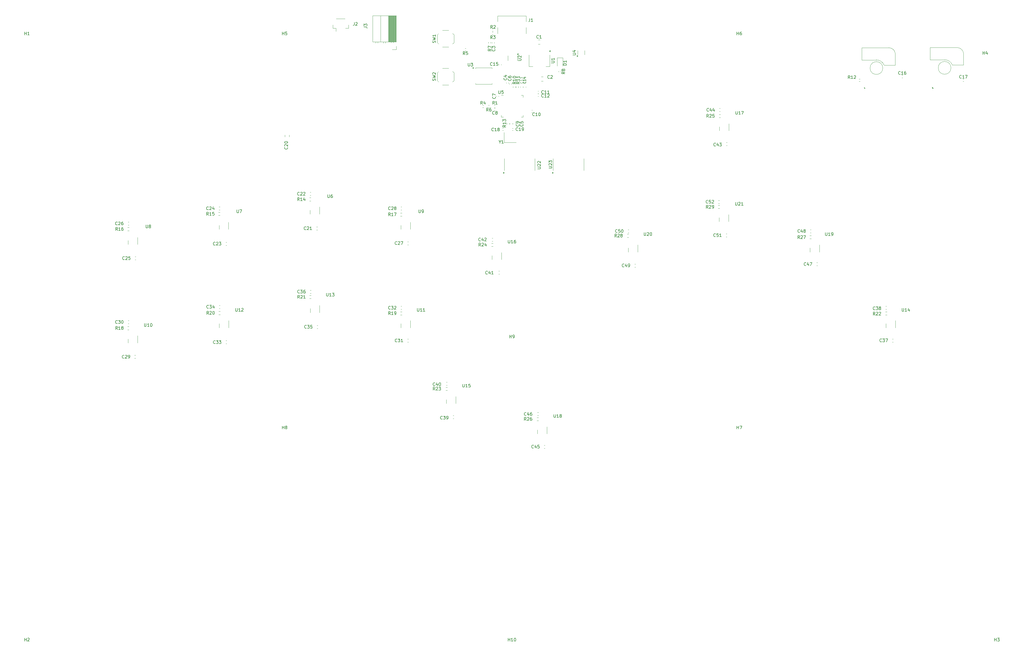
<source format=gbr>
G04 #@! TF.GenerationSoftware,KiCad,Pcbnew,8.0.3*
G04 #@! TF.CreationDate,2024-06-18T05:06:24+09:00*
G04 #@! TF.ProjectId,mainboard,6d61696e-626f-4617-9264-2e6b69636164,rev?*
G04 #@! TF.SameCoordinates,Original*
G04 #@! TF.FileFunction,Legend,Top*
G04 #@! TF.FilePolarity,Positive*
%FSLAX46Y46*%
G04 Gerber Fmt 4.6, Leading zero omitted, Abs format (unit mm)*
G04 Created by KiCad (PCBNEW 8.0.3) date 2024-06-18 05:06:24*
%MOMM*%
%LPD*%
G01*
G04 APERTURE LIST*
%ADD10C,0.150000*%
%ADD11C,0.120000*%
%ADD12C,0.100000*%
G04 APERTURE END LIST*
D10*
X202193333Y-51924819D02*
X201860000Y-51448628D01*
X201621905Y-51924819D02*
X201621905Y-50924819D01*
X201621905Y-50924819D02*
X202002857Y-50924819D01*
X202002857Y-50924819D02*
X202098095Y-50972438D01*
X202098095Y-50972438D02*
X202145714Y-51020057D01*
X202145714Y-51020057D02*
X202193333Y-51115295D01*
X202193333Y-51115295D02*
X202193333Y-51258152D01*
X202193333Y-51258152D02*
X202145714Y-51353390D01*
X202145714Y-51353390D02*
X202098095Y-51401009D01*
X202098095Y-51401009D02*
X202002857Y-51448628D01*
X202002857Y-51448628D02*
X201621905Y-51448628D01*
X203050476Y-50924819D02*
X202860000Y-50924819D01*
X202860000Y-50924819D02*
X202764762Y-50972438D01*
X202764762Y-50972438D02*
X202717143Y-51020057D01*
X202717143Y-51020057D02*
X202621905Y-51162914D01*
X202621905Y-51162914D02*
X202574286Y-51353390D01*
X202574286Y-51353390D02*
X202574286Y-51734342D01*
X202574286Y-51734342D02*
X202621905Y-51829580D01*
X202621905Y-51829580D02*
X202669524Y-51877200D01*
X202669524Y-51877200D02*
X202764762Y-51924819D01*
X202764762Y-51924819D02*
X202955238Y-51924819D01*
X202955238Y-51924819D02*
X203050476Y-51877200D01*
X203050476Y-51877200D02*
X203098095Y-51829580D01*
X203098095Y-51829580D02*
X203145714Y-51734342D01*
X203145714Y-51734342D02*
X203145714Y-51496247D01*
X203145714Y-51496247D02*
X203098095Y-51401009D01*
X203098095Y-51401009D02*
X203050476Y-51353390D01*
X203050476Y-51353390D02*
X202955238Y-51305771D01*
X202955238Y-51305771D02*
X202764762Y-51305771D01*
X202764762Y-51305771D02*
X202669524Y-51353390D01*
X202669524Y-51353390D02*
X202621905Y-51401009D01*
X202621905Y-51401009D02*
X202574286Y-51496247D01*
X244777142Y-91859580D02*
X244729523Y-91907200D01*
X244729523Y-91907200D02*
X244586666Y-91954819D01*
X244586666Y-91954819D02*
X244491428Y-91954819D01*
X244491428Y-91954819D02*
X244348571Y-91907200D01*
X244348571Y-91907200D02*
X244253333Y-91811961D01*
X244253333Y-91811961D02*
X244205714Y-91716723D01*
X244205714Y-91716723D02*
X244158095Y-91526247D01*
X244158095Y-91526247D02*
X244158095Y-91383390D01*
X244158095Y-91383390D02*
X244205714Y-91192914D01*
X244205714Y-91192914D02*
X244253333Y-91097676D01*
X244253333Y-91097676D02*
X244348571Y-91002438D01*
X244348571Y-91002438D02*
X244491428Y-90954819D01*
X244491428Y-90954819D02*
X244586666Y-90954819D01*
X244586666Y-90954819D02*
X244729523Y-91002438D01*
X244729523Y-91002438D02*
X244777142Y-91050057D01*
X245681904Y-90954819D02*
X245205714Y-90954819D01*
X245205714Y-90954819D02*
X245158095Y-91431009D01*
X245158095Y-91431009D02*
X245205714Y-91383390D01*
X245205714Y-91383390D02*
X245300952Y-91335771D01*
X245300952Y-91335771D02*
X245539047Y-91335771D01*
X245539047Y-91335771D02*
X245634285Y-91383390D01*
X245634285Y-91383390D02*
X245681904Y-91431009D01*
X245681904Y-91431009D02*
X245729523Y-91526247D01*
X245729523Y-91526247D02*
X245729523Y-91764342D01*
X245729523Y-91764342D02*
X245681904Y-91859580D01*
X245681904Y-91859580D02*
X245634285Y-91907200D01*
X245634285Y-91907200D02*
X245539047Y-91954819D01*
X245539047Y-91954819D02*
X245300952Y-91954819D01*
X245300952Y-91954819D02*
X245205714Y-91907200D01*
X245205714Y-91907200D02*
X245158095Y-91859580D01*
X246348571Y-90954819D02*
X246443809Y-90954819D01*
X246443809Y-90954819D02*
X246539047Y-91002438D01*
X246539047Y-91002438D02*
X246586666Y-91050057D01*
X246586666Y-91050057D02*
X246634285Y-91145295D01*
X246634285Y-91145295D02*
X246681904Y-91335771D01*
X246681904Y-91335771D02*
X246681904Y-91573866D01*
X246681904Y-91573866D02*
X246634285Y-91764342D01*
X246634285Y-91764342D02*
X246586666Y-91859580D01*
X246586666Y-91859580D02*
X246539047Y-91907200D01*
X246539047Y-91907200D02*
X246443809Y-91954819D01*
X246443809Y-91954819D02*
X246348571Y-91954819D01*
X246348571Y-91954819D02*
X246253333Y-91907200D01*
X246253333Y-91907200D02*
X246205714Y-91859580D01*
X246205714Y-91859580D02*
X246158095Y-91764342D01*
X246158095Y-91764342D02*
X246110476Y-91573866D01*
X246110476Y-91573866D02*
X246110476Y-91335771D01*
X246110476Y-91335771D02*
X246158095Y-91145295D01*
X246158095Y-91145295D02*
X246205714Y-91050057D01*
X246205714Y-91050057D02*
X246253333Y-91002438D01*
X246253333Y-91002438D02*
X246348571Y-90954819D01*
X214687142Y-153954819D02*
X214353809Y-153478628D01*
X214115714Y-153954819D02*
X214115714Y-152954819D01*
X214115714Y-152954819D02*
X214496666Y-152954819D01*
X214496666Y-152954819D02*
X214591904Y-153002438D01*
X214591904Y-153002438D02*
X214639523Y-153050057D01*
X214639523Y-153050057D02*
X214687142Y-153145295D01*
X214687142Y-153145295D02*
X214687142Y-153288152D01*
X214687142Y-153288152D02*
X214639523Y-153383390D01*
X214639523Y-153383390D02*
X214591904Y-153431009D01*
X214591904Y-153431009D02*
X214496666Y-153478628D01*
X214496666Y-153478628D02*
X214115714Y-153478628D01*
X215068095Y-153050057D02*
X215115714Y-153002438D01*
X215115714Y-153002438D02*
X215210952Y-152954819D01*
X215210952Y-152954819D02*
X215449047Y-152954819D01*
X215449047Y-152954819D02*
X215544285Y-153002438D01*
X215544285Y-153002438D02*
X215591904Y-153050057D01*
X215591904Y-153050057D02*
X215639523Y-153145295D01*
X215639523Y-153145295D02*
X215639523Y-153240533D01*
X215639523Y-153240533D02*
X215591904Y-153383390D01*
X215591904Y-153383390D02*
X215020476Y-153954819D01*
X215020476Y-153954819D02*
X215639523Y-153954819D01*
X216496666Y-152954819D02*
X216306190Y-152954819D01*
X216306190Y-152954819D02*
X216210952Y-153002438D01*
X216210952Y-153002438D02*
X216163333Y-153050057D01*
X216163333Y-153050057D02*
X216068095Y-153192914D01*
X216068095Y-153192914D02*
X216020476Y-153383390D01*
X216020476Y-153383390D02*
X216020476Y-153764342D01*
X216020476Y-153764342D02*
X216068095Y-153859580D01*
X216068095Y-153859580D02*
X216115714Y-153907200D01*
X216115714Y-153907200D02*
X216210952Y-153954819D01*
X216210952Y-153954819D02*
X216401428Y-153954819D01*
X216401428Y-153954819D02*
X216496666Y-153907200D01*
X216496666Y-153907200D02*
X216544285Y-153859580D01*
X216544285Y-153859580D02*
X216591904Y-153764342D01*
X216591904Y-153764342D02*
X216591904Y-153526247D01*
X216591904Y-153526247D02*
X216544285Y-153431009D01*
X216544285Y-153431009D02*
X216496666Y-153383390D01*
X216496666Y-153383390D02*
X216401428Y-153335771D01*
X216401428Y-153335771D02*
X216210952Y-153335771D01*
X216210952Y-153335771D02*
X216115714Y-153383390D01*
X216115714Y-153383390D02*
X216068095Y-153431009D01*
X216068095Y-153431009D02*
X216020476Y-153526247D01*
X218456819Y-70952094D02*
X219266342Y-70952094D01*
X219266342Y-70952094D02*
X219361580Y-70904475D01*
X219361580Y-70904475D02*
X219409200Y-70856856D01*
X219409200Y-70856856D02*
X219456819Y-70761618D01*
X219456819Y-70761618D02*
X219456819Y-70571142D01*
X219456819Y-70571142D02*
X219409200Y-70475904D01*
X219409200Y-70475904D02*
X219361580Y-70428285D01*
X219361580Y-70428285D02*
X219266342Y-70380666D01*
X219266342Y-70380666D02*
X218456819Y-70380666D01*
X218552057Y-69952094D02*
X218504438Y-69904475D01*
X218504438Y-69904475D02*
X218456819Y-69809237D01*
X218456819Y-69809237D02*
X218456819Y-69571142D01*
X218456819Y-69571142D02*
X218504438Y-69475904D01*
X218504438Y-69475904D02*
X218552057Y-69428285D01*
X218552057Y-69428285D02*
X218647295Y-69380666D01*
X218647295Y-69380666D02*
X218742533Y-69380666D01*
X218742533Y-69380666D02*
X218885390Y-69428285D01*
X218885390Y-69428285D02*
X219456819Y-69999713D01*
X219456819Y-69999713D02*
X219456819Y-69380666D01*
X218552057Y-68999713D02*
X218504438Y-68952094D01*
X218504438Y-68952094D02*
X218456819Y-68856856D01*
X218456819Y-68856856D02*
X218456819Y-68618761D01*
X218456819Y-68618761D02*
X218504438Y-68523523D01*
X218504438Y-68523523D02*
X218552057Y-68475904D01*
X218552057Y-68475904D02*
X218647295Y-68428285D01*
X218647295Y-68428285D02*
X218742533Y-68428285D01*
X218742533Y-68428285D02*
X218885390Y-68475904D01*
X218885390Y-68475904D02*
X219456819Y-69047332D01*
X219456819Y-69047332D02*
X219456819Y-68428285D01*
X307012142Y-102749580D02*
X306964523Y-102797200D01*
X306964523Y-102797200D02*
X306821666Y-102844819D01*
X306821666Y-102844819D02*
X306726428Y-102844819D01*
X306726428Y-102844819D02*
X306583571Y-102797200D01*
X306583571Y-102797200D02*
X306488333Y-102701961D01*
X306488333Y-102701961D02*
X306440714Y-102606723D01*
X306440714Y-102606723D02*
X306393095Y-102416247D01*
X306393095Y-102416247D02*
X306393095Y-102273390D01*
X306393095Y-102273390D02*
X306440714Y-102082914D01*
X306440714Y-102082914D02*
X306488333Y-101987676D01*
X306488333Y-101987676D02*
X306583571Y-101892438D01*
X306583571Y-101892438D02*
X306726428Y-101844819D01*
X306726428Y-101844819D02*
X306821666Y-101844819D01*
X306821666Y-101844819D02*
X306964523Y-101892438D01*
X306964523Y-101892438D02*
X307012142Y-101940057D01*
X307869285Y-102178152D02*
X307869285Y-102844819D01*
X307631190Y-101797200D02*
X307393095Y-102511485D01*
X307393095Y-102511485D02*
X308012142Y-102511485D01*
X308297857Y-101844819D02*
X308964523Y-101844819D01*
X308964523Y-101844819D02*
X308535952Y-102844819D01*
X321527142Y-41194819D02*
X321193809Y-40718628D01*
X320955714Y-41194819D02*
X320955714Y-40194819D01*
X320955714Y-40194819D02*
X321336666Y-40194819D01*
X321336666Y-40194819D02*
X321431904Y-40242438D01*
X321431904Y-40242438D02*
X321479523Y-40290057D01*
X321479523Y-40290057D02*
X321527142Y-40385295D01*
X321527142Y-40385295D02*
X321527142Y-40528152D01*
X321527142Y-40528152D02*
X321479523Y-40623390D01*
X321479523Y-40623390D02*
X321431904Y-40671009D01*
X321431904Y-40671009D02*
X321336666Y-40718628D01*
X321336666Y-40718628D02*
X320955714Y-40718628D01*
X322479523Y-41194819D02*
X321908095Y-41194819D01*
X322193809Y-41194819D02*
X322193809Y-40194819D01*
X322193809Y-40194819D02*
X322098571Y-40337676D01*
X322098571Y-40337676D02*
X322003333Y-40432914D01*
X322003333Y-40432914D02*
X321908095Y-40480533D01*
X322860476Y-40290057D02*
X322908095Y-40242438D01*
X322908095Y-40242438D02*
X323003333Y-40194819D01*
X323003333Y-40194819D02*
X323241428Y-40194819D01*
X323241428Y-40194819D02*
X323336666Y-40242438D01*
X323336666Y-40242438D02*
X323384285Y-40290057D01*
X323384285Y-40290057D02*
X323431904Y-40385295D01*
X323431904Y-40385295D02*
X323431904Y-40480533D01*
X323431904Y-40480533D02*
X323384285Y-40623390D01*
X323384285Y-40623390D02*
X322812857Y-41194819D01*
X322812857Y-41194819D02*
X323431904Y-41194819D01*
X274697142Y-83954819D02*
X274363809Y-83478628D01*
X274125714Y-83954819D02*
X274125714Y-82954819D01*
X274125714Y-82954819D02*
X274506666Y-82954819D01*
X274506666Y-82954819D02*
X274601904Y-83002438D01*
X274601904Y-83002438D02*
X274649523Y-83050057D01*
X274649523Y-83050057D02*
X274697142Y-83145295D01*
X274697142Y-83145295D02*
X274697142Y-83288152D01*
X274697142Y-83288152D02*
X274649523Y-83383390D01*
X274649523Y-83383390D02*
X274601904Y-83431009D01*
X274601904Y-83431009D02*
X274506666Y-83478628D01*
X274506666Y-83478628D02*
X274125714Y-83478628D01*
X275078095Y-83050057D02*
X275125714Y-83002438D01*
X275125714Y-83002438D02*
X275220952Y-82954819D01*
X275220952Y-82954819D02*
X275459047Y-82954819D01*
X275459047Y-82954819D02*
X275554285Y-83002438D01*
X275554285Y-83002438D02*
X275601904Y-83050057D01*
X275601904Y-83050057D02*
X275649523Y-83145295D01*
X275649523Y-83145295D02*
X275649523Y-83240533D01*
X275649523Y-83240533D02*
X275601904Y-83383390D01*
X275601904Y-83383390D02*
X275030476Y-83954819D01*
X275030476Y-83954819D02*
X275649523Y-83954819D01*
X276125714Y-83954819D02*
X276316190Y-83954819D01*
X276316190Y-83954819D02*
X276411428Y-83907200D01*
X276411428Y-83907200D02*
X276459047Y-83859580D01*
X276459047Y-83859580D02*
X276554285Y-83716723D01*
X276554285Y-83716723D02*
X276601904Y-83526247D01*
X276601904Y-83526247D02*
X276601904Y-83145295D01*
X276601904Y-83145295D02*
X276554285Y-83050057D01*
X276554285Y-83050057D02*
X276506666Y-83002438D01*
X276506666Y-83002438D02*
X276411428Y-82954819D01*
X276411428Y-82954819D02*
X276220952Y-82954819D01*
X276220952Y-82954819D02*
X276125714Y-83002438D01*
X276125714Y-83002438D02*
X276078095Y-83050057D01*
X276078095Y-83050057D02*
X276030476Y-83145295D01*
X276030476Y-83145295D02*
X276030476Y-83383390D01*
X276030476Y-83383390D02*
X276078095Y-83478628D01*
X276078095Y-83478628D02*
X276125714Y-83526247D01*
X276125714Y-83526247D02*
X276220952Y-83573866D01*
X276220952Y-83573866D02*
X276411428Y-83573866D01*
X276411428Y-83573866D02*
X276506666Y-83526247D01*
X276506666Y-83526247D02*
X276554285Y-83478628D01*
X276554285Y-83478628D02*
X276601904Y-83383390D01*
X109882142Y-84359580D02*
X109834523Y-84407200D01*
X109834523Y-84407200D02*
X109691666Y-84454819D01*
X109691666Y-84454819D02*
X109596428Y-84454819D01*
X109596428Y-84454819D02*
X109453571Y-84407200D01*
X109453571Y-84407200D02*
X109358333Y-84311961D01*
X109358333Y-84311961D02*
X109310714Y-84216723D01*
X109310714Y-84216723D02*
X109263095Y-84026247D01*
X109263095Y-84026247D02*
X109263095Y-83883390D01*
X109263095Y-83883390D02*
X109310714Y-83692914D01*
X109310714Y-83692914D02*
X109358333Y-83597676D01*
X109358333Y-83597676D02*
X109453571Y-83502438D01*
X109453571Y-83502438D02*
X109596428Y-83454819D01*
X109596428Y-83454819D02*
X109691666Y-83454819D01*
X109691666Y-83454819D02*
X109834523Y-83502438D01*
X109834523Y-83502438D02*
X109882142Y-83550057D01*
X110263095Y-83550057D02*
X110310714Y-83502438D01*
X110310714Y-83502438D02*
X110405952Y-83454819D01*
X110405952Y-83454819D02*
X110644047Y-83454819D01*
X110644047Y-83454819D02*
X110739285Y-83502438D01*
X110739285Y-83502438D02*
X110786904Y-83550057D01*
X110786904Y-83550057D02*
X110834523Y-83645295D01*
X110834523Y-83645295D02*
X110834523Y-83740533D01*
X110834523Y-83740533D02*
X110786904Y-83883390D01*
X110786904Y-83883390D02*
X110215476Y-84454819D01*
X110215476Y-84454819D02*
X110834523Y-84454819D01*
X111691666Y-83788152D02*
X111691666Y-84454819D01*
X111453571Y-83407200D02*
X111215476Y-84121485D01*
X111215476Y-84121485D02*
X111834523Y-84121485D01*
X200293333Y-49654819D02*
X199960000Y-49178628D01*
X199721905Y-49654819D02*
X199721905Y-48654819D01*
X199721905Y-48654819D02*
X200102857Y-48654819D01*
X200102857Y-48654819D02*
X200198095Y-48702438D01*
X200198095Y-48702438D02*
X200245714Y-48750057D01*
X200245714Y-48750057D02*
X200293333Y-48845295D01*
X200293333Y-48845295D02*
X200293333Y-48988152D01*
X200293333Y-48988152D02*
X200245714Y-49083390D01*
X200245714Y-49083390D02*
X200198095Y-49131009D01*
X200198095Y-49131009D02*
X200102857Y-49178628D01*
X200102857Y-49178628D02*
X199721905Y-49178628D01*
X201150476Y-48988152D02*
X201150476Y-49654819D01*
X200912381Y-48607200D02*
X200674286Y-49321485D01*
X200674286Y-49321485D02*
X201293333Y-49321485D01*
X209238095Y-126754819D02*
X209238095Y-125754819D01*
X209238095Y-126231009D02*
X209809523Y-126231009D01*
X209809523Y-126754819D02*
X209809523Y-125754819D01*
X210333333Y-126754819D02*
X210523809Y-126754819D01*
X210523809Y-126754819D02*
X210619047Y-126707200D01*
X210619047Y-126707200D02*
X210666666Y-126659580D01*
X210666666Y-126659580D02*
X210761904Y-126516723D01*
X210761904Y-126516723D02*
X210809523Y-126326247D01*
X210809523Y-126326247D02*
X210809523Y-125945295D01*
X210809523Y-125945295D02*
X210761904Y-125850057D01*
X210761904Y-125850057D02*
X210714285Y-125802438D01*
X210714285Y-125802438D02*
X210619047Y-125754819D01*
X210619047Y-125754819D02*
X210428571Y-125754819D01*
X210428571Y-125754819D02*
X210333333Y-125802438D01*
X210333333Y-125802438D02*
X210285714Y-125850057D01*
X210285714Y-125850057D02*
X210238095Y-125945295D01*
X210238095Y-125945295D02*
X210238095Y-126183390D01*
X210238095Y-126183390D02*
X210285714Y-126278628D01*
X210285714Y-126278628D02*
X210333333Y-126326247D01*
X210333333Y-126326247D02*
X210428571Y-126373866D01*
X210428571Y-126373866D02*
X210619047Y-126373866D01*
X210619047Y-126373866D02*
X210714285Y-126326247D01*
X210714285Y-126326247D02*
X210761904Y-126278628D01*
X210761904Y-126278628D02*
X210809523Y-126183390D01*
X206018609Y-62041028D02*
X206018609Y-62517219D01*
X205685276Y-61517219D02*
X206018609Y-62041028D01*
X206018609Y-62041028D02*
X206351942Y-61517219D01*
X207209085Y-62517219D02*
X206637657Y-62517219D01*
X206923371Y-62517219D02*
X206923371Y-61517219D01*
X206923371Y-61517219D02*
X206828133Y-61660076D01*
X206828133Y-61660076D02*
X206732895Y-61755314D01*
X206732895Y-61755314D02*
X206637657Y-61802933D01*
X79832142Y-89359580D02*
X79784523Y-89407200D01*
X79784523Y-89407200D02*
X79641666Y-89454819D01*
X79641666Y-89454819D02*
X79546428Y-89454819D01*
X79546428Y-89454819D02*
X79403571Y-89407200D01*
X79403571Y-89407200D02*
X79308333Y-89311961D01*
X79308333Y-89311961D02*
X79260714Y-89216723D01*
X79260714Y-89216723D02*
X79213095Y-89026247D01*
X79213095Y-89026247D02*
X79213095Y-88883390D01*
X79213095Y-88883390D02*
X79260714Y-88692914D01*
X79260714Y-88692914D02*
X79308333Y-88597676D01*
X79308333Y-88597676D02*
X79403571Y-88502438D01*
X79403571Y-88502438D02*
X79546428Y-88454819D01*
X79546428Y-88454819D02*
X79641666Y-88454819D01*
X79641666Y-88454819D02*
X79784523Y-88502438D01*
X79784523Y-88502438D02*
X79832142Y-88550057D01*
X80213095Y-88550057D02*
X80260714Y-88502438D01*
X80260714Y-88502438D02*
X80355952Y-88454819D01*
X80355952Y-88454819D02*
X80594047Y-88454819D01*
X80594047Y-88454819D02*
X80689285Y-88502438D01*
X80689285Y-88502438D02*
X80736904Y-88550057D01*
X80736904Y-88550057D02*
X80784523Y-88645295D01*
X80784523Y-88645295D02*
X80784523Y-88740533D01*
X80784523Y-88740533D02*
X80736904Y-88883390D01*
X80736904Y-88883390D02*
X80165476Y-89454819D01*
X80165476Y-89454819D02*
X80784523Y-89454819D01*
X81641666Y-88454819D02*
X81451190Y-88454819D01*
X81451190Y-88454819D02*
X81355952Y-88502438D01*
X81355952Y-88502438D02*
X81308333Y-88550057D01*
X81308333Y-88550057D02*
X81213095Y-88692914D01*
X81213095Y-88692914D02*
X81165476Y-88883390D01*
X81165476Y-88883390D02*
X81165476Y-89264342D01*
X81165476Y-89264342D02*
X81213095Y-89359580D01*
X81213095Y-89359580D02*
X81260714Y-89407200D01*
X81260714Y-89407200D02*
X81355952Y-89454819D01*
X81355952Y-89454819D02*
X81546428Y-89454819D01*
X81546428Y-89454819D02*
X81641666Y-89407200D01*
X81641666Y-89407200D02*
X81689285Y-89359580D01*
X81689285Y-89359580D02*
X81736904Y-89264342D01*
X81736904Y-89264342D02*
X81736904Y-89026247D01*
X81736904Y-89026247D02*
X81689285Y-88931009D01*
X81689285Y-88931009D02*
X81641666Y-88883390D01*
X81641666Y-88883390D02*
X81546428Y-88835771D01*
X81546428Y-88835771D02*
X81355952Y-88835771D01*
X81355952Y-88835771D02*
X81260714Y-88883390D01*
X81260714Y-88883390D02*
X81213095Y-88931009D01*
X81213095Y-88931009D02*
X81165476Y-89026247D01*
X208761905Y-226754819D02*
X208761905Y-225754819D01*
X208761905Y-226231009D02*
X209333333Y-226231009D01*
X209333333Y-226754819D02*
X209333333Y-225754819D01*
X210333333Y-226754819D02*
X209761905Y-226754819D01*
X210047619Y-226754819D02*
X210047619Y-225754819D01*
X210047619Y-225754819D02*
X209952381Y-225897676D01*
X209952381Y-225897676D02*
X209857143Y-225992914D01*
X209857143Y-225992914D02*
X209761905Y-226040533D01*
X210952381Y-225754819D02*
X211047619Y-225754819D01*
X211047619Y-225754819D02*
X211142857Y-225802438D01*
X211142857Y-225802438D02*
X211190476Y-225850057D01*
X211190476Y-225850057D02*
X211238095Y-225945295D01*
X211238095Y-225945295D02*
X211285714Y-226135771D01*
X211285714Y-226135771D02*
X211285714Y-226373866D01*
X211285714Y-226373866D02*
X211238095Y-226564342D01*
X211238095Y-226564342D02*
X211190476Y-226659580D01*
X211190476Y-226659580D02*
X211142857Y-226707200D01*
X211142857Y-226707200D02*
X211047619Y-226754819D01*
X211047619Y-226754819D02*
X210952381Y-226754819D01*
X210952381Y-226754819D02*
X210857143Y-226707200D01*
X210857143Y-226707200D02*
X210809524Y-226659580D01*
X210809524Y-226659580D02*
X210761905Y-226564342D01*
X210761905Y-226564342D02*
X210714286Y-226373866D01*
X210714286Y-226373866D02*
X210714286Y-226135771D01*
X210714286Y-226135771D02*
X210761905Y-225945295D01*
X210761905Y-225945295D02*
X210809524Y-225850057D01*
X210809524Y-225850057D02*
X210857143Y-225802438D01*
X210857143Y-225802438D02*
X210952381Y-225754819D01*
X217462142Y-53354580D02*
X217414523Y-53402200D01*
X217414523Y-53402200D02*
X217271666Y-53449819D01*
X217271666Y-53449819D02*
X217176428Y-53449819D01*
X217176428Y-53449819D02*
X217033571Y-53402200D01*
X217033571Y-53402200D02*
X216938333Y-53306961D01*
X216938333Y-53306961D02*
X216890714Y-53211723D01*
X216890714Y-53211723D02*
X216843095Y-53021247D01*
X216843095Y-53021247D02*
X216843095Y-52878390D01*
X216843095Y-52878390D02*
X216890714Y-52687914D01*
X216890714Y-52687914D02*
X216938333Y-52592676D01*
X216938333Y-52592676D02*
X217033571Y-52497438D01*
X217033571Y-52497438D02*
X217176428Y-52449819D01*
X217176428Y-52449819D02*
X217271666Y-52449819D01*
X217271666Y-52449819D02*
X217414523Y-52497438D01*
X217414523Y-52497438D02*
X217462142Y-52545057D01*
X218414523Y-53449819D02*
X217843095Y-53449819D01*
X218128809Y-53449819D02*
X218128809Y-52449819D01*
X218128809Y-52449819D02*
X218033571Y-52592676D01*
X218033571Y-52592676D02*
X217938333Y-52687914D01*
X217938333Y-52687914D02*
X217843095Y-52735533D01*
X219033571Y-52449819D02*
X219128809Y-52449819D01*
X219128809Y-52449819D02*
X219224047Y-52497438D01*
X219224047Y-52497438D02*
X219271666Y-52545057D01*
X219271666Y-52545057D02*
X219319285Y-52640295D01*
X219319285Y-52640295D02*
X219366904Y-52830771D01*
X219366904Y-52830771D02*
X219366904Y-53068866D01*
X219366904Y-53068866D02*
X219319285Y-53259342D01*
X219319285Y-53259342D02*
X219271666Y-53354580D01*
X219271666Y-53354580D02*
X219224047Y-53402200D01*
X219224047Y-53402200D02*
X219128809Y-53449819D01*
X219128809Y-53449819D02*
X219033571Y-53449819D01*
X219033571Y-53449819D02*
X218938333Y-53402200D01*
X218938333Y-53402200D02*
X218890714Y-53354580D01*
X218890714Y-53354580D02*
X218843095Y-53259342D01*
X218843095Y-53259342D02*
X218795476Y-53068866D01*
X218795476Y-53068866D02*
X218795476Y-52830771D01*
X218795476Y-52830771D02*
X218843095Y-52640295D01*
X218843095Y-52640295D02*
X218890714Y-52545057D01*
X218890714Y-52545057D02*
X218938333Y-52497438D01*
X218938333Y-52497438D02*
X219033571Y-52449819D01*
X199657142Y-94659580D02*
X199609523Y-94707200D01*
X199609523Y-94707200D02*
X199466666Y-94754819D01*
X199466666Y-94754819D02*
X199371428Y-94754819D01*
X199371428Y-94754819D02*
X199228571Y-94707200D01*
X199228571Y-94707200D02*
X199133333Y-94611961D01*
X199133333Y-94611961D02*
X199085714Y-94516723D01*
X199085714Y-94516723D02*
X199038095Y-94326247D01*
X199038095Y-94326247D02*
X199038095Y-94183390D01*
X199038095Y-94183390D02*
X199085714Y-93992914D01*
X199085714Y-93992914D02*
X199133333Y-93897676D01*
X199133333Y-93897676D02*
X199228571Y-93802438D01*
X199228571Y-93802438D02*
X199371428Y-93754819D01*
X199371428Y-93754819D02*
X199466666Y-93754819D01*
X199466666Y-93754819D02*
X199609523Y-93802438D01*
X199609523Y-93802438D02*
X199657142Y-93850057D01*
X200514285Y-94088152D02*
X200514285Y-94754819D01*
X200276190Y-93707200D02*
X200038095Y-94421485D01*
X200038095Y-94421485D02*
X200657142Y-94421485D01*
X200990476Y-93850057D02*
X201038095Y-93802438D01*
X201038095Y-93802438D02*
X201133333Y-93754819D01*
X201133333Y-93754819D02*
X201371428Y-93754819D01*
X201371428Y-93754819D02*
X201466666Y-93802438D01*
X201466666Y-93802438D02*
X201514285Y-93850057D01*
X201514285Y-93850057D02*
X201561904Y-93945295D01*
X201561904Y-93945295D02*
X201561904Y-94040533D01*
X201561904Y-94040533D02*
X201514285Y-94183390D01*
X201514285Y-94183390D02*
X200942857Y-94754819D01*
X200942857Y-94754819D02*
X201561904Y-94754819D01*
X203533333Y-28004819D02*
X203200000Y-27528628D01*
X202961905Y-28004819D02*
X202961905Y-27004819D01*
X202961905Y-27004819D02*
X203342857Y-27004819D01*
X203342857Y-27004819D02*
X203438095Y-27052438D01*
X203438095Y-27052438D02*
X203485714Y-27100057D01*
X203485714Y-27100057D02*
X203533333Y-27195295D01*
X203533333Y-27195295D02*
X203533333Y-27338152D01*
X203533333Y-27338152D02*
X203485714Y-27433390D01*
X203485714Y-27433390D02*
X203438095Y-27481009D01*
X203438095Y-27481009D02*
X203342857Y-27528628D01*
X203342857Y-27528628D02*
X202961905Y-27528628D01*
X203866667Y-27004819D02*
X204485714Y-27004819D01*
X204485714Y-27004819D02*
X204152381Y-27385771D01*
X204152381Y-27385771D02*
X204295238Y-27385771D01*
X204295238Y-27385771D02*
X204390476Y-27433390D01*
X204390476Y-27433390D02*
X204438095Y-27481009D01*
X204438095Y-27481009D02*
X204485714Y-27576247D01*
X204485714Y-27576247D02*
X204485714Y-27814342D01*
X204485714Y-27814342D02*
X204438095Y-27909580D01*
X204438095Y-27909580D02*
X204390476Y-27957200D01*
X204390476Y-27957200D02*
X204295238Y-28004819D01*
X204295238Y-28004819D02*
X204009524Y-28004819D01*
X204009524Y-28004819D02*
X203914286Y-27957200D01*
X203914286Y-27957200D02*
X203866667Y-27909580D01*
X169882142Y-84359580D02*
X169834523Y-84407200D01*
X169834523Y-84407200D02*
X169691666Y-84454819D01*
X169691666Y-84454819D02*
X169596428Y-84454819D01*
X169596428Y-84454819D02*
X169453571Y-84407200D01*
X169453571Y-84407200D02*
X169358333Y-84311961D01*
X169358333Y-84311961D02*
X169310714Y-84216723D01*
X169310714Y-84216723D02*
X169263095Y-84026247D01*
X169263095Y-84026247D02*
X169263095Y-83883390D01*
X169263095Y-83883390D02*
X169310714Y-83692914D01*
X169310714Y-83692914D02*
X169358333Y-83597676D01*
X169358333Y-83597676D02*
X169453571Y-83502438D01*
X169453571Y-83502438D02*
X169596428Y-83454819D01*
X169596428Y-83454819D02*
X169691666Y-83454819D01*
X169691666Y-83454819D02*
X169834523Y-83502438D01*
X169834523Y-83502438D02*
X169882142Y-83550057D01*
X170263095Y-83550057D02*
X170310714Y-83502438D01*
X170310714Y-83502438D02*
X170405952Y-83454819D01*
X170405952Y-83454819D02*
X170644047Y-83454819D01*
X170644047Y-83454819D02*
X170739285Y-83502438D01*
X170739285Y-83502438D02*
X170786904Y-83550057D01*
X170786904Y-83550057D02*
X170834523Y-83645295D01*
X170834523Y-83645295D02*
X170834523Y-83740533D01*
X170834523Y-83740533D02*
X170786904Y-83883390D01*
X170786904Y-83883390D02*
X170215476Y-84454819D01*
X170215476Y-84454819D02*
X170834523Y-84454819D01*
X171405952Y-83883390D02*
X171310714Y-83835771D01*
X171310714Y-83835771D02*
X171263095Y-83788152D01*
X171263095Y-83788152D02*
X171215476Y-83692914D01*
X171215476Y-83692914D02*
X171215476Y-83645295D01*
X171215476Y-83645295D02*
X171263095Y-83550057D01*
X171263095Y-83550057D02*
X171310714Y-83502438D01*
X171310714Y-83502438D02*
X171405952Y-83454819D01*
X171405952Y-83454819D02*
X171596428Y-83454819D01*
X171596428Y-83454819D02*
X171691666Y-83502438D01*
X171691666Y-83502438D02*
X171739285Y-83550057D01*
X171739285Y-83550057D02*
X171786904Y-83645295D01*
X171786904Y-83645295D02*
X171786904Y-83692914D01*
X171786904Y-83692914D02*
X171739285Y-83788152D01*
X171739285Y-83788152D02*
X171691666Y-83835771D01*
X171691666Y-83835771D02*
X171596428Y-83883390D01*
X171596428Y-83883390D02*
X171405952Y-83883390D01*
X171405952Y-83883390D02*
X171310714Y-83931009D01*
X171310714Y-83931009D02*
X171263095Y-83978628D01*
X171263095Y-83978628D02*
X171215476Y-84073866D01*
X171215476Y-84073866D02*
X171215476Y-84264342D01*
X171215476Y-84264342D02*
X171263095Y-84359580D01*
X171263095Y-84359580D02*
X171310714Y-84407200D01*
X171310714Y-84407200D02*
X171405952Y-84454819D01*
X171405952Y-84454819D02*
X171596428Y-84454819D01*
X171596428Y-84454819D02*
X171691666Y-84407200D01*
X171691666Y-84407200D02*
X171739285Y-84359580D01*
X171739285Y-84359580D02*
X171786904Y-84264342D01*
X171786904Y-84264342D02*
X171786904Y-84073866D01*
X171786904Y-84073866D02*
X171739285Y-83978628D01*
X171739285Y-83978628D02*
X171691666Y-83931009D01*
X171691666Y-83931009D02*
X171596428Y-83883390D01*
X223841905Y-151954819D02*
X223841905Y-152764342D01*
X223841905Y-152764342D02*
X223889524Y-152859580D01*
X223889524Y-152859580D02*
X223937143Y-152907200D01*
X223937143Y-152907200D02*
X224032381Y-152954819D01*
X224032381Y-152954819D02*
X224222857Y-152954819D01*
X224222857Y-152954819D02*
X224318095Y-152907200D01*
X224318095Y-152907200D02*
X224365714Y-152859580D01*
X224365714Y-152859580D02*
X224413333Y-152764342D01*
X224413333Y-152764342D02*
X224413333Y-151954819D01*
X225413333Y-152954819D02*
X224841905Y-152954819D01*
X225127619Y-152954819D02*
X225127619Y-151954819D01*
X225127619Y-151954819D02*
X225032381Y-152097676D01*
X225032381Y-152097676D02*
X224937143Y-152192914D01*
X224937143Y-152192914D02*
X224841905Y-152240533D01*
X225984762Y-152383390D02*
X225889524Y-152335771D01*
X225889524Y-152335771D02*
X225841905Y-152288152D01*
X225841905Y-152288152D02*
X225794286Y-152192914D01*
X225794286Y-152192914D02*
X225794286Y-152145295D01*
X225794286Y-152145295D02*
X225841905Y-152050057D01*
X225841905Y-152050057D02*
X225889524Y-152002438D01*
X225889524Y-152002438D02*
X225984762Y-151954819D01*
X225984762Y-151954819D02*
X226175238Y-151954819D01*
X226175238Y-151954819D02*
X226270476Y-152002438D01*
X226270476Y-152002438D02*
X226318095Y-152050057D01*
X226318095Y-152050057D02*
X226365714Y-152145295D01*
X226365714Y-152145295D02*
X226365714Y-152192914D01*
X226365714Y-152192914D02*
X226318095Y-152288152D01*
X226318095Y-152288152D02*
X226270476Y-152335771D01*
X226270476Y-152335771D02*
X226175238Y-152383390D01*
X226175238Y-152383390D02*
X225984762Y-152383390D01*
X225984762Y-152383390D02*
X225889524Y-152431009D01*
X225889524Y-152431009D02*
X225841905Y-152478628D01*
X225841905Y-152478628D02*
X225794286Y-152573866D01*
X225794286Y-152573866D02*
X225794286Y-152764342D01*
X225794286Y-152764342D02*
X225841905Y-152859580D01*
X225841905Y-152859580D02*
X225889524Y-152907200D01*
X225889524Y-152907200D02*
X225984762Y-152954819D01*
X225984762Y-152954819D02*
X226175238Y-152954819D01*
X226175238Y-152954819D02*
X226270476Y-152907200D01*
X226270476Y-152907200D02*
X226318095Y-152859580D01*
X226318095Y-152859580D02*
X226365714Y-152764342D01*
X226365714Y-152764342D02*
X226365714Y-152573866D01*
X226365714Y-152573866D02*
X226318095Y-152478628D01*
X226318095Y-152478628D02*
X226270476Y-152431009D01*
X226270476Y-152431009D02*
X226175238Y-152383390D01*
X49238095Y-226754819D02*
X49238095Y-225754819D01*
X49238095Y-226231009D02*
X49809523Y-226231009D01*
X49809523Y-226754819D02*
X49809523Y-225754819D01*
X50238095Y-225850057D02*
X50285714Y-225802438D01*
X50285714Y-225802438D02*
X50380952Y-225754819D01*
X50380952Y-225754819D02*
X50619047Y-225754819D01*
X50619047Y-225754819D02*
X50714285Y-225802438D01*
X50714285Y-225802438D02*
X50761904Y-225850057D01*
X50761904Y-225850057D02*
X50809523Y-225945295D01*
X50809523Y-225945295D02*
X50809523Y-226040533D01*
X50809523Y-226040533D02*
X50761904Y-226183390D01*
X50761904Y-226183390D02*
X50190476Y-226754819D01*
X50190476Y-226754819D02*
X50809523Y-226754819D01*
X222984819Y-35987904D02*
X223794342Y-35987904D01*
X223794342Y-35987904D02*
X223889580Y-35940285D01*
X223889580Y-35940285D02*
X223937200Y-35892666D01*
X223937200Y-35892666D02*
X223984819Y-35797428D01*
X223984819Y-35797428D02*
X223984819Y-35606952D01*
X223984819Y-35606952D02*
X223937200Y-35511714D01*
X223937200Y-35511714D02*
X223889580Y-35464095D01*
X223889580Y-35464095D02*
X223794342Y-35416476D01*
X223794342Y-35416476D02*
X222984819Y-35416476D01*
X223984819Y-34416476D02*
X223984819Y-34987904D01*
X223984819Y-34702190D02*
X222984819Y-34702190D01*
X222984819Y-34702190D02*
X223127676Y-34797428D01*
X223127676Y-34797428D02*
X223222914Y-34892666D01*
X223222914Y-34892666D02*
X223270533Y-34987904D01*
X139882142Y-81454819D02*
X139548809Y-80978628D01*
X139310714Y-81454819D02*
X139310714Y-80454819D01*
X139310714Y-80454819D02*
X139691666Y-80454819D01*
X139691666Y-80454819D02*
X139786904Y-80502438D01*
X139786904Y-80502438D02*
X139834523Y-80550057D01*
X139834523Y-80550057D02*
X139882142Y-80645295D01*
X139882142Y-80645295D02*
X139882142Y-80788152D01*
X139882142Y-80788152D02*
X139834523Y-80883390D01*
X139834523Y-80883390D02*
X139786904Y-80931009D01*
X139786904Y-80931009D02*
X139691666Y-80978628D01*
X139691666Y-80978628D02*
X139310714Y-80978628D01*
X140834523Y-81454819D02*
X140263095Y-81454819D01*
X140548809Y-81454819D02*
X140548809Y-80454819D01*
X140548809Y-80454819D02*
X140453571Y-80597676D01*
X140453571Y-80597676D02*
X140358333Y-80692914D01*
X140358333Y-80692914D02*
X140263095Y-80740533D01*
X141691666Y-80788152D02*
X141691666Y-81454819D01*
X141453571Y-80407200D02*
X141215476Y-81121485D01*
X141215476Y-81121485D02*
X141834523Y-81121485D01*
X277172142Y-93219580D02*
X277124523Y-93267200D01*
X277124523Y-93267200D02*
X276981666Y-93314819D01*
X276981666Y-93314819D02*
X276886428Y-93314819D01*
X276886428Y-93314819D02*
X276743571Y-93267200D01*
X276743571Y-93267200D02*
X276648333Y-93171961D01*
X276648333Y-93171961D02*
X276600714Y-93076723D01*
X276600714Y-93076723D02*
X276553095Y-92886247D01*
X276553095Y-92886247D02*
X276553095Y-92743390D01*
X276553095Y-92743390D02*
X276600714Y-92552914D01*
X276600714Y-92552914D02*
X276648333Y-92457676D01*
X276648333Y-92457676D02*
X276743571Y-92362438D01*
X276743571Y-92362438D02*
X276886428Y-92314819D01*
X276886428Y-92314819D02*
X276981666Y-92314819D01*
X276981666Y-92314819D02*
X277124523Y-92362438D01*
X277124523Y-92362438D02*
X277172142Y-92410057D01*
X278076904Y-92314819D02*
X277600714Y-92314819D01*
X277600714Y-92314819D02*
X277553095Y-92791009D01*
X277553095Y-92791009D02*
X277600714Y-92743390D01*
X277600714Y-92743390D02*
X277695952Y-92695771D01*
X277695952Y-92695771D02*
X277934047Y-92695771D01*
X277934047Y-92695771D02*
X278029285Y-92743390D01*
X278029285Y-92743390D02*
X278076904Y-92791009D01*
X278076904Y-92791009D02*
X278124523Y-92886247D01*
X278124523Y-92886247D02*
X278124523Y-93124342D01*
X278124523Y-93124342D02*
X278076904Y-93219580D01*
X278076904Y-93219580D02*
X278029285Y-93267200D01*
X278029285Y-93267200D02*
X277934047Y-93314819D01*
X277934047Y-93314819D02*
X277695952Y-93314819D01*
X277695952Y-93314819D02*
X277600714Y-93267200D01*
X277600714Y-93267200D02*
X277553095Y-93219580D01*
X279076904Y-93314819D02*
X278505476Y-93314819D01*
X278791190Y-93314819D02*
X278791190Y-92314819D01*
X278791190Y-92314819D02*
X278695952Y-92457676D01*
X278695952Y-92457676D02*
X278600714Y-92552914D01*
X278600714Y-92552914D02*
X278505476Y-92600533D01*
X203583333Y-24604819D02*
X203250000Y-24128628D01*
X203011905Y-24604819D02*
X203011905Y-23604819D01*
X203011905Y-23604819D02*
X203392857Y-23604819D01*
X203392857Y-23604819D02*
X203488095Y-23652438D01*
X203488095Y-23652438D02*
X203535714Y-23700057D01*
X203535714Y-23700057D02*
X203583333Y-23795295D01*
X203583333Y-23795295D02*
X203583333Y-23938152D01*
X203583333Y-23938152D02*
X203535714Y-24033390D01*
X203535714Y-24033390D02*
X203488095Y-24081009D01*
X203488095Y-24081009D02*
X203392857Y-24128628D01*
X203392857Y-24128628D02*
X203011905Y-24128628D01*
X203964286Y-23700057D02*
X204011905Y-23652438D01*
X204011905Y-23652438D02*
X204107143Y-23604819D01*
X204107143Y-23604819D02*
X204345238Y-23604819D01*
X204345238Y-23604819D02*
X204440476Y-23652438D01*
X204440476Y-23652438D02*
X204488095Y-23700057D01*
X204488095Y-23700057D02*
X204535714Y-23795295D01*
X204535714Y-23795295D02*
X204535714Y-23890533D01*
X204535714Y-23890533D02*
X204488095Y-24033390D01*
X204488095Y-24033390D02*
X203916667Y-24604819D01*
X203916667Y-24604819D02*
X204535714Y-24604819D01*
X194481333Y-33269819D02*
X194148000Y-32793628D01*
X193909905Y-33269819D02*
X193909905Y-32269819D01*
X193909905Y-32269819D02*
X194290857Y-32269819D01*
X194290857Y-32269819D02*
X194386095Y-32317438D01*
X194386095Y-32317438D02*
X194433714Y-32365057D01*
X194433714Y-32365057D02*
X194481333Y-32460295D01*
X194481333Y-32460295D02*
X194481333Y-32603152D01*
X194481333Y-32603152D02*
X194433714Y-32698390D01*
X194433714Y-32698390D02*
X194386095Y-32746009D01*
X194386095Y-32746009D02*
X194290857Y-32793628D01*
X194290857Y-32793628D02*
X193909905Y-32793628D01*
X195386095Y-32269819D02*
X194909905Y-32269819D01*
X194909905Y-32269819D02*
X194862286Y-32746009D01*
X194862286Y-32746009D02*
X194909905Y-32698390D01*
X194909905Y-32698390D02*
X195005143Y-32650771D01*
X195005143Y-32650771D02*
X195243238Y-32650771D01*
X195243238Y-32650771D02*
X195338476Y-32698390D01*
X195338476Y-32698390D02*
X195386095Y-32746009D01*
X195386095Y-32746009D02*
X195433714Y-32841247D01*
X195433714Y-32841247D02*
X195433714Y-33079342D01*
X195433714Y-33079342D02*
X195386095Y-33174580D01*
X195386095Y-33174580D02*
X195338476Y-33222200D01*
X195338476Y-33222200D02*
X195243238Y-33269819D01*
X195243238Y-33269819D02*
X195005143Y-33269819D01*
X195005143Y-33269819D02*
X194909905Y-33222200D01*
X194909905Y-33222200D02*
X194862286Y-33174580D01*
X274657142Y-82209580D02*
X274609523Y-82257200D01*
X274609523Y-82257200D02*
X274466666Y-82304819D01*
X274466666Y-82304819D02*
X274371428Y-82304819D01*
X274371428Y-82304819D02*
X274228571Y-82257200D01*
X274228571Y-82257200D02*
X274133333Y-82161961D01*
X274133333Y-82161961D02*
X274085714Y-82066723D01*
X274085714Y-82066723D02*
X274038095Y-81876247D01*
X274038095Y-81876247D02*
X274038095Y-81733390D01*
X274038095Y-81733390D02*
X274085714Y-81542914D01*
X274085714Y-81542914D02*
X274133333Y-81447676D01*
X274133333Y-81447676D02*
X274228571Y-81352438D01*
X274228571Y-81352438D02*
X274371428Y-81304819D01*
X274371428Y-81304819D02*
X274466666Y-81304819D01*
X274466666Y-81304819D02*
X274609523Y-81352438D01*
X274609523Y-81352438D02*
X274657142Y-81400057D01*
X275561904Y-81304819D02*
X275085714Y-81304819D01*
X275085714Y-81304819D02*
X275038095Y-81781009D01*
X275038095Y-81781009D02*
X275085714Y-81733390D01*
X275085714Y-81733390D02*
X275180952Y-81685771D01*
X275180952Y-81685771D02*
X275419047Y-81685771D01*
X275419047Y-81685771D02*
X275514285Y-81733390D01*
X275514285Y-81733390D02*
X275561904Y-81781009D01*
X275561904Y-81781009D02*
X275609523Y-81876247D01*
X275609523Y-81876247D02*
X275609523Y-82114342D01*
X275609523Y-82114342D02*
X275561904Y-82209580D01*
X275561904Y-82209580D02*
X275514285Y-82257200D01*
X275514285Y-82257200D02*
X275419047Y-82304819D01*
X275419047Y-82304819D02*
X275180952Y-82304819D01*
X275180952Y-82304819D02*
X275085714Y-82257200D01*
X275085714Y-82257200D02*
X275038095Y-82209580D01*
X275990476Y-81400057D02*
X276038095Y-81352438D01*
X276038095Y-81352438D02*
X276133333Y-81304819D01*
X276133333Y-81304819D02*
X276371428Y-81304819D01*
X276371428Y-81304819D02*
X276466666Y-81352438D01*
X276466666Y-81352438D02*
X276514285Y-81400057D01*
X276514285Y-81400057D02*
X276561904Y-81495295D01*
X276561904Y-81495295D02*
X276561904Y-81590533D01*
X276561904Y-81590533D02*
X276514285Y-81733390D01*
X276514285Y-81733390D02*
X275942857Y-82304819D01*
X275942857Y-82304819D02*
X276561904Y-82304819D01*
X220412142Y-46009580D02*
X220364523Y-46057200D01*
X220364523Y-46057200D02*
X220221666Y-46104819D01*
X220221666Y-46104819D02*
X220126428Y-46104819D01*
X220126428Y-46104819D02*
X219983571Y-46057200D01*
X219983571Y-46057200D02*
X219888333Y-45961961D01*
X219888333Y-45961961D02*
X219840714Y-45866723D01*
X219840714Y-45866723D02*
X219793095Y-45676247D01*
X219793095Y-45676247D02*
X219793095Y-45533390D01*
X219793095Y-45533390D02*
X219840714Y-45342914D01*
X219840714Y-45342914D02*
X219888333Y-45247676D01*
X219888333Y-45247676D02*
X219983571Y-45152438D01*
X219983571Y-45152438D02*
X220126428Y-45104819D01*
X220126428Y-45104819D02*
X220221666Y-45104819D01*
X220221666Y-45104819D02*
X220364523Y-45152438D01*
X220364523Y-45152438D02*
X220412142Y-45200057D01*
X221364523Y-46104819D02*
X220793095Y-46104819D01*
X221078809Y-46104819D02*
X221078809Y-45104819D01*
X221078809Y-45104819D02*
X220983571Y-45247676D01*
X220983571Y-45247676D02*
X220888333Y-45342914D01*
X220888333Y-45342914D02*
X220793095Y-45390533D01*
X222316904Y-46104819D02*
X221745476Y-46104819D01*
X222031190Y-46104819D02*
X222031190Y-45104819D01*
X222031190Y-45104819D02*
X221935952Y-45247676D01*
X221935952Y-45247676D02*
X221840714Y-45342914D01*
X221840714Y-45342914D02*
X221745476Y-45390533D01*
X253601905Y-91954819D02*
X253601905Y-92764342D01*
X253601905Y-92764342D02*
X253649524Y-92859580D01*
X253649524Y-92859580D02*
X253697143Y-92907200D01*
X253697143Y-92907200D02*
X253792381Y-92954819D01*
X253792381Y-92954819D02*
X253982857Y-92954819D01*
X253982857Y-92954819D02*
X254078095Y-92907200D01*
X254078095Y-92907200D02*
X254125714Y-92859580D01*
X254125714Y-92859580D02*
X254173333Y-92764342D01*
X254173333Y-92764342D02*
X254173333Y-91954819D01*
X254601905Y-92050057D02*
X254649524Y-92002438D01*
X254649524Y-92002438D02*
X254744762Y-91954819D01*
X254744762Y-91954819D02*
X254982857Y-91954819D01*
X254982857Y-91954819D02*
X255078095Y-92002438D01*
X255078095Y-92002438D02*
X255125714Y-92050057D01*
X255125714Y-92050057D02*
X255173333Y-92145295D01*
X255173333Y-92145295D02*
X255173333Y-92240533D01*
X255173333Y-92240533D02*
X255125714Y-92383390D01*
X255125714Y-92383390D02*
X254554286Y-92954819D01*
X254554286Y-92954819D02*
X255173333Y-92954819D01*
X255792381Y-91954819D02*
X255887619Y-91954819D01*
X255887619Y-91954819D02*
X255982857Y-92002438D01*
X255982857Y-92002438D02*
X256030476Y-92050057D01*
X256030476Y-92050057D02*
X256078095Y-92145295D01*
X256078095Y-92145295D02*
X256125714Y-92335771D01*
X256125714Y-92335771D02*
X256125714Y-92573866D01*
X256125714Y-92573866D02*
X256078095Y-92764342D01*
X256078095Y-92764342D02*
X256030476Y-92859580D01*
X256030476Y-92859580D02*
X255982857Y-92907200D01*
X255982857Y-92907200D02*
X255887619Y-92954819D01*
X255887619Y-92954819D02*
X255792381Y-92954819D01*
X255792381Y-92954819D02*
X255697143Y-92907200D01*
X255697143Y-92907200D02*
X255649524Y-92859580D01*
X255649524Y-92859580D02*
X255601905Y-92764342D01*
X255601905Y-92764342D02*
X255554286Y-92573866D01*
X255554286Y-92573866D02*
X255554286Y-92335771D01*
X255554286Y-92335771D02*
X255601905Y-92145295D01*
X255601905Y-92145295D02*
X255649524Y-92050057D01*
X255649524Y-92050057D02*
X255697143Y-92002438D01*
X255697143Y-92002438D02*
X255792381Y-91954819D01*
X215902666Y-21320819D02*
X215902666Y-22035104D01*
X215902666Y-22035104D02*
X215855047Y-22177961D01*
X215855047Y-22177961D02*
X215759809Y-22273200D01*
X215759809Y-22273200D02*
X215616952Y-22320819D01*
X215616952Y-22320819D02*
X215521714Y-22320819D01*
X216902666Y-22320819D02*
X216331238Y-22320819D01*
X216616952Y-22320819D02*
X216616952Y-21320819D01*
X216616952Y-21320819D02*
X216521714Y-21463676D01*
X216521714Y-21463676D02*
X216426476Y-21558914D01*
X216426476Y-21558914D02*
X216331238Y-21606533D01*
X184782200Y-41833332D02*
X184829819Y-41690475D01*
X184829819Y-41690475D02*
X184829819Y-41452380D01*
X184829819Y-41452380D02*
X184782200Y-41357142D01*
X184782200Y-41357142D02*
X184734580Y-41309523D01*
X184734580Y-41309523D02*
X184639342Y-41261904D01*
X184639342Y-41261904D02*
X184544104Y-41261904D01*
X184544104Y-41261904D02*
X184448866Y-41309523D01*
X184448866Y-41309523D02*
X184401247Y-41357142D01*
X184401247Y-41357142D02*
X184353628Y-41452380D01*
X184353628Y-41452380D02*
X184306009Y-41642856D01*
X184306009Y-41642856D02*
X184258390Y-41738094D01*
X184258390Y-41738094D02*
X184210771Y-41785713D01*
X184210771Y-41785713D02*
X184115533Y-41833332D01*
X184115533Y-41833332D02*
X184020295Y-41833332D01*
X184020295Y-41833332D02*
X183925057Y-41785713D01*
X183925057Y-41785713D02*
X183877438Y-41738094D01*
X183877438Y-41738094D02*
X183829819Y-41642856D01*
X183829819Y-41642856D02*
X183829819Y-41404761D01*
X183829819Y-41404761D02*
X183877438Y-41261904D01*
X183829819Y-40928570D02*
X184829819Y-40690475D01*
X184829819Y-40690475D02*
X184115533Y-40499999D01*
X184115533Y-40499999D02*
X184829819Y-40309523D01*
X184829819Y-40309523D02*
X183829819Y-40071428D01*
X183925057Y-39738094D02*
X183877438Y-39690475D01*
X183877438Y-39690475D02*
X183829819Y-39595237D01*
X183829819Y-39595237D02*
X183829819Y-39357142D01*
X183829819Y-39357142D02*
X183877438Y-39261904D01*
X183877438Y-39261904D02*
X183925057Y-39214285D01*
X183925057Y-39214285D02*
X184020295Y-39166666D01*
X184020295Y-39166666D02*
X184115533Y-39166666D01*
X184115533Y-39166666D02*
X184258390Y-39214285D01*
X184258390Y-39214285D02*
X184829819Y-39785713D01*
X184829819Y-39785713D02*
X184829819Y-39166666D01*
X204233333Y-49654819D02*
X203900000Y-49178628D01*
X203661905Y-49654819D02*
X203661905Y-48654819D01*
X203661905Y-48654819D02*
X204042857Y-48654819D01*
X204042857Y-48654819D02*
X204138095Y-48702438D01*
X204138095Y-48702438D02*
X204185714Y-48750057D01*
X204185714Y-48750057D02*
X204233333Y-48845295D01*
X204233333Y-48845295D02*
X204233333Y-48988152D01*
X204233333Y-48988152D02*
X204185714Y-49083390D01*
X204185714Y-49083390D02*
X204138095Y-49131009D01*
X204138095Y-49131009D02*
X204042857Y-49178628D01*
X204042857Y-49178628D02*
X203661905Y-49178628D01*
X205185714Y-49654819D02*
X204614286Y-49654819D01*
X204900000Y-49654819D02*
X204900000Y-48654819D01*
X204900000Y-48654819D02*
X204804762Y-48797676D01*
X204804762Y-48797676D02*
X204709524Y-48892914D01*
X204709524Y-48892914D02*
X204614286Y-48940533D01*
X203507142Y-36759580D02*
X203459523Y-36807200D01*
X203459523Y-36807200D02*
X203316666Y-36854819D01*
X203316666Y-36854819D02*
X203221428Y-36854819D01*
X203221428Y-36854819D02*
X203078571Y-36807200D01*
X203078571Y-36807200D02*
X202983333Y-36711961D01*
X202983333Y-36711961D02*
X202935714Y-36616723D01*
X202935714Y-36616723D02*
X202888095Y-36426247D01*
X202888095Y-36426247D02*
X202888095Y-36283390D01*
X202888095Y-36283390D02*
X202935714Y-36092914D01*
X202935714Y-36092914D02*
X202983333Y-35997676D01*
X202983333Y-35997676D02*
X203078571Y-35902438D01*
X203078571Y-35902438D02*
X203221428Y-35854819D01*
X203221428Y-35854819D02*
X203316666Y-35854819D01*
X203316666Y-35854819D02*
X203459523Y-35902438D01*
X203459523Y-35902438D02*
X203507142Y-35950057D01*
X204459523Y-36854819D02*
X203888095Y-36854819D01*
X204173809Y-36854819D02*
X204173809Y-35854819D01*
X204173809Y-35854819D02*
X204078571Y-35997676D01*
X204078571Y-35997676D02*
X203983333Y-36092914D01*
X203983333Y-36092914D02*
X203888095Y-36140533D01*
X205364285Y-35854819D02*
X204888095Y-35854819D01*
X204888095Y-35854819D02*
X204840476Y-36331009D01*
X204840476Y-36331009D02*
X204888095Y-36283390D01*
X204888095Y-36283390D02*
X204983333Y-36235771D01*
X204983333Y-36235771D02*
X205221428Y-36235771D01*
X205221428Y-36235771D02*
X205316666Y-36283390D01*
X205316666Y-36283390D02*
X205364285Y-36331009D01*
X205364285Y-36331009D02*
X205411904Y-36426247D01*
X205411904Y-36426247D02*
X205411904Y-36664342D01*
X205411904Y-36664342D02*
X205364285Y-36759580D01*
X205364285Y-36759580D02*
X205316666Y-36807200D01*
X205316666Y-36807200D02*
X205221428Y-36854819D01*
X205221428Y-36854819D02*
X204983333Y-36854819D01*
X204983333Y-36854819D02*
X204888095Y-36807200D01*
X204888095Y-36807200D02*
X204840476Y-36759580D01*
X135905580Y-63826857D02*
X135953200Y-63874476D01*
X135953200Y-63874476D02*
X136000819Y-64017333D01*
X136000819Y-64017333D02*
X136000819Y-64112571D01*
X136000819Y-64112571D02*
X135953200Y-64255428D01*
X135953200Y-64255428D02*
X135857961Y-64350666D01*
X135857961Y-64350666D02*
X135762723Y-64398285D01*
X135762723Y-64398285D02*
X135572247Y-64445904D01*
X135572247Y-64445904D02*
X135429390Y-64445904D01*
X135429390Y-64445904D02*
X135238914Y-64398285D01*
X135238914Y-64398285D02*
X135143676Y-64350666D01*
X135143676Y-64350666D02*
X135048438Y-64255428D01*
X135048438Y-64255428D02*
X135000819Y-64112571D01*
X135000819Y-64112571D02*
X135000819Y-64017333D01*
X135000819Y-64017333D02*
X135048438Y-63874476D01*
X135048438Y-63874476D02*
X135096057Y-63826857D01*
X135096057Y-63445904D02*
X135048438Y-63398285D01*
X135048438Y-63398285D02*
X135000819Y-63303047D01*
X135000819Y-63303047D02*
X135000819Y-63064952D01*
X135000819Y-63064952D02*
X135048438Y-62969714D01*
X135048438Y-62969714D02*
X135096057Y-62922095D01*
X135096057Y-62922095D02*
X135191295Y-62874476D01*
X135191295Y-62874476D02*
X135286533Y-62874476D01*
X135286533Y-62874476D02*
X135429390Y-62922095D01*
X135429390Y-62922095D02*
X136000819Y-63493523D01*
X136000819Y-63493523D02*
X136000819Y-62874476D01*
X135000819Y-62255428D02*
X135000819Y-62160190D01*
X135000819Y-62160190D02*
X135048438Y-62064952D01*
X135048438Y-62064952D02*
X135096057Y-62017333D01*
X135096057Y-62017333D02*
X135191295Y-61969714D01*
X135191295Y-61969714D02*
X135381771Y-61922095D01*
X135381771Y-61922095D02*
X135619866Y-61922095D01*
X135619866Y-61922095D02*
X135810342Y-61969714D01*
X135810342Y-61969714D02*
X135905580Y-62017333D01*
X135905580Y-62017333D02*
X135953200Y-62064952D01*
X135953200Y-62064952D02*
X136000819Y-62160190D01*
X136000819Y-62160190D02*
X136000819Y-62255428D01*
X136000819Y-62255428D02*
X135953200Y-62350666D01*
X135953200Y-62350666D02*
X135905580Y-62398285D01*
X135905580Y-62398285D02*
X135810342Y-62445904D01*
X135810342Y-62445904D02*
X135619866Y-62493523D01*
X135619866Y-62493523D02*
X135381771Y-62493523D01*
X135381771Y-62493523D02*
X135191295Y-62445904D01*
X135191295Y-62445904D02*
X135096057Y-62398285D01*
X135096057Y-62398285D02*
X135048438Y-62350666D01*
X135048438Y-62350666D02*
X135000819Y-62255428D01*
X139937142Y-111849580D02*
X139889523Y-111897200D01*
X139889523Y-111897200D02*
X139746666Y-111944819D01*
X139746666Y-111944819D02*
X139651428Y-111944819D01*
X139651428Y-111944819D02*
X139508571Y-111897200D01*
X139508571Y-111897200D02*
X139413333Y-111801961D01*
X139413333Y-111801961D02*
X139365714Y-111706723D01*
X139365714Y-111706723D02*
X139318095Y-111516247D01*
X139318095Y-111516247D02*
X139318095Y-111373390D01*
X139318095Y-111373390D02*
X139365714Y-111182914D01*
X139365714Y-111182914D02*
X139413333Y-111087676D01*
X139413333Y-111087676D02*
X139508571Y-110992438D01*
X139508571Y-110992438D02*
X139651428Y-110944819D01*
X139651428Y-110944819D02*
X139746666Y-110944819D01*
X139746666Y-110944819D02*
X139889523Y-110992438D01*
X139889523Y-110992438D02*
X139937142Y-111040057D01*
X140270476Y-110944819D02*
X140889523Y-110944819D01*
X140889523Y-110944819D02*
X140556190Y-111325771D01*
X140556190Y-111325771D02*
X140699047Y-111325771D01*
X140699047Y-111325771D02*
X140794285Y-111373390D01*
X140794285Y-111373390D02*
X140841904Y-111421009D01*
X140841904Y-111421009D02*
X140889523Y-111516247D01*
X140889523Y-111516247D02*
X140889523Y-111754342D01*
X140889523Y-111754342D02*
X140841904Y-111849580D01*
X140841904Y-111849580D02*
X140794285Y-111897200D01*
X140794285Y-111897200D02*
X140699047Y-111944819D01*
X140699047Y-111944819D02*
X140413333Y-111944819D01*
X140413333Y-111944819D02*
X140318095Y-111897200D01*
X140318095Y-111897200D02*
X140270476Y-111849580D01*
X141746666Y-110944819D02*
X141556190Y-110944819D01*
X141556190Y-110944819D02*
X141460952Y-110992438D01*
X141460952Y-110992438D02*
X141413333Y-111040057D01*
X141413333Y-111040057D02*
X141318095Y-111182914D01*
X141318095Y-111182914D02*
X141270476Y-111373390D01*
X141270476Y-111373390D02*
X141270476Y-111754342D01*
X141270476Y-111754342D02*
X141318095Y-111849580D01*
X141318095Y-111849580D02*
X141365714Y-111897200D01*
X141365714Y-111897200D02*
X141460952Y-111944819D01*
X141460952Y-111944819D02*
X141651428Y-111944819D01*
X141651428Y-111944819D02*
X141746666Y-111897200D01*
X141746666Y-111897200D02*
X141794285Y-111849580D01*
X141794285Y-111849580D02*
X141841904Y-111754342D01*
X141841904Y-111754342D02*
X141841904Y-111516247D01*
X141841904Y-111516247D02*
X141794285Y-111421009D01*
X141794285Y-111421009D02*
X141746666Y-111373390D01*
X141746666Y-111373390D02*
X141651428Y-111325771D01*
X141651428Y-111325771D02*
X141460952Y-111325771D01*
X141460952Y-111325771D02*
X141365714Y-111373390D01*
X141365714Y-111373390D02*
X141318095Y-111421009D01*
X141318095Y-111421009D02*
X141270476Y-111516247D01*
X338127142Y-39699580D02*
X338079523Y-39747200D01*
X338079523Y-39747200D02*
X337936666Y-39794819D01*
X337936666Y-39794819D02*
X337841428Y-39794819D01*
X337841428Y-39794819D02*
X337698571Y-39747200D01*
X337698571Y-39747200D02*
X337603333Y-39651961D01*
X337603333Y-39651961D02*
X337555714Y-39556723D01*
X337555714Y-39556723D02*
X337508095Y-39366247D01*
X337508095Y-39366247D02*
X337508095Y-39223390D01*
X337508095Y-39223390D02*
X337555714Y-39032914D01*
X337555714Y-39032914D02*
X337603333Y-38937676D01*
X337603333Y-38937676D02*
X337698571Y-38842438D01*
X337698571Y-38842438D02*
X337841428Y-38794819D01*
X337841428Y-38794819D02*
X337936666Y-38794819D01*
X337936666Y-38794819D02*
X338079523Y-38842438D01*
X338079523Y-38842438D02*
X338127142Y-38890057D01*
X339079523Y-39794819D02*
X338508095Y-39794819D01*
X338793809Y-39794819D02*
X338793809Y-38794819D01*
X338793809Y-38794819D02*
X338698571Y-38937676D01*
X338698571Y-38937676D02*
X338603333Y-39032914D01*
X338603333Y-39032914D02*
X338508095Y-39080533D01*
X339936666Y-38794819D02*
X339746190Y-38794819D01*
X339746190Y-38794819D02*
X339650952Y-38842438D01*
X339650952Y-38842438D02*
X339603333Y-38890057D01*
X339603333Y-38890057D02*
X339508095Y-39032914D01*
X339508095Y-39032914D02*
X339460476Y-39223390D01*
X339460476Y-39223390D02*
X339460476Y-39604342D01*
X339460476Y-39604342D02*
X339508095Y-39699580D01*
X339508095Y-39699580D02*
X339555714Y-39747200D01*
X339555714Y-39747200D02*
X339650952Y-39794819D01*
X339650952Y-39794819D02*
X339841428Y-39794819D01*
X339841428Y-39794819D02*
X339936666Y-39747200D01*
X339936666Y-39747200D02*
X339984285Y-39699580D01*
X339984285Y-39699580D02*
X340031904Y-39604342D01*
X340031904Y-39604342D02*
X340031904Y-39366247D01*
X340031904Y-39366247D02*
X339984285Y-39271009D01*
X339984285Y-39271009D02*
X339936666Y-39223390D01*
X339936666Y-39223390D02*
X339841428Y-39175771D01*
X339841428Y-39175771D02*
X339650952Y-39175771D01*
X339650952Y-39175771D02*
X339555714Y-39223390D01*
X339555714Y-39223390D02*
X339508095Y-39271009D01*
X339508095Y-39271009D02*
X339460476Y-39366247D01*
X79857142Y-121859580D02*
X79809523Y-121907200D01*
X79809523Y-121907200D02*
X79666666Y-121954819D01*
X79666666Y-121954819D02*
X79571428Y-121954819D01*
X79571428Y-121954819D02*
X79428571Y-121907200D01*
X79428571Y-121907200D02*
X79333333Y-121811961D01*
X79333333Y-121811961D02*
X79285714Y-121716723D01*
X79285714Y-121716723D02*
X79238095Y-121526247D01*
X79238095Y-121526247D02*
X79238095Y-121383390D01*
X79238095Y-121383390D02*
X79285714Y-121192914D01*
X79285714Y-121192914D02*
X79333333Y-121097676D01*
X79333333Y-121097676D02*
X79428571Y-121002438D01*
X79428571Y-121002438D02*
X79571428Y-120954819D01*
X79571428Y-120954819D02*
X79666666Y-120954819D01*
X79666666Y-120954819D02*
X79809523Y-121002438D01*
X79809523Y-121002438D02*
X79857142Y-121050057D01*
X80190476Y-120954819D02*
X80809523Y-120954819D01*
X80809523Y-120954819D02*
X80476190Y-121335771D01*
X80476190Y-121335771D02*
X80619047Y-121335771D01*
X80619047Y-121335771D02*
X80714285Y-121383390D01*
X80714285Y-121383390D02*
X80761904Y-121431009D01*
X80761904Y-121431009D02*
X80809523Y-121526247D01*
X80809523Y-121526247D02*
X80809523Y-121764342D01*
X80809523Y-121764342D02*
X80761904Y-121859580D01*
X80761904Y-121859580D02*
X80714285Y-121907200D01*
X80714285Y-121907200D02*
X80619047Y-121954819D01*
X80619047Y-121954819D02*
X80333333Y-121954819D01*
X80333333Y-121954819D02*
X80238095Y-121907200D01*
X80238095Y-121907200D02*
X80190476Y-121859580D01*
X81428571Y-120954819D02*
X81523809Y-120954819D01*
X81523809Y-120954819D02*
X81619047Y-121002438D01*
X81619047Y-121002438D02*
X81666666Y-121050057D01*
X81666666Y-121050057D02*
X81714285Y-121145295D01*
X81714285Y-121145295D02*
X81761904Y-121335771D01*
X81761904Y-121335771D02*
X81761904Y-121573866D01*
X81761904Y-121573866D02*
X81714285Y-121764342D01*
X81714285Y-121764342D02*
X81666666Y-121859580D01*
X81666666Y-121859580D02*
X81619047Y-121907200D01*
X81619047Y-121907200D02*
X81523809Y-121954819D01*
X81523809Y-121954819D02*
X81428571Y-121954819D01*
X81428571Y-121954819D02*
X81333333Y-121907200D01*
X81333333Y-121907200D02*
X81285714Y-121859580D01*
X81285714Y-121859580D02*
X81238095Y-121764342D01*
X81238095Y-121764342D02*
X81190476Y-121573866D01*
X81190476Y-121573866D02*
X81190476Y-121335771D01*
X81190476Y-121335771D02*
X81238095Y-121145295D01*
X81238095Y-121145295D02*
X81285714Y-121050057D01*
X81285714Y-121050057D02*
X81333333Y-121002438D01*
X81333333Y-121002438D02*
X81428571Y-120954819D01*
X220412142Y-47213580D02*
X220364523Y-47261200D01*
X220364523Y-47261200D02*
X220221666Y-47308819D01*
X220221666Y-47308819D02*
X220126428Y-47308819D01*
X220126428Y-47308819D02*
X219983571Y-47261200D01*
X219983571Y-47261200D02*
X219888333Y-47165961D01*
X219888333Y-47165961D02*
X219840714Y-47070723D01*
X219840714Y-47070723D02*
X219793095Y-46880247D01*
X219793095Y-46880247D02*
X219793095Y-46737390D01*
X219793095Y-46737390D02*
X219840714Y-46546914D01*
X219840714Y-46546914D02*
X219888333Y-46451676D01*
X219888333Y-46451676D02*
X219983571Y-46356438D01*
X219983571Y-46356438D02*
X220126428Y-46308819D01*
X220126428Y-46308819D02*
X220221666Y-46308819D01*
X220221666Y-46308819D02*
X220364523Y-46356438D01*
X220364523Y-46356438D02*
X220412142Y-46404057D01*
X221364523Y-47308819D02*
X220793095Y-47308819D01*
X221078809Y-47308819D02*
X221078809Y-46308819D01*
X221078809Y-46308819D02*
X220983571Y-46451676D01*
X220983571Y-46451676D02*
X220888333Y-46546914D01*
X220888333Y-46546914D02*
X220793095Y-46594533D01*
X221745476Y-46404057D02*
X221793095Y-46356438D01*
X221793095Y-46356438D02*
X221888333Y-46308819D01*
X221888333Y-46308819D02*
X222126428Y-46308819D01*
X222126428Y-46308819D02*
X222221666Y-46356438D01*
X222221666Y-46356438D02*
X222269285Y-46404057D01*
X222269285Y-46404057D02*
X222316904Y-46499295D01*
X222316904Y-46499295D02*
X222316904Y-46594533D01*
X222316904Y-46594533D02*
X222269285Y-46737390D01*
X222269285Y-46737390D02*
X221697857Y-47308819D01*
X221697857Y-47308819D02*
X222316904Y-47308819D01*
X331992142Y-127939580D02*
X331944523Y-127987200D01*
X331944523Y-127987200D02*
X331801666Y-128034819D01*
X331801666Y-128034819D02*
X331706428Y-128034819D01*
X331706428Y-128034819D02*
X331563571Y-127987200D01*
X331563571Y-127987200D02*
X331468333Y-127891961D01*
X331468333Y-127891961D02*
X331420714Y-127796723D01*
X331420714Y-127796723D02*
X331373095Y-127606247D01*
X331373095Y-127606247D02*
X331373095Y-127463390D01*
X331373095Y-127463390D02*
X331420714Y-127272914D01*
X331420714Y-127272914D02*
X331468333Y-127177676D01*
X331468333Y-127177676D02*
X331563571Y-127082438D01*
X331563571Y-127082438D02*
X331706428Y-127034819D01*
X331706428Y-127034819D02*
X331801666Y-127034819D01*
X331801666Y-127034819D02*
X331944523Y-127082438D01*
X331944523Y-127082438D02*
X331992142Y-127130057D01*
X332325476Y-127034819D02*
X332944523Y-127034819D01*
X332944523Y-127034819D02*
X332611190Y-127415771D01*
X332611190Y-127415771D02*
X332754047Y-127415771D01*
X332754047Y-127415771D02*
X332849285Y-127463390D01*
X332849285Y-127463390D02*
X332896904Y-127511009D01*
X332896904Y-127511009D02*
X332944523Y-127606247D01*
X332944523Y-127606247D02*
X332944523Y-127844342D01*
X332944523Y-127844342D02*
X332896904Y-127939580D01*
X332896904Y-127939580D02*
X332849285Y-127987200D01*
X332849285Y-127987200D02*
X332754047Y-128034819D01*
X332754047Y-128034819D02*
X332468333Y-128034819D01*
X332468333Y-128034819D02*
X332373095Y-127987200D01*
X332373095Y-127987200D02*
X332325476Y-127939580D01*
X333277857Y-127034819D02*
X333944523Y-127034819D01*
X333944523Y-127034819D02*
X333515952Y-128034819D01*
X246987142Y-103219580D02*
X246939523Y-103267200D01*
X246939523Y-103267200D02*
X246796666Y-103314819D01*
X246796666Y-103314819D02*
X246701428Y-103314819D01*
X246701428Y-103314819D02*
X246558571Y-103267200D01*
X246558571Y-103267200D02*
X246463333Y-103171961D01*
X246463333Y-103171961D02*
X246415714Y-103076723D01*
X246415714Y-103076723D02*
X246368095Y-102886247D01*
X246368095Y-102886247D02*
X246368095Y-102743390D01*
X246368095Y-102743390D02*
X246415714Y-102552914D01*
X246415714Y-102552914D02*
X246463333Y-102457676D01*
X246463333Y-102457676D02*
X246558571Y-102362438D01*
X246558571Y-102362438D02*
X246701428Y-102314819D01*
X246701428Y-102314819D02*
X246796666Y-102314819D01*
X246796666Y-102314819D02*
X246939523Y-102362438D01*
X246939523Y-102362438D02*
X246987142Y-102410057D01*
X247844285Y-102648152D02*
X247844285Y-103314819D01*
X247606190Y-102267200D02*
X247368095Y-102981485D01*
X247368095Y-102981485D02*
X247987142Y-102981485D01*
X248415714Y-103314819D02*
X248606190Y-103314819D01*
X248606190Y-103314819D02*
X248701428Y-103267200D01*
X248701428Y-103267200D02*
X248749047Y-103219580D01*
X248749047Y-103219580D02*
X248844285Y-103076723D01*
X248844285Y-103076723D02*
X248891904Y-102886247D01*
X248891904Y-102886247D02*
X248891904Y-102505295D01*
X248891904Y-102505295D02*
X248844285Y-102410057D01*
X248844285Y-102410057D02*
X248796666Y-102362438D01*
X248796666Y-102362438D02*
X248701428Y-102314819D01*
X248701428Y-102314819D02*
X248510952Y-102314819D01*
X248510952Y-102314819D02*
X248415714Y-102362438D01*
X248415714Y-102362438D02*
X248368095Y-102410057D01*
X248368095Y-102410057D02*
X248320476Y-102505295D01*
X248320476Y-102505295D02*
X248320476Y-102743390D01*
X248320476Y-102743390D02*
X248368095Y-102838628D01*
X248368095Y-102838628D02*
X248415714Y-102886247D01*
X248415714Y-102886247D02*
X248510952Y-102933866D01*
X248510952Y-102933866D02*
X248701428Y-102933866D01*
X248701428Y-102933866D02*
X248796666Y-102886247D01*
X248796666Y-102886247D02*
X248844285Y-102838628D01*
X248844285Y-102838628D02*
X248891904Y-102743390D01*
X209659580Y-41246666D02*
X209707200Y-41294285D01*
X209707200Y-41294285D02*
X209754819Y-41437142D01*
X209754819Y-41437142D02*
X209754819Y-41532380D01*
X209754819Y-41532380D02*
X209707200Y-41675237D01*
X209707200Y-41675237D02*
X209611961Y-41770475D01*
X209611961Y-41770475D02*
X209516723Y-41818094D01*
X209516723Y-41818094D02*
X209326247Y-41865713D01*
X209326247Y-41865713D02*
X209183390Y-41865713D01*
X209183390Y-41865713D02*
X208992914Y-41818094D01*
X208992914Y-41818094D02*
X208897676Y-41770475D01*
X208897676Y-41770475D02*
X208802438Y-41675237D01*
X208802438Y-41675237D02*
X208754819Y-41532380D01*
X208754819Y-41532380D02*
X208754819Y-41437142D01*
X208754819Y-41437142D02*
X208802438Y-41294285D01*
X208802438Y-41294285D02*
X208850057Y-41246666D01*
X208754819Y-40389523D02*
X208754819Y-40579999D01*
X208754819Y-40579999D02*
X208802438Y-40675237D01*
X208802438Y-40675237D02*
X208850057Y-40722856D01*
X208850057Y-40722856D02*
X208992914Y-40818094D01*
X208992914Y-40818094D02*
X209183390Y-40865713D01*
X209183390Y-40865713D02*
X209564342Y-40865713D01*
X209564342Y-40865713D02*
X209659580Y-40818094D01*
X209659580Y-40818094D02*
X209707200Y-40770475D01*
X209707200Y-40770475D02*
X209754819Y-40675237D01*
X209754819Y-40675237D02*
X209754819Y-40484761D01*
X209754819Y-40484761D02*
X209707200Y-40389523D01*
X209707200Y-40389523D02*
X209659580Y-40341904D01*
X209659580Y-40341904D02*
X209564342Y-40294285D01*
X209564342Y-40294285D02*
X209326247Y-40294285D01*
X209326247Y-40294285D02*
X209231009Y-40341904D01*
X209231009Y-40341904D02*
X209183390Y-40389523D01*
X209183390Y-40389523D02*
X209135771Y-40484761D01*
X209135771Y-40484761D02*
X209135771Y-40675237D01*
X209135771Y-40675237D02*
X209183390Y-40770475D01*
X209183390Y-40770475D02*
X209231009Y-40818094D01*
X209231009Y-40818094D02*
X209326247Y-40865713D01*
X187052142Y-153439580D02*
X187004523Y-153487200D01*
X187004523Y-153487200D02*
X186861666Y-153534819D01*
X186861666Y-153534819D02*
X186766428Y-153534819D01*
X186766428Y-153534819D02*
X186623571Y-153487200D01*
X186623571Y-153487200D02*
X186528333Y-153391961D01*
X186528333Y-153391961D02*
X186480714Y-153296723D01*
X186480714Y-153296723D02*
X186433095Y-153106247D01*
X186433095Y-153106247D02*
X186433095Y-152963390D01*
X186433095Y-152963390D02*
X186480714Y-152772914D01*
X186480714Y-152772914D02*
X186528333Y-152677676D01*
X186528333Y-152677676D02*
X186623571Y-152582438D01*
X186623571Y-152582438D02*
X186766428Y-152534819D01*
X186766428Y-152534819D02*
X186861666Y-152534819D01*
X186861666Y-152534819D02*
X187004523Y-152582438D01*
X187004523Y-152582438D02*
X187052142Y-152630057D01*
X187385476Y-152534819D02*
X188004523Y-152534819D01*
X188004523Y-152534819D02*
X187671190Y-152915771D01*
X187671190Y-152915771D02*
X187814047Y-152915771D01*
X187814047Y-152915771D02*
X187909285Y-152963390D01*
X187909285Y-152963390D02*
X187956904Y-153011009D01*
X187956904Y-153011009D02*
X188004523Y-153106247D01*
X188004523Y-153106247D02*
X188004523Y-153344342D01*
X188004523Y-153344342D02*
X187956904Y-153439580D01*
X187956904Y-153439580D02*
X187909285Y-153487200D01*
X187909285Y-153487200D02*
X187814047Y-153534819D01*
X187814047Y-153534819D02*
X187528333Y-153534819D01*
X187528333Y-153534819D02*
X187433095Y-153487200D01*
X187433095Y-153487200D02*
X187385476Y-153439580D01*
X188480714Y-153534819D02*
X188671190Y-153534819D01*
X188671190Y-153534819D02*
X188766428Y-153487200D01*
X188766428Y-153487200D02*
X188814047Y-153439580D01*
X188814047Y-153439580D02*
X188909285Y-153296723D01*
X188909285Y-153296723D02*
X188956904Y-153106247D01*
X188956904Y-153106247D02*
X188956904Y-152725295D01*
X188956904Y-152725295D02*
X188909285Y-152630057D01*
X188909285Y-152630057D02*
X188861666Y-152582438D01*
X188861666Y-152582438D02*
X188766428Y-152534819D01*
X188766428Y-152534819D02*
X188575952Y-152534819D01*
X188575952Y-152534819D02*
X188480714Y-152582438D01*
X188480714Y-152582438D02*
X188433095Y-152630057D01*
X188433095Y-152630057D02*
X188385476Y-152725295D01*
X188385476Y-152725295D02*
X188385476Y-152963390D01*
X188385476Y-152963390D02*
X188433095Y-153058628D01*
X188433095Y-153058628D02*
X188480714Y-153106247D01*
X188480714Y-153106247D02*
X188575952Y-153153866D01*
X188575952Y-153153866D02*
X188766428Y-153153866D01*
X188766428Y-153153866D02*
X188861666Y-153106247D01*
X188861666Y-153106247D02*
X188909285Y-153058628D01*
X188909285Y-153058628D02*
X188956904Y-152963390D01*
X208248580Y-41004666D02*
X208296200Y-41052285D01*
X208296200Y-41052285D02*
X208343819Y-41195142D01*
X208343819Y-41195142D02*
X208343819Y-41290380D01*
X208343819Y-41290380D02*
X208296200Y-41433237D01*
X208296200Y-41433237D02*
X208200961Y-41528475D01*
X208200961Y-41528475D02*
X208105723Y-41576094D01*
X208105723Y-41576094D02*
X207915247Y-41623713D01*
X207915247Y-41623713D02*
X207772390Y-41623713D01*
X207772390Y-41623713D02*
X207581914Y-41576094D01*
X207581914Y-41576094D02*
X207486676Y-41528475D01*
X207486676Y-41528475D02*
X207391438Y-41433237D01*
X207391438Y-41433237D02*
X207343819Y-41290380D01*
X207343819Y-41290380D02*
X207343819Y-41195142D01*
X207343819Y-41195142D02*
X207391438Y-41052285D01*
X207391438Y-41052285D02*
X207439057Y-41004666D01*
X207677152Y-40147523D02*
X208343819Y-40147523D01*
X207296200Y-40385618D02*
X208010485Y-40623713D01*
X208010485Y-40623713D02*
X208010485Y-40004666D01*
X79882142Y-91254819D02*
X79548809Y-90778628D01*
X79310714Y-91254819D02*
X79310714Y-90254819D01*
X79310714Y-90254819D02*
X79691666Y-90254819D01*
X79691666Y-90254819D02*
X79786904Y-90302438D01*
X79786904Y-90302438D02*
X79834523Y-90350057D01*
X79834523Y-90350057D02*
X79882142Y-90445295D01*
X79882142Y-90445295D02*
X79882142Y-90588152D01*
X79882142Y-90588152D02*
X79834523Y-90683390D01*
X79834523Y-90683390D02*
X79786904Y-90731009D01*
X79786904Y-90731009D02*
X79691666Y-90778628D01*
X79691666Y-90778628D02*
X79310714Y-90778628D01*
X80834523Y-91254819D02*
X80263095Y-91254819D01*
X80548809Y-91254819D02*
X80548809Y-90254819D01*
X80548809Y-90254819D02*
X80453571Y-90397676D01*
X80453571Y-90397676D02*
X80358333Y-90492914D01*
X80358333Y-90492914D02*
X80263095Y-90540533D01*
X81691666Y-90254819D02*
X81501190Y-90254819D01*
X81501190Y-90254819D02*
X81405952Y-90302438D01*
X81405952Y-90302438D02*
X81358333Y-90350057D01*
X81358333Y-90350057D02*
X81263095Y-90492914D01*
X81263095Y-90492914D02*
X81215476Y-90683390D01*
X81215476Y-90683390D02*
X81215476Y-91064342D01*
X81215476Y-91064342D02*
X81263095Y-91159580D01*
X81263095Y-91159580D02*
X81310714Y-91207200D01*
X81310714Y-91207200D02*
X81405952Y-91254819D01*
X81405952Y-91254819D02*
X81596428Y-91254819D01*
X81596428Y-91254819D02*
X81691666Y-91207200D01*
X81691666Y-91207200D02*
X81739285Y-91159580D01*
X81739285Y-91159580D02*
X81786904Y-91064342D01*
X81786904Y-91064342D02*
X81786904Y-90826247D01*
X81786904Y-90826247D02*
X81739285Y-90731009D01*
X81739285Y-90731009D02*
X81691666Y-90683390D01*
X81691666Y-90683390D02*
X81596428Y-90635771D01*
X81596428Y-90635771D02*
X81405952Y-90635771D01*
X81405952Y-90635771D02*
X81310714Y-90683390D01*
X81310714Y-90683390D02*
X81263095Y-90731009D01*
X81263095Y-90731009D02*
X81215476Y-90826247D01*
X284238095Y-156754819D02*
X284238095Y-155754819D01*
X284238095Y-156231009D02*
X284809523Y-156231009D01*
X284809523Y-156754819D02*
X284809523Y-155754819D01*
X285190476Y-155754819D02*
X285857142Y-155754819D01*
X285857142Y-155754819D02*
X285428571Y-156754819D01*
X184607142Y-143954819D02*
X184273809Y-143478628D01*
X184035714Y-143954819D02*
X184035714Y-142954819D01*
X184035714Y-142954819D02*
X184416666Y-142954819D01*
X184416666Y-142954819D02*
X184511904Y-143002438D01*
X184511904Y-143002438D02*
X184559523Y-143050057D01*
X184559523Y-143050057D02*
X184607142Y-143145295D01*
X184607142Y-143145295D02*
X184607142Y-143288152D01*
X184607142Y-143288152D02*
X184559523Y-143383390D01*
X184559523Y-143383390D02*
X184511904Y-143431009D01*
X184511904Y-143431009D02*
X184416666Y-143478628D01*
X184416666Y-143478628D02*
X184035714Y-143478628D01*
X184988095Y-143050057D02*
X185035714Y-143002438D01*
X185035714Y-143002438D02*
X185130952Y-142954819D01*
X185130952Y-142954819D02*
X185369047Y-142954819D01*
X185369047Y-142954819D02*
X185464285Y-143002438D01*
X185464285Y-143002438D02*
X185511904Y-143050057D01*
X185511904Y-143050057D02*
X185559523Y-143145295D01*
X185559523Y-143145295D02*
X185559523Y-143240533D01*
X185559523Y-143240533D02*
X185511904Y-143383390D01*
X185511904Y-143383390D02*
X184940476Y-143954819D01*
X184940476Y-143954819D02*
X185559523Y-143954819D01*
X185892857Y-142954819D02*
X186511904Y-142954819D01*
X186511904Y-142954819D02*
X186178571Y-143335771D01*
X186178571Y-143335771D02*
X186321428Y-143335771D01*
X186321428Y-143335771D02*
X186416666Y-143383390D01*
X186416666Y-143383390D02*
X186464285Y-143431009D01*
X186464285Y-143431009D02*
X186511904Y-143526247D01*
X186511904Y-143526247D02*
X186511904Y-143764342D01*
X186511904Y-143764342D02*
X186464285Y-143859580D01*
X186464285Y-143859580D02*
X186416666Y-143907200D01*
X186416666Y-143907200D02*
X186321428Y-143954819D01*
X186321428Y-143954819D02*
X186035714Y-143954819D01*
X186035714Y-143954819D02*
X185940476Y-143907200D01*
X185940476Y-143907200D02*
X185892857Y-143859580D01*
X203977142Y-58359580D02*
X203929523Y-58407200D01*
X203929523Y-58407200D02*
X203786666Y-58454819D01*
X203786666Y-58454819D02*
X203691428Y-58454819D01*
X203691428Y-58454819D02*
X203548571Y-58407200D01*
X203548571Y-58407200D02*
X203453333Y-58311961D01*
X203453333Y-58311961D02*
X203405714Y-58216723D01*
X203405714Y-58216723D02*
X203358095Y-58026247D01*
X203358095Y-58026247D02*
X203358095Y-57883390D01*
X203358095Y-57883390D02*
X203405714Y-57692914D01*
X203405714Y-57692914D02*
X203453333Y-57597676D01*
X203453333Y-57597676D02*
X203548571Y-57502438D01*
X203548571Y-57502438D02*
X203691428Y-57454819D01*
X203691428Y-57454819D02*
X203786666Y-57454819D01*
X203786666Y-57454819D02*
X203929523Y-57502438D01*
X203929523Y-57502438D02*
X203977142Y-57550057D01*
X204929523Y-58454819D02*
X204358095Y-58454819D01*
X204643809Y-58454819D02*
X204643809Y-57454819D01*
X204643809Y-57454819D02*
X204548571Y-57597676D01*
X204548571Y-57597676D02*
X204453333Y-57692914D01*
X204453333Y-57692914D02*
X204358095Y-57740533D01*
X205500952Y-57883390D02*
X205405714Y-57835771D01*
X205405714Y-57835771D02*
X205358095Y-57788152D01*
X205358095Y-57788152D02*
X205310476Y-57692914D01*
X205310476Y-57692914D02*
X205310476Y-57645295D01*
X205310476Y-57645295D02*
X205358095Y-57550057D01*
X205358095Y-57550057D02*
X205405714Y-57502438D01*
X205405714Y-57502438D02*
X205500952Y-57454819D01*
X205500952Y-57454819D02*
X205691428Y-57454819D01*
X205691428Y-57454819D02*
X205786666Y-57502438D01*
X205786666Y-57502438D02*
X205834285Y-57550057D01*
X205834285Y-57550057D02*
X205881904Y-57645295D01*
X205881904Y-57645295D02*
X205881904Y-57692914D01*
X205881904Y-57692914D02*
X205834285Y-57788152D01*
X205834285Y-57788152D02*
X205786666Y-57835771D01*
X205786666Y-57835771D02*
X205691428Y-57883390D01*
X205691428Y-57883390D02*
X205500952Y-57883390D01*
X205500952Y-57883390D02*
X205405714Y-57931009D01*
X205405714Y-57931009D02*
X205358095Y-57978628D01*
X205358095Y-57978628D02*
X205310476Y-58073866D01*
X205310476Y-58073866D02*
X205310476Y-58264342D01*
X205310476Y-58264342D02*
X205358095Y-58359580D01*
X205358095Y-58359580D02*
X205405714Y-58407200D01*
X205405714Y-58407200D02*
X205500952Y-58454819D01*
X205500952Y-58454819D02*
X205691428Y-58454819D01*
X205691428Y-58454819D02*
X205786666Y-58407200D01*
X205786666Y-58407200D02*
X205834285Y-58359580D01*
X205834285Y-58359580D02*
X205881904Y-58264342D01*
X205881904Y-58264342D02*
X205881904Y-58073866D01*
X205881904Y-58073866D02*
X205834285Y-57978628D01*
X205834285Y-57978628D02*
X205786666Y-57931009D01*
X205786666Y-57931009D02*
X205691428Y-57883390D01*
X178786905Y-116954819D02*
X178786905Y-117764342D01*
X178786905Y-117764342D02*
X178834524Y-117859580D01*
X178834524Y-117859580D02*
X178882143Y-117907200D01*
X178882143Y-117907200D02*
X178977381Y-117954819D01*
X178977381Y-117954819D02*
X179167857Y-117954819D01*
X179167857Y-117954819D02*
X179263095Y-117907200D01*
X179263095Y-117907200D02*
X179310714Y-117859580D01*
X179310714Y-117859580D02*
X179358333Y-117764342D01*
X179358333Y-117764342D02*
X179358333Y-116954819D01*
X180358333Y-117954819D02*
X179786905Y-117954819D01*
X180072619Y-117954819D02*
X180072619Y-116954819D01*
X180072619Y-116954819D02*
X179977381Y-117097676D01*
X179977381Y-117097676D02*
X179882143Y-117192914D01*
X179882143Y-117192914D02*
X179786905Y-117240533D01*
X181310714Y-117954819D02*
X180739286Y-117954819D01*
X181025000Y-117954819D02*
X181025000Y-116954819D01*
X181025000Y-116954819D02*
X180929762Y-117097676D01*
X180929762Y-117097676D02*
X180834524Y-117192914D01*
X180834524Y-117192914D02*
X180739286Y-117240533D01*
X338681905Y-116954819D02*
X338681905Y-117764342D01*
X338681905Y-117764342D02*
X338729524Y-117859580D01*
X338729524Y-117859580D02*
X338777143Y-117907200D01*
X338777143Y-117907200D02*
X338872381Y-117954819D01*
X338872381Y-117954819D02*
X339062857Y-117954819D01*
X339062857Y-117954819D02*
X339158095Y-117907200D01*
X339158095Y-117907200D02*
X339205714Y-117859580D01*
X339205714Y-117859580D02*
X339253333Y-117764342D01*
X339253333Y-117764342D02*
X339253333Y-116954819D01*
X340253333Y-117954819D02*
X339681905Y-117954819D01*
X339967619Y-117954819D02*
X339967619Y-116954819D01*
X339967619Y-116954819D02*
X339872381Y-117097676D01*
X339872381Y-117097676D02*
X339777143Y-117192914D01*
X339777143Y-117192914D02*
X339681905Y-117240533D01*
X341110476Y-117288152D02*
X341110476Y-117954819D01*
X340872381Y-116907200D02*
X340634286Y-117621485D01*
X340634286Y-117621485D02*
X341253333Y-117621485D01*
X148841905Y-111954819D02*
X148841905Y-112764342D01*
X148841905Y-112764342D02*
X148889524Y-112859580D01*
X148889524Y-112859580D02*
X148937143Y-112907200D01*
X148937143Y-112907200D02*
X149032381Y-112954819D01*
X149032381Y-112954819D02*
X149222857Y-112954819D01*
X149222857Y-112954819D02*
X149318095Y-112907200D01*
X149318095Y-112907200D02*
X149365714Y-112859580D01*
X149365714Y-112859580D02*
X149413333Y-112764342D01*
X149413333Y-112764342D02*
X149413333Y-111954819D01*
X150413333Y-112954819D02*
X149841905Y-112954819D01*
X150127619Y-112954819D02*
X150127619Y-111954819D01*
X150127619Y-111954819D02*
X150032381Y-112097676D01*
X150032381Y-112097676D02*
X149937143Y-112192914D01*
X149937143Y-112192914D02*
X149841905Y-112240533D01*
X150746667Y-111954819D02*
X151365714Y-111954819D01*
X151365714Y-111954819D02*
X151032381Y-112335771D01*
X151032381Y-112335771D02*
X151175238Y-112335771D01*
X151175238Y-112335771D02*
X151270476Y-112383390D01*
X151270476Y-112383390D02*
X151318095Y-112431009D01*
X151318095Y-112431009D02*
X151365714Y-112526247D01*
X151365714Y-112526247D02*
X151365714Y-112764342D01*
X151365714Y-112764342D02*
X151318095Y-112859580D01*
X151318095Y-112859580D02*
X151270476Y-112907200D01*
X151270476Y-112907200D02*
X151175238Y-112954819D01*
X151175238Y-112954819D02*
X150889524Y-112954819D01*
X150889524Y-112954819D02*
X150794286Y-112907200D01*
X150794286Y-112907200D02*
X150746667Y-112859580D01*
X274937142Y-51859580D02*
X274889523Y-51907200D01*
X274889523Y-51907200D02*
X274746666Y-51954819D01*
X274746666Y-51954819D02*
X274651428Y-51954819D01*
X274651428Y-51954819D02*
X274508571Y-51907200D01*
X274508571Y-51907200D02*
X274413333Y-51811961D01*
X274413333Y-51811961D02*
X274365714Y-51716723D01*
X274365714Y-51716723D02*
X274318095Y-51526247D01*
X274318095Y-51526247D02*
X274318095Y-51383390D01*
X274318095Y-51383390D02*
X274365714Y-51192914D01*
X274365714Y-51192914D02*
X274413333Y-51097676D01*
X274413333Y-51097676D02*
X274508571Y-51002438D01*
X274508571Y-51002438D02*
X274651428Y-50954819D01*
X274651428Y-50954819D02*
X274746666Y-50954819D01*
X274746666Y-50954819D02*
X274889523Y-51002438D01*
X274889523Y-51002438D02*
X274937142Y-51050057D01*
X275794285Y-51288152D02*
X275794285Y-51954819D01*
X275556190Y-50907200D02*
X275318095Y-51621485D01*
X275318095Y-51621485D02*
X275937142Y-51621485D01*
X276746666Y-51288152D02*
X276746666Y-51954819D01*
X276508571Y-50907200D02*
X276270476Y-51621485D01*
X276270476Y-51621485D02*
X276889523Y-51621485D01*
X313431905Y-91954819D02*
X313431905Y-92764342D01*
X313431905Y-92764342D02*
X313479524Y-92859580D01*
X313479524Y-92859580D02*
X313527143Y-92907200D01*
X313527143Y-92907200D02*
X313622381Y-92954819D01*
X313622381Y-92954819D02*
X313812857Y-92954819D01*
X313812857Y-92954819D02*
X313908095Y-92907200D01*
X313908095Y-92907200D02*
X313955714Y-92859580D01*
X313955714Y-92859580D02*
X314003333Y-92764342D01*
X314003333Y-92764342D02*
X314003333Y-91954819D01*
X315003333Y-92954819D02*
X314431905Y-92954819D01*
X314717619Y-92954819D02*
X314717619Y-91954819D01*
X314717619Y-91954819D02*
X314622381Y-92097676D01*
X314622381Y-92097676D02*
X314527143Y-92192914D01*
X314527143Y-92192914D02*
X314431905Y-92240533D01*
X315479524Y-92954819D02*
X315670000Y-92954819D01*
X315670000Y-92954819D02*
X315765238Y-92907200D01*
X315765238Y-92907200D02*
X315812857Y-92859580D01*
X315812857Y-92859580D02*
X315908095Y-92716723D01*
X315908095Y-92716723D02*
X315955714Y-92526247D01*
X315955714Y-92526247D02*
X315955714Y-92145295D01*
X315955714Y-92145295D02*
X315908095Y-92050057D01*
X315908095Y-92050057D02*
X315860476Y-92002438D01*
X315860476Y-92002438D02*
X315765238Y-91954819D01*
X315765238Y-91954819D02*
X315574762Y-91954819D01*
X315574762Y-91954819D02*
X315479524Y-92002438D01*
X315479524Y-92002438D02*
X315431905Y-92050057D01*
X315431905Y-92050057D02*
X315384286Y-92145295D01*
X315384286Y-92145295D02*
X315384286Y-92383390D01*
X315384286Y-92383390D02*
X315431905Y-92478628D01*
X315431905Y-92478628D02*
X315479524Y-92526247D01*
X315479524Y-92526247D02*
X315574762Y-92573866D01*
X315574762Y-92573866D02*
X315765238Y-92573866D01*
X315765238Y-92573866D02*
X315860476Y-92526247D01*
X315860476Y-92526247D02*
X315908095Y-92478628D01*
X315908095Y-92478628D02*
X315955714Y-92383390D01*
X369238095Y-226754819D02*
X369238095Y-225754819D01*
X369238095Y-226231009D02*
X369809523Y-226231009D01*
X369809523Y-226754819D02*
X369809523Y-225754819D01*
X370190476Y-225754819D02*
X370809523Y-225754819D01*
X370809523Y-225754819D02*
X370476190Y-226135771D01*
X370476190Y-226135771D02*
X370619047Y-226135771D01*
X370619047Y-226135771D02*
X370714285Y-226183390D01*
X370714285Y-226183390D02*
X370761904Y-226231009D01*
X370761904Y-226231009D02*
X370809523Y-226326247D01*
X370809523Y-226326247D02*
X370809523Y-226564342D01*
X370809523Y-226564342D02*
X370761904Y-226659580D01*
X370761904Y-226659580D02*
X370714285Y-226707200D01*
X370714285Y-226707200D02*
X370619047Y-226754819D01*
X370619047Y-226754819D02*
X370333333Y-226754819D01*
X370333333Y-226754819D02*
X370238095Y-226707200D01*
X370238095Y-226707200D02*
X370190476Y-226659580D01*
X230062819Y-33361904D02*
X230872342Y-33361904D01*
X230872342Y-33361904D02*
X230967580Y-33314285D01*
X230967580Y-33314285D02*
X231015200Y-33266666D01*
X231015200Y-33266666D02*
X231062819Y-33171428D01*
X231062819Y-33171428D02*
X231062819Y-32980952D01*
X231062819Y-32980952D02*
X231015200Y-32885714D01*
X231015200Y-32885714D02*
X230967580Y-32838095D01*
X230967580Y-32838095D02*
X230872342Y-32790476D01*
X230872342Y-32790476D02*
X230062819Y-32790476D01*
X230396152Y-31885714D02*
X231062819Y-31885714D01*
X230015200Y-32123809D02*
X230729485Y-32361904D01*
X230729485Y-32361904D02*
X230729485Y-31742857D01*
X214490104Y-42220285D02*
X214528200Y-42258381D01*
X214528200Y-42258381D02*
X214566295Y-42372666D01*
X214566295Y-42372666D02*
X214566295Y-42448857D01*
X214566295Y-42448857D02*
X214528200Y-42563143D01*
X214528200Y-42563143D02*
X214452009Y-42639333D01*
X214452009Y-42639333D02*
X214375819Y-42677428D01*
X214375819Y-42677428D02*
X214223438Y-42715524D01*
X214223438Y-42715524D02*
X214109152Y-42715524D01*
X214109152Y-42715524D02*
X213956771Y-42677428D01*
X213956771Y-42677428D02*
X213880580Y-42639333D01*
X213880580Y-42639333D02*
X213804390Y-42563143D01*
X213804390Y-42563143D02*
X213766295Y-42448857D01*
X213766295Y-42448857D02*
X213766295Y-42372666D01*
X213766295Y-42372666D02*
X213804390Y-42258381D01*
X213804390Y-42258381D02*
X213842485Y-42220285D01*
X214566295Y-41458381D02*
X214566295Y-41915524D01*
X214566295Y-41686952D02*
X213766295Y-41686952D01*
X213766295Y-41686952D02*
X213880580Y-41763143D01*
X213880580Y-41763143D02*
X213956771Y-41839333D01*
X213956771Y-41839333D02*
X213994866Y-41915524D01*
X214032961Y-40772666D02*
X214566295Y-40772666D01*
X213728200Y-40963142D02*
X214299628Y-41153619D01*
X214299628Y-41153619D02*
X214299628Y-40658380D01*
X203154819Y-31416666D02*
X202678628Y-31749999D01*
X203154819Y-31988094D02*
X202154819Y-31988094D01*
X202154819Y-31988094D02*
X202154819Y-31607142D01*
X202154819Y-31607142D02*
X202202438Y-31511904D01*
X202202438Y-31511904D02*
X202250057Y-31464285D01*
X202250057Y-31464285D02*
X202345295Y-31416666D01*
X202345295Y-31416666D02*
X202488152Y-31416666D01*
X202488152Y-31416666D02*
X202583390Y-31464285D01*
X202583390Y-31464285D02*
X202631009Y-31511904D01*
X202631009Y-31511904D02*
X202678628Y-31607142D01*
X202678628Y-31607142D02*
X202678628Y-31988094D01*
X202154819Y-31083332D02*
X202154819Y-30416666D01*
X202154819Y-30416666D02*
X203154819Y-30845237D01*
X329777142Y-119204819D02*
X329443809Y-118728628D01*
X329205714Y-119204819D02*
X329205714Y-118204819D01*
X329205714Y-118204819D02*
X329586666Y-118204819D01*
X329586666Y-118204819D02*
X329681904Y-118252438D01*
X329681904Y-118252438D02*
X329729523Y-118300057D01*
X329729523Y-118300057D02*
X329777142Y-118395295D01*
X329777142Y-118395295D02*
X329777142Y-118538152D01*
X329777142Y-118538152D02*
X329729523Y-118633390D01*
X329729523Y-118633390D02*
X329681904Y-118681009D01*
X329681904Y-118681009D02*
X329586666Y-118728628D01*
X329586666Y-118728628D02*
X329205714Y-118728628D01*
X330158095Y-118300057D02*
X330205714Y-118252438D01*
X330205714Y-118252438D02*
X330300952Y-118204819D01*
X330300952Y-118204819D02*
X330539047Y-118204819D01*
X330539047Y-118204819D02*
X330634285Y-118252438D01*
X330634285Y-118252438D02*
X330681904Y-118300057D01*
X330681904Y-118300057D02*
X330729523Y-118395295D01*
X330729523Y-118395295D02*
X330729523Y-118490533D01*
X330729523Y-118490533D02*
X330681904Y-118633390D01*
X330681904Y-118633390D02*
X330110476Y-119204819D01*
X330110476Y-119204819D02*
X330729523Y-119204819D01*
X331110476Y-118300057D02*
X331158095Y-118252438D01*
X331158095Y-118252438D02*
X331253333Y-118204819D01*
X331253333Y-118204819D02*
X331491428Y-118204819D01*
X331491428Y-118204819D02*
X331586666Y-118252438D01*
X331586666Y-118252438D02*
X331634285Y-118300057D01*
X331634285Y-118300057D02*
X331681904Y-118395295D01*
X331681904Y-118395295D02*
X331681904Y-118490533D01*
X331681904Y-118490533D02*
X331634285Y-118633390D01*
X331634285Y-118633390D02*
X331062857Y-119204819D01*
X331062857Y-119204819D02*
X331681904Y-119204819D01*
X161206819Y-24147333D02*
X161921104Y-24147333D01*
X161921104Y-24147333D02*
X162063961Y-24194952D01*
X162063961Y-24194952D02*
X162159200Y-24290190D01*
X162159200Y-24290190D02*
X162206819Y-24433047D01*
X162206819Y-24433047D02*
X162206819Y-24528285D01*
X161206819Y-23766380D02*
X161206819Y-23147333D01*
X161206819Y-23147333D02*
X161587771Y-23480666D01*
X161587771Y-23480666D02*
X161587771Y-23337809D01*
X161587771Y-23337809D02*
X161635390Y-23242571D01*
X161635390Y-23242571D02*
X161683009Y-23194952D01*
X161683009Y-23194952D02*
X161778247Y-23147333D01*
X161778247Y-23147333D02*
X162016342Y-23147333D01*
X162016342Y-23147333D02*
X162111580Y-23194952D01*
X162111580Y-23194952D02*
X162159200Y-23242571D01*
X162159200Y-23242571D02*
X162206819Y-23337809D01*
X162206819Y-23337809D02*
X162206819Y-23623523D01*
X162206819Y-23623523D02*
X162159200Y-23718761D01*
X162159200Y-23718761D02*
X162111580Y-23766380D01*
X211957142Y-58259580D02*
X211909523Y-58307200D01*
X211909523Y-58307200D02*
X211766666Y-58354819D01*
X211766666Y-58354819D02*
X211671428Y-58354819D01*
X211671428Y-58354819D02*
X211528571Y-58307200D01*
X211528571Y-58307200D02*
X211433333Y-58211961D01*
X211433333Y-58211961D02*
X211385714Y-58116723D01*
X211385714Y-58116723D02*
X211338095Y-57926247D01*
X211338095Y-57926247D02*
X211338095Y-57783390D01*
X211338095Y-57783390D02*
X211385714Y-57592914D01*
X211385714Y-57592914D02*
X211433333Y-57497676D01*
X211433333Y-57497676D02*
X211528571Y-57402438D01*
X211528571Y-57402438D02*
X211671428Y-57354819D01*
X211671428Y-57354819D02*
X211766666Y-57354819D01*
X211766666Y-57354819D02*
X211909523Y-57402438D01*
X211909523Y-57402438D02*
X211957142Y-57450057D01*
X212909523Y-58354819D02*
X212338095Y-58354819D01*
X212623809Y-58354819D02*
X212623809Y-57354819D01*
X212623809Y-57354819D02*
X212528571Y-57497676D01*
X212528571Y-57497676D02*
X212433333Y-57592914D01*
X212433333Y-57592914D02*
X212338095Y-57640533D01*
X213385714Y-58354819D02*
X213576190Y-58354819D01*
X213576190Y-58354819D02*
X213671428Y-58307200D01*
X213671428Y-58307200D02*
X213719047Y-58259580D01*
X213719047Y-58259580D02*
X213814285Y-58116723D01*
X213814285Y-58116723D02*
X213861904Y-57926247D01*
X213861904Y-57926247D02*
X213861904Y-57545295D01*
X213861904Y-57545295D02*
X213814285Y-57450057D01*
X213814285Y-57450057D02*
X213766666Y-57402438D01*
X213766666Y-57402438D02*
X213671428Y-57354819D01*
X213671428Y-57354819D02*
X213480952Y-57354819D01*
X213480952Y-57354819D02*
X213385714Y-57402438D01*
X213385714Y-57402438D02*
X213338095Y-57450057D01*
X213338095Y-57450057D02*
X213290476Y-57545295D01*
X213290476Y-57545295D02*
X213290476Y-57783390D01*
X213290476Y-57783390D02*
X213338095Y-57878628D01*
X213338095Y-57878628D02*
X213385714Y-57926247D01*
X213385714Y-57926247D02*
X213480952Y-57973866D01*
X213480952Y-57973866D02*
X213671428Y-57973866D01*
X213671428Y-57973866D02*
X213766666Y-57926247D01*
X213766666Y-57926247D02*
X213814285Y-57878628D01*
X213814285Y-57878628D02*
X213861904Y-57783390D01*
X212060819Y-35195404D02*
X212870342Y-35195404D01*
X212870342Y-35195404D02*
X212965580Y-35147785D01*
X212965580Y-35147785D02*
X213013200Y-35100166D01*
X213013200Y-35100166D02*
X213060819Y-35004928D01*
X213060819Y-35004928D02*
X213060819Y-34814452D01*
X213060819Y-34814452D02*
X213013200Y-34719214D01*
X213013200Y-34719214D02*
X212965580Y-34671595D01*
X212965580Y-34671595D02*
X212870342Y-34623976D01*
X212870342Y-34623976D02*
X212060819Y-34623976D01*
X212156057Y-34195404D02*
X212108438Y-34147785D01*
X212108438Y-34147785D02*
X212060819Y-34052547D01*
X212060819Y-34052547D02*
X212060819Y-33814452D01*
X212060819Y-33814452D02*
X212108438Y-33719214D01*
X212108438Y-33719214D02*
X212156057Y-33671595D01*
X212156057Y-33671595D02*
X212251295Y-33623976D01*
X212251295Y-33623976D02*
X212346533Y-33623976D01*
X212346533Y-33623976D02*
X212489390Y-33671595D01*
X212489390Y-33671595D02*
X213060819Y-34243023D01*
X213060819Y-34243023D02*
X213060819Y-33623976D01*
D11*
X213475664Y-42220285D02*
X213513760Y-42258381D01*
X213513760Y-42258381D02*
X213551855Y-42372666D01*
X213551855Y-42372666D02*
X213551855Y-42448857D01*
X213551855Y-42448857D02*
X213513760Y-42563143D01*
X213513760Y-42563143D02*
X213437569Y-42639333D01*
X213437569Y-42639333D02*
X213361379Y-42677428D01*
X213361379Y-42677428D02*
X213208998Y-42715524D01*
X213208998Y-42715524D02*
X213094712Y-42715524D01*
X213094712Y-42715524D02*
X212942331Y-42677428D01*
X212942331Y-42677428D02*
X212866140Y-42639333D01*
X212866140Y-42639333D02*
X212789950Y-42563143D01*
X212789950Y-42563143D02*
X212751855Y-42448857D01*
X212751855Y-42448857D02*
X212751855Y-42372666D01*
X212751855Y-42372666D02*
X212789950Y-42258381D01*
X212789950Y-42258381D02*
X212828045Y-42220285D01*
X213551855Y-41458381D02*
X213551855Y-41915524D01*
X213551855Y-41686952D02*
X212751855Y-41686952D01*
X212751855Y-41686952D02*
X212866140Y-41763143D01*
X212866140Y-41763143D02*
X212942331Y-41839333D01*
X212942331Y-41839333D02*
X212980426Y-41915524D01*
X212751855Y-41191714D02*
X212751855Y-40696476D01*
X212751855Y-40696476D02*
X213056617Y-40963142D01*
X213056617Y-40963142D02*
X213056617Y-40848857D01*
X213056617Y-40848857D02*
X213094712Y-40772666D01*
X213094712Y-40772666D02*
X213132807Y-40734571D01*
X213132807Y-40734571D02*
X213208998Y-40696476D01*
X213208998Y-40696476D02*
X213399474Y-40696476D01*
X213399474Y-40696476D02*
X213475664Y-40734571D01*
X213475664Y-40734571D02*
X213513760Y-40772666D01*
X213513760Y-40772666D02*
X213551855Y-40848857D01*
X213551855Y-40848857D02*
X213551855Y-41077428D01*
X213551855Y-41077428D02*
X213513760Y-41153619D01*
X213513760Y-41153619D02*
X213475664Y-41191714D01*
D10*
X222189819Y-70738094D02*
X222999342Y-70738094D01*
X222999342Y-70738094D02*
X223094580Y-70690475D01*
X223094580Y-70690475D02*
X223142200Y-70642856D01*
X223142200Y-70642856D02*
X223189819Y-70547618D01*
X223189819Y-70547618D02*
X223189819Y-70357142D01*
X223189819Y-70357142D02*
X223142200Y-70261904D01*
X223142200Y-70261904D02*
X223094580Y-70214285D01*
X223094580Y-70214285D02*
X222999342Y-70166666D01*
X222999342Y-70166666D02*
X222189819Y-70166666D01*
X222285057Y-69738094D02*
X222237438Y-69690475D01*
X222237438Y-69690475D02*
X222189819Y-69595237D01*
X222189819Y-69595237D02*
X222189819Y-69357142D01*
X222189819Y-69357142D02*
X222237438Y-69261904D01*
X222237438Y-69261904D02*
X222285057Y-69214285D01*
X222285057Y-69214285D02*
X222380295Y-69166666D01*
X222380295Y-69166666D02*
X222475533Y-69166666D01*
X222475533Y-69166666D02*
X222618390Y-69214285D01*
X222618390Y-69214285D02*
X223189819Y-69785713D01*
X223189819Y-69785713D02*
X223189819Y-69166666D01*
X222189819Y-68833332D02*
X222189819Y-68214285D01*
X222189819Y-68214285D02*
X222570771Y-68547618D01*
X222570771Y-68547618D02*
X222570771Y-68404761D01*
X222570771Y-68404761D02*
X222618390Y-68309523D01*
X222618390Y-68309523D02*
X222666009Y-68261904D01*
X222666009Y-68261904D02*
X222761247Y-68214285D01*
X222761247Y-68214285D02*
X222999342Y-68214285D01*
X222999342Y-68214285D02*
X223094580Y-68261904D01*
X223094580Y-68261904D02*
X223142200Y-68309523D01*
X223142200Y-68309523D02*
X223189819Y-68404761D01*
X223189819Y-68404761D02*
X223189819Y-68690475D01*
X223189819Y-68690475D02*
X223142200Y-68785713D01*
X223142200Y-68785713D02*
X223094580Y-68833332D01*
X119263095Y-84454819D02*
X119263095Y-85264342D01*
X119263095Y-85264342D02*
X119310714Y-85359580D01*
X119310714Y-85359580D02*
X119358333Y-85407200D01*
X119358333Y-85407200D02*
X119453571Y-85454819D01*
X119453571Y-85454819D02*
X119644047Y-85454819D01*
X119644047Y-85454819D02*
X119739285Y-85407200D01*
X119739285Y-85407200D02*
X119786904Y-85359580D01*
X119786904Y-85359580D02*
X119834523Y-85264342D01*
X119834523Y-85264342D02*
X119834523Y-84454819D01*
X120215476Y-84454819D02*
X120882142Y-84454819D01*
X120882142Y-84454819D02*
X120453571Y-85454819D01*
X112122142Y-128499580D02*
X112074523Y-128547200D01*
X112074523Y-128547200D02*
X111931666Y-128594819D01*
X111931666Y-128594819D02*
X111836428Y-128594819D01*
X111836428Y-128594819D02*
X111693571Y-128547200D01*
X111693571Y-128547200D02*
X111598333Y-128451961D01*
X111598333Y-128451961D02*
X111550714Y-128356723D01*
X111550714Y-128356723D02*
X111503095Y-128166247D01*
X111503095Y-128166247D02*
X111503095Y-128023390D01*
X111503095Y-128023390D02*
X111550714Y-127832914D01*
X111550714Y-127832914D02*
X111598333Y-127737676D01*
X111598333Y-127737676D02*
X111693571Y-127642438D01*
X111693571Y-127642438D02*
X111836428Y-127594819D01*
X111836428Y-127594819D02*
X111931666Y-127594819D01*
X111931666Y-127594819D02*
X112074523Y-127642438D01*
X112074523Y-127642438D02*
X112122142Y-127690057D01*
X112455476Y-127594819D02*
X113074523Y-127594819D01*
X113074523Y-127594819D02*
X112741190Y-127975771D01*
X112741190Y-127975771D02*
X112884047Y-127975771D01*
X112884047Y-127975771D02*
X112979285Y-128023390D01*
X112979285Y-128023390D02*
X113026904Y-128071009D01*
X113026904Y-128071009D02*
X113074523Y-128166247D01*
X113074523Y-128166247D02*
X113074523Y-128404342D01*
X113074523Y-128404342D02*
X113026904Y-128499580D01*
X113026904Y-128499580D02*
X112979285Y-128547200D01*
X112979285Y-128547200D02*
X112884047Y-128594819D01*
X112884047Y-128594819D02*
X112598333Y-128594819D01*
X112598333Y-128594819D02*
X112503095Y-128547200D01*
X112503095Y-128547200D02*
X112455476Y-128499580D01*
X113407857Y-127594819D02*
X114026904Y-127594819D01*
X114026904Y-127594819D02*
X113693571Y-127975771D01*
X113693571Y-127975771D02*
X113836428Y-127975771D01*
X113836428Y-127975771D02*
X113931666Y-128023390D01*
X113931666Y-128023390D02*
X113979285Y-128071009D01*
X113979285Y-128071009D02*
X114026904Y-128166247D01*
X114026904Y-128166247D02*
X114026904Y-128404342D01*
X114026904Y-128404342D02*
X113979285Y-128499580D01*
X113979285Y-128499580D02*
X113931666Y-128547200D01*
X113931666Y-128547200D02*
X113836428Y-128594819D01*
X113836428Y-128594819D02*
X113550714Y-128594819D01*
X113550714Y-128594819D02*
X113455476Y-128547200D01*
X113455476Y-128547200D02*
X113407857Y-128499580D01*
X212454819Y-42272857D02*
X211978628Y-42606190D01*
X212454819Y-42844285D02*
X211454819Y-42844285D01*
X211454819Y-42844285D02*
X211454819Y-42463333D01*
X211454819Y-42463333D02*
X211502438Y-42368095D01*
X211502438Y-42368095D02*
X211550057Y-42320476D01*
X211550057Y-42320476D02*
X211645295Y-42272857D01*
X211645295Y-42272857D02*
X211788152Y-42272857D01*
X211788152Y-42272857D02*
X211883390Y-42320476D01*
X211883390Y-42320476D02*
X211931009Y-42368095D01*
X211931009Y-42368095D02*
X211978628Y-42463333D01*
X211978628Y-42463333D02*
X211978628Y-42844285D01*
X212454819Y-41320476D02*
X212454819Y-41891904D01*
X212454819Y-41606190D02*
X211454819Y-41606190D01*
X211454819Y-41606190D02*
X211597676Y-41701428D01*
X211597676Y-41701428D02*
X211692914Y-41796666D01*
X211692914Y-41796666D02*
X211740533Y-41891904D01*
X212454819Y-40368095D02*
X212454819Y-40939523D01*
X212454819Y-40653809D02*
X211454819Y-40653809D01*
X211454819Y-40653809D02*
X211597676Y-40749047D01*
X211597676Y-40749047D02*
X211692914Y-40844285D01*
X211692914Y-40844285D02*
X211740533Y-40939523D01*
X304937142Y-93954819D02*
X304603809Y-93478628D01*
X304365714Y-93954819D02*
X304365714Y-92954819D01*
X304365714Y-92954819D02*
X304746666Y-92954819D01*
X304746666Y-92954819D02*
X304841904Y-93002438D01*
X304841904Y-93002438D02*
X304889523Y-93050057D01*
X304889523Y-93050057D02*
X304937142Y-93145295D01*
X304937142Y-93145295D02*
X304937142Y-93288152D01*
X304937142Y-93288152D02*
X304889523Y-93383390D01*
X304889523Y-93383390D02*
X304841904Y-93431009D01*
X304841904Y-93431009D02*
X304746666Y-93478628D01*
X304746666Y-93478628D02*
X304365714Y-93478628D01*
X305318095Y-93050057D02*
X305365714Y-93002438D01*
X305365714Y-93002438D02*
X305460952Y-92954819D01*
X305460952Y-92954819D02*
X305699047Y-92954819D01*
X305699047Y-92954819D02*
X305794285Y-93002438D01*
X305794285Y-93002438D02*
X305841904Y-93050057D01*
X305841904Y-93050057D02*
X305889523Y-93145295D01*
X305889523Y-93145295D02*
X305889523Y-93240533D01*
X305889523Y-93240533D02*
X305841904Y-93383390D01*
X305841904Y-93383390D02*
X305270476Y-93954819D01*
X305270476Y-93954819D02*
X305889523Y-93954819D01*
X306222857Y-92954819D02*
X306889523Y-92954819D01*
X306889523Y-92954819D02*
X306460952Y-93954819D01*
X205608095Y-45128819D02*
X205608095Y-45938342D01*
X205608095Y-45938342D02*
X205655714Y-46033580D01*
X205655714Y-46033580D02*
X205703333Y-46081200D01*
X205703333Y-46081200D02*
X205798571Y-46128819D01*
X205798571Y-46128819D02*
X205989047Y-46128819D01*
X205989047Y-46128819D02*
X206084285Y-46081200D01*
X206084285Y-46081200D02*
X206131904Y-46033580D01*
X206131904Y-46033580D02*
X206179523Y-45938342D01*
X206179523Y-45938342D02*
X206179523Y-45128819D01*
X207131904Y-45128819D02*
X206655714Y-45128819D01*
X206655714Y-45128819D02*
X206608095Y-45605009D01*
X206608095Y-45605009D02*
X206655714Y-45557390D01*
X206655714Y-45557390D02*
X206750952Y-45509771D01*
X206750952Y-45509771D02*
X206989047Y-45509771D01*
X206989047Y-45509771D02*
X207084285Y-45557390D01*
X207084285Y-45557390D02*
X207131904Y-45605009D01*
X207131904Y-45605009D02*
X207179523Y-45700247D01*
X207179523Y-45700247D02*
X207179523Y-45938342D01*
X207179523Y-45938342D02*
X207131904Y-46033580D01*
X207131904Y-46033580D02*
X207084285Y-46081200D01*
X207084285Y-46081200D02*
X206989047Y-46128819D01*
X206989047Y-46128819D02*
X206750952Y-46128819D01*
X206750952Y-46128819D02*
X206655714Y-46081200D01*
X206655714Y-46081200D02*
X206608095Y-46033580D01*
X227474819Y-39006666D02*
X226998628Y-39339999D01*
X227474819Y-39578094D02*
X226474819Y-39578094D01*
X226474819Y-39578094D02*
X226474819Y-39197142D01*
X226474819Y-39197142D02*
X226522438Y-39101904D01*
X226522438Y-39101904D02*
X226570057Y-39054285D01*
X226570057Y-39054285D02*
X226665295Y-39006666D01*
X226665295Y-39006666D02*
X226808152Y-39006666D01*
X226808152Y-39006666D02*
X226903390Y-39054285D01*
X226903390Y-39054285D02*
X226951009Y-39101904D01*
X226951009Y-39101904D02*
X226998628Y-39197142D01*
X226998628Y-39197142D02*
X226998628Y-39578094D01*
X226903390Y-38435237D02*
X226855771Y-38530475D01*
X226855771Y-38530475D02*
X226808152Y-38578094D01*
X226808152Y-38578094D02*
X226712914Y-38625713D01*
X226712914Y-38625713D02*
X226665295Y-38625713D01*
X226665295Y-38625713D02*
X226570057Y-38578094D01*
X226570057Y-38578094D02*
X226522438Y-38530475D01*
X226522438Y-38530475D02*
X226474819Y-38435237D01*
X226474819Y-38435237D02*
X226474819Y-38244761D01*
X226474819Y-38244761D02*
X226522438Y-38149523D01*
X226522438Y-38149523D02*
X226570057Y-38101904D01*
X226570057Y-38101904D02*
X226665295Y-38054285D01*
X226665295Y-38054285D02*
X226712914Y-38054285D01*
X226712914Y-38054285D02*
X226808152Y-38101904D01*
X226808152Y-38101904D02*
X226855771Y-38149523D01*
X226855771Y-38149523D02*
X226903390Y-38244761D01*
X226903390Y-38244761D02*
X226903390Y-38435237D01*
X226903390Y-38435237D02*
X226951009Y-38530475D01*
X226951009Y-38530475D02*
X226998628Y-38578094D01*
X226998628Y-38578094D02*
X227093866Y-38625713D01*
X227093866Y-38625713D02*
X227284342Y-38625713D01*
X227284342Y-38625713D02*
X227379580Y-38578094D01*
X227379580Y-38578094D02*
X227427200Y-38530475D01*
X227427200Y-38530475D02*
X227474819Y-38435237D01*
X227474819Y-38435237D02*
X227474819Y-38244761D01*
X227474819Y-38244761D02*
X227427200Y-38149523D01*
X227427200Y-38149523D02*
X227379580Y-38101904D01*
X227379580Y-38101904D02*
X227284342Y-38054285D01*
X227284342Y-38054285D02*
X227093866Y-38054285D01*
X227093866Y-38054285D02*
X226998628Y-38101904D01*
X226998628Y-38101904D02*
X226951009Y-38149523D01*
X226951009Y-38149523D02*
X226903390Y-38244761D01*
X88761905Y-121954819D02*
X88761905Y-122764342D01*
X88761905Y-122764342D02*
X88809524Y-122859580D01*
X88809524Y-122859580D02*
X88857143Y-122907200D01*
X88857143Y-122907200D02*
X88952381Y-122954819D01*
X88952381Y-122954819D02*
X89142857Y-122954819D01*
X89142857Y-122954819D02*
X89238095Y-122907200D01*
X89238095Y-122907200D02*
X89285714Y-122859580D01*
X89285714Y-122859580D02*
X89333333Y-122764342D01*
X89333333Y-122764342D02*
X89333333Y-121954819D01*
X90333333Y-122954819D02*
X89761905Y-122954819D01*
X90047619Y-122954819D02*
X90047619Y-121954819D01*
X90047619Y-121954819D02*
X89952381Y-122097676D01*
X89952381Y-122097676D02*
X89857143Y-122192914D01*
X89857143Y-122192914D02*
X89761905Y-122240533D01*
X90952381Y-121954819D02*
X91047619Y-121954819D01*
X91047619Y-121954819D02*
X91142857Y-122002438D01*
X91142857Y-122002438D02*
X91190476Y-122050057D01*
X91190476Y-122050057D02*
X91238095Y-122145295D01*
X91238095Y-122145295D02*
X91285714Y-122335771D01*
X91285714Y-122335771D02*
X91285714Y-122573866D01*
X91285714Y-122573866D02*
X91238095Y-122764342D01*
X91238095Y-122764342D02*
X91190476Y-122859580D01*
X91190476Y-122859580D02*
X91142857Y-122907200D01*
X91142857Y-122907200D02*
X91047619Y-122954819D01*
X91047619Y-122954819D02*
X90952381Y-122954819D01*
X90952381Y-122954819D02*
X90857143Y-122907200D01*
X90857143Y-122907200D02*
X90809524Y-122859580D01*
X90809524Y-122859580D02*
X90761905Y-122764342D01*
X90761905Y-122764342D02*
X90714286Y-122573866D01*
X90714286Y-122573866D02*
X90714286Y-122335771D01*
X90714286Y-122335771D02*
X90761905Y-122145295D01*
X90761905Y-122145295D02*
X90809524Y-122050057D01*
X90809524Y-122050057D02*
X90857143Y-122002438D01*
X90857143Y-122002438D02*
X90952381Y-121954819D01*
X284238095Y-26754819D02*
X284238095Y-25754819D01*
X284238095Y-26231009D02*
X284809523Y-26231009D01*
X284809523Y-26754819D02*
X284809523Y-25754819D01*
X285714285Y-25754819D02*
X285523809Y-25754819D01*
X285523809Y-25754819D02*
X285428571Y-25802438D01*
X285428571Y-25802438D02*
X285380952Y-25850057D01*
X285380952Y-25850057D02*
X285285714Y-25992914D01*
X285285714Y-25992914D02*
X285238095Y-26183390D01*
X285238095Y-26183390D02*
X285238095Y-26564342D01*
X285238095Y-26564342D02*
X285285714Y-26659580D01*
X285285714Y-26659580D02*
X285333333Y-26707200D01*
X285333333Y-26707200D02*
X285428571Y-26754819D01*
X285428571Y-26754819D02*
X285619047Y-26754819D01*
X285619047Y-26754819D02*
X285714285Y-26707200D01*
X285714285Y-26707200D02*
X285761904Y-26659580D01*
X285761904Y-26659580D02*
X285809523Y-26564342D01*
X285809523Y-26564342D02*
X285809523Y-26326247D01*
X285809523Y-26326247D02*
X285761904Y-26231009D01*
X285761904Y-26231009D02*
X285714285Y-26183390D01*
X285714285Y-26183390D02*
X285619047Y-26135771D01*
X285619047Y-26135771D02*
X285428571Y-26135771D01*
X285428571Y-26135771D02*
X285333333Y-26183390D01*
X285333333Y-26183390D02*
X285285714Y-26231009D01*
X285285714Y-26231009D02*
X285238095Y-26326247D01*
X274862142Y-53954819D02*
X274528809Y-53478628D01*
X274290714Y-53954819D02*
X274290714Y-52954819D01*
X274290714Y-52954819D02*
X274671666Y-52954819D01*
X274671666Y-52954819D02*
X274766904Y-53002438D01*
X274766904Y-53002438D02*
X274814523Y-53050057D01*
X274814523Y-53050057D02*
X274862142Y-53145295D01*
X274862142Y-53145295D02*
X274862142Y-53288152D01*
X274862142Y-53288152D02*
X274814523Y-53383390D01*
X274814523Y-53383390D02*
X274766904Y-53431009D01*
X274766904Y-53431009D02*
X274671666Y-53478628D01*
X274671666Y-53478628D02*
X274290714Y-53478628D01*
X275243095Y-53050057D02*
X275290714Y-53002438D01*
X275290714Y-53002438D02*
X275385952Y-52954819D01*
X275385952Y-52954819D02*
X275624047Y-52954819D01*
X275624047Y-52954819D02*
X275719285Y-53002438D01*
X275719285Y-53002438D02*
X275766904Y-53050057D01*
X275766904Y-53050057D02*
X275814523Y-53145295D01*
X275814523Y-53145295D02*
X275814523Y-53240533D01*
X275814523Y-53240533D02*
X275766904Y-53383390D01*
X275766904Y-53383390D02*
X275195476Y-53954819D01*
X275195476Y-53954819D02*
X275814523Y-53954819D01*
X276719285Y-52954819D02*
X276243095Y-52954819D01*
X276243095Y-52954819D02*
X276195476Y-53431009D01*
X276195476Y-53431009D02*
X276243095Y-53383390D01*
X276243095Y-53383390D02*
X276338333Y-53335771D01*
X276338333Y-53335771D02*
X276576428Y-53335771D01*
X276576428Y-53335771D02*
X276671666Y-53383390D01*
X276671666Y-53383390D02*
X276719285Y-53431009D01*
X276719285Y-53431009D02*
X276766904Y-53526247D01*
X276766904Y-53526247D02*
X276766904Y-53764342D01*
X276766904Y-53764342D02*
X276719285Y-53859580D01*
X276719285Y-53859580D02*
X276671666Y-53907200D01*
X276671666Y-53907200D02*
X276576428Y-53954819D01*
X276576428Y-53954819D02*
X276338333Y-53954819D01*
X276338333Y-53954819D02*
X276243095Y-53907200D01*
X276243095Y-53907200D02*
X276195476Y-53859580D01*
X118841905Y-116954819D02*
X118841905Y-117764342D01*
X118841905Y-117764342D02*
X118889524Y-117859580D01*
X118889524Y-117859580D02*
X118937143Y-117907200D01*
X118937143Y-117907200D02*
X119032381Y-117954819D01*
X119032381Y-117954819D02*
X119222857Y-117954819D01*
X119222857Y-117954819D02*
X119318095Y-117907200D01*
X119318095Y-117907200D02*
X119365714Y-117859580D01*
X119365714Y-117859580D02*
X119413333Y-117764342D01*
X119413333Y-117764342D02*
X119413333Y-116954819D01*
X120413333Y-117954819D02*
X119841905Y-117954819D01*
X120127619Y-117954819D02*
X120127619Y-116954819D01*
X120127619Y-116954819D02*
X120032381Y-117097676D01*
X120032381Y-117097676D02*
X119937143Y-117192914D01*
X119937143Y-117192914D02*
X119841905Y-117240533D01*
X120794286Y-117050057D02*
X120841905Y-117002438D01*
X120841905Y-117002438D02*
X120937143Y-116954819D01*
X120937143Y-116954819D02*
X121175238Y-116954819D01*
X121175238Y-116954819D02*
X121270476Y-117002438D01*
X121270476Y-117002438D02*
X121318095Y-117050057D01*
X121318095Y-117050057D02*
X121365714Y-117145295D01*
X121365714Y-117145295D02*
X121365714Y-117240533D01*
X121365714Y-117240533D02*
X121318095Y-117383390D01*
X121318095Y-117383390D02*
X120746667Y-117954819D01*
X120746667Y-117954819D02*
X121365714Y-117954819D01*
X184607142Y-142409580D02*
X184559523Y-142457200D01*
X184559523Y-142457200D02*
X184416666Y-142504819D01*
X184416666Y-142504819D02*
X184321428Y-142504819D01*
X184321428Y-142504819D02*
X184178571Y-142457200D01*
X184178571Y-142457200D02*
X184083333Y-142361961D01*
X184083333Y-142361961D02*
X184035714Y-142266723D01*
X184035714Y-142266723D02*
X183988095Y-142076247D01*
X183988095Y-142076247D02*
X183988095Y-141933390D01*
X183988095Y-141933390D02*
X184035714Y-141742914D01*
X184035714Y-141742914D02*
X184083333Y-141647676D01*
X184083333Y-141647676D02*
X184178571Y-141552438D01*
X184178571Y-141552438D02*
X184321428Y-141504819D01*
X184321428Y-141504819D02*
X184416666Y-141504819D01*
X184416666Y-141504819D02*
X184559523Y-141552438D01*
X184559523Y-141552438D02*
X184607142Y-141600057D01*
X185464285Y-141838152D02*
X185464285Y-142504819D01*
X185226190Y-141457200D02*
X184988095Y-142171485D01*
X184988095Y-142171485D02*
X185607142Y-142171485D01*
X186178571Y-141504819D02*
X186273809Y-141504819D01*
X186273809Y-141504819D02*
X186369047Y-141552438D01*
X186369047Y-141552438D02*
X186416666Y-141600057D01*
X186416666Y-141600057D02*
X186464285Y-141695295D01*
X186464285Y-141695295D02*
X186511904Y-141885771D01*
X186511904Y-141885771D02*
X186511904Y-142123866D01*
X186511904Y-142123866D02*
X186464285Y-142314342D01*
X186464285Y-142314342D02*
X186416666Y-142409580D01*
X186416666Y-142409580D02*
X186369047Y-142457200D01*
X186369047Y-142457200D02*
X186273809Y-142504819D01*
X186273809Y-142504819D02*
X186178571Y-142504819D01*
X186178571Y-142504819D02*
X186083333Y-142457200D01*
X186083333Y-142457200D02*
X186035714Y-142409580D01*
X186035714Y-142409580D02*
X185988095Y-142314342D01*
X185988095Y-142314342D02*
X185940476Y-142123866D01*
X185940476Y-142123866D02*
X185940476Y-141885771D01*
X185940476Y-141885771D02*
X185988095Y-141695295D01*
X185988095Y-141695295D02*
X186035714Y-141600057D01*
X186035714Y-141600057D02*
X186083333Y-141552438D01*
X186083333Y-141552438D02*
X186178571Y-141504819D01*
X195538095Y-36054819D02*
X195538095Y-36864342D01*
X195538095Y-36864342D02*
X195585714Y-36959580D01*
X195585714Y-36959580D02*
X195633333Y-37007200D01*
X195633333Y-37007200D02*
X195728571Y-37054819D01*
X195728571Y-37054819D02*
X195919047Y-37054819D01*
X195919047Y-37054819D02*
X196014285Y-37007200D01*
X196014285Y-37007200D02*
X196061904Y-36959580D01*
X196061904Y-36959580D02*
X196109523Y-36864342D01*
X196109523Y-36864342D02*
X196109523Y-36054819D01*
X196490476Y-36054819D02*
X197109523Y-36054819D01*
X197109523Y-36054819D02*
X196776190Y-36435771D01*
X196776190Y-36435771D02*
X196919047Y-36435771D01*
X196919047Y-36435771D02*
X197014285Y-36483390D01*
X197014285Y-36483390D02*
X197061904Y-36531009D01*
X197061904Y-36531009D02*
X197109523Y-36626247D01*
X197109523Y-36626247D02*
X197109523Y-36864342D01*
X197109523Y-36864342D02*
X197061904Y-36959580D01*
X197061904Y-36959580D02*
X197014285Y-37007200D01*
X197014285Y-37007200D02*
X196919047Y-37054819D01*
X196919047Y-37054819D02*
X196633333Y-37054819D01*
X196633333Y-37054819D02*
X196538095Y-37007200D01*
X196538095Y-37007200D02*
X196490476Y-36959580D01*
X109937142Y-118954819D02*
X109603809Y-118478628D01*
X109365714Y-118954819D02*
X109365714Y-117954819D01*
X109365714Y-117954819D02*
X109746666Y-117954819D01*
X109746666Y-117954819D02*
X109841904Y-118002438D01*
X109841904Y-118002438D02*
X109889523Y-118050057D01*
X109889523Y-118050057D02*
X109937142Y-118145295D01*
X109937142Y-118145295D02*
X109937142Y-118288152D01*
X109937142Y-118288152D02*
X109889523Y-118383390D01*
X109889523Y-118383390D02*
X109841904Y-118431009D01*
X109841904Y-118431009D02*
X109746666Y-118478628D01*
X109746666Y-118478628D02*
X109365714Y-118478628D01*
X110318095Y-118050057D02*
X110365714Y-118002438D01*
X110365714Y-118002438D02*
X110460952Y-117954819D01*
X110460952Y-117954819D02*
X110699047Y-117954819D01*
X110699047Y-117954819D02*
X110794285Y-118002438D01*
X110794285Y-118002438D02*
X110841904Y-118050057D01*
X110841904Y-118050057D02*
X110889523Y-118145295D01*
X110889523Y-118145295D02*
X110889523Y-118240533D01*
X110889523Y-118240533D02*
X110841904Y-118383390D01*
X110841904Y-118383390D02*
X110270476Y-118954819D01*
X110270476Y-118954819D02*
X110889523Y-118954819D01*
X111508571Y-117954819D02*
X111603809Y-117954819D01*
X111603809Y-117954819D02*
X111699047Y-118002438D01*
X111699047Y-118002438D02*
X111746666Y-118050057D01*
X111746666Y-118050057D02*
X111794285Y-118145295D01*
X111794285Y-118145295D02*
X111841904Y-118335771D01*
X111841904Y-118335771D02*
X111841904Y-118573866D01*
X111841904Y-118573866D02*
X111794285Y-118764342D01*
X111794285Y-118764342D02*
X111746666Y-118859580D01*
X111746666Y-118859580D02*
X111699047Y-118907200D01*
X111699047Y-118907200D02*
X111603809Y-118954819D01*
X111603809Y-118954819D02*
X111508571Y-118954819D01*
X111508571Y-118954819D02*
X111413333Y-118907200D01*
X111413333Y-118907200D02*
X111365714Y-118859580D01*
X111365714Y-118859580D02*
X111318095Y-118764342D01*
X111318095Y-118764342D02*
X111270476Y-118573866D01*
X111270476Y-118573866D02*
X111270476Y-118335771D01*
X111270476Y-118335771D02*
X111318095Y-118145295D01*
X111318095Y-118145295D02*
X111365714Y-118050057D01*
X111365714Y-118050057D02*
X111413333Y-118002438D01*
X111413333Y-118002438D02*
X111508571Y-117954819D01*
X142052142Y-90949580D02*
X142004523Y-90997200D01*
X142004523Y-90997200D02*
X141861666Y-91044819D01*
X141861666Y-91044819D02*
X141766428Y-91044819D01*
X141766428Y-91044819D02*
X141623571Y-90997200D01*
X141623571Y-90997200D02*
X141528333Y-90901961D01*
X141528333Y-90901961D02*
X141480714Y-90806723D01*
X141480714Y-90806723D02*
X141433095Y-90616247D01*
X141433095Y-90616247D02*
X141433095Y-90473390D01*
X141433095Y-90473390D02*
X141480714Y-90282914D01*
X141480714Y-90282914D02*
X141528333Y-90187676D01*
X141528333Y-90187676D02*
X141623571Y-90092438D01*
X141623571Y-90092438D02*
X141766428Y-90044819D01*
X141766428Y-90044819D02*
X141861666Y-90044819D01*
X141861666Y-90044819D02*
X142004523Y-90092438D01*
X142004523Y-90092438D02*
X142052142Y-90140057D01*
X142433095Y-90140057D02*
X142480714Y-90092438D01*
X142480714Y-90092438D02*
X142575952Y-90044819D01*
X142575952Y-90044819D02*
X142814047Y-90044819D01*
X142814047Y-90044819D02*
X142909285Y-90092438D01*
X142909285Y-90092438D02*
X142956904Y-90140057D01*
X142956904Y-90140057D02*
X143004523Y-90235295D01*
X143004523Y-90235295D02*
X143004523Y-90330533D01*
X143004523Y-90330533D02*
X142956904Y-90473390D01*
X142956904Y-90473390D02*
X142385476Y-91044819D01*
X142385476Y-91044819D02*
X143004523Y-91044819D01*
X143956904Y-91044819D02*
X143385476Y-91044819D01*
X143671190Y-91044819D02*
X143671190Y-90044819D01*
X143671190Y-90044819D02*
X143575952Y-90187676D01*
X143575952Y-90187676D02*
X143480714Y-90282914D01*
X143480714Y-90282914D02*
X143385476Y-90330533D01*
X49238095Y-26754819D02*
X49238095Y-25754819D01*
X49238095Y-26231009D02*
X49809523Y-26231009D01*
X49809523Y-26754819D02*
X49809523Y-25754819D01*
X50809523Y-26754819D02*
X50238095Y-26754819D01*
X50523809Y-26754819D02*
X50523809Y-25754819D01*
X50523809Y-25754819D02*
X50428571Y-25897676D01*
X50428571Y-25897676D02*
X50333333Y-25992914D01*
X50333333Y-25992914D02*
X50238095Y-26040533D01*
X199687142Y-96454819D02*
X199353809Y-95978628D01*
X199115714Y-96454819D02*
X199115714Y-95454819D01*
X199115714Y-95454819D02*
X199496666Y-95454819D01*
X199496666Y-95454819D02*
X199591904Y-95502438D01*
X199591904Y-95502438D02*
X199639523Y-95550057D01*
X199639523Y-95550057D02*
X199687142Y-95645295D01*
X199687142Y-95645295D02*
X199687142Y-95788152D01*
X199687142Y-95788152D02*
X199639523Y-95883390D01*
X199639523Y-95883390D02*
X199591904Y-95931009D01*
X199591904Y-95931009D02*
X199496666Y-95978628D01*
X199496666Y-95978628D02*
X199115714Y-95978628D01*
X200068095Y-95550057D02*
X200115714Y-95502438D01*
X200115714Y-95502438D02*
X200210952Y-95454819D01*
X200210952Y-95454819D02*
X200449047Y-95454819D01*
X200449047Y-95454819D02*
X200544285Y-95502438D01*
X200544285Y-95502438D02*
X200591904Y-95550057D01*
X200591904Y-95550057D02*
X200639523Y-95645295D01*
X200639523Y-95645295D02*
X200639523Y-95740533D01*
X200639523Y-95740533D02*
X200591904Y-95883390D01*
X200591904Y-95883390D02*
X200020476Y-96454819D01*
X200020476Y-96454819D02*
X200639523Y-96454819D01*
X201496666Y-95788152D02*
X201496666Y-96454819D01*
X201258571Y-95407200D02*
X201020476Y-96121485D01*
X201020476Y-96121485D02*
X201639523Y-96121485D01*
X109882142Y-86254819D02*
X109548809Y-85778628D01*
X109310714Y-86254819D02*
X109310714Y-85254819D01*
X109310714Y-85254819D02*
X109691666Y-85254819D01*
X109691666Y-85254819D02*
X109786904Y-85302438D01*
X109786904Y-85302438D02*
X109834523Y-85350057D01*
X109834523Y-85350057D02*
X109882142Y-85445295D01*
X109882142Y-85445295D02*
X109882142Y-85588152D01*
X109882142Y-85588152D02*
X109834523Y-85683390D01*
X109834523Y-85683390D02*
X109786904Y-85731009D01*
X109786904Y-85731009D02*
X109691666Y-85778628D01*
X109691666Y-85778628D02*
X109310714Y-85778628D01*
X110834523Y-86254819D02*
X110263095Y-86254819D01*
X110548809Y-86254819D02*
X110548809Y-85254819D01*
X110548809Y-85254819D02*
X110453571Y-85397676D01*
X110453571Y-85397676D02*
X110358333Y-85492914D01*
X110358333Y-85492914D02*
X110263095Y-85540533D01*
X111739285Y-85254819D02*
X111263095Y-85254819D01*
X111263095Y-85254819D02*
X111215476Y-85731009D01*
X111215476Y-85731009D02*
X111263095Y-85683390D01*
X111263095Y-85683390D02*
X111358333Y-85635771D01*
X111358333Y-85635771D02*
X111596428Y-85635771D01*
X111596428Y-85635771D02*
X111691666Y-85683390D01*
X111691666Y-85683390D02*
X111739285Y-85731009D01*
X111739285Y-85731009D02*
X111786904Y-85826247D01*
X111786904Y-85826247D02*
X111786904Y-86064342D01*
X111786904Y-86064342D02*
X111739285Y-86159580D01*
X111739285Y-86159580D02*
X111691666Y-86207200D01*
X111691666Y-86207200D02*
X111596428Y-86254819D01*
X111596428Y-86254819D02*
X111358333Y-86254819D01*
X111358333Y-86254819D02*
X111263095Y-86207200D01*
X111263095Y-86207200D02*
X111215476Y-86159580D01*
X208761905Y-94454819D02*
X208761905Y-95264342D01*
X208761905Y-95264342D02*
X208809524Y-95359580D01*
X208809524Y-95359580D02*
X208857143Y-95407200D01*
X208857143Y-95407200D02*
X208952381Y-95454819D01*
X208952381Y-95454819D02*
X209142857Y-95454819D01*
X209142857Y-95454819D02*
X209238095Y-95407200D01*
X209238095Y-95407200D02*
X209285714Y-95359580D01*
X209285714Y-95359580D02*
X209333333Y-95264342D01*
X209333333Y-95264342D02*
X209333333Y-94454819D01*
X210333333Y-95454819D02*
X209761905Y-95454819D01*
X210047619Y-95454819D02*
X210047619Y-94454819D01*
X210047619Y-94454819D02*
X209952381Y-94597676D01*
X209952381Y-94597676D02*
X209857143Y-94692914D01*
X209857143Y-94692914D02*
X209761905Y-94740533D01*
X211190476Y-94454819D02*
X211000000Y-94454819D01*
X211000000Y-94454819D02*
X210904762Y-94502438D01*
X210904762Y-94502438D02*
X210857143Y-94550057D01*
X210857143Y-94550057D02*
X210761905Y-94692914D01*
X210761905Y-94692914D02*
X210714286Y-94883390D01*
X210714286Y-94883390D02*
X210714286Y-95264342D01*
X210714286Y-95264342D02*
X210761905Y-95359580D01*
X210761905Y-95359580D02*
X210809524Y-95407200D01*
X210809524Y-95407200D02*
X210904762Y-95454819D01*
X210904762Y-95454819D02*
X211095238Y-95454819D01*
X211095238Y-95454819D02*
X211190476Y-95407200D01*
X211190476Y-95407200D02*
X211238095Y-95359580D01*
X211238095Y-95359580D02*
X211285714Y-95264342D01*
X211285714Y-95264342D02*
X211285714Y-95026247D01*
X211285714Y-95026247D02*
X211238095Y-94931009D01*
X211238095Y-94931009D02*
X211190476Y-94883390D01*
X211190476Y-94883390D02*
X211095238Y-94835771D01*
X211095238Y-94835771D02*
X210904762Y-94835771D01*
X210904762Y-94835771D02*
X210809524Y-94883390D01*
X210809524Y-94883390D02*
X210761905Y-94931009D01*
X210761905Y-94931009D02*
X210714286Y-95026247D01*
X79857142Y-123954819D02*
X79523809Y-123478628D01*
X79285714Y-123954819D02*
X79285714Y-122954819D01*
X79285714Y-122954819D02*
X79666666Y-122954819D01*
X79666666Y-122954819D02*
X79761904Y-123002438D01*
X79761904Y-123002438D02*
X79809523Y-123050057D01*
X79809523Y-123050057D02*
X79857142Y-123145295D01*
X79857142Y-123145295D02*
X79857142Y-123288152D01*
X79857142Y-123288152D02*
X79809523Y-123383390D01*
X79809523Y-123383390D02*
X79761904Y-123431009D01*
X79761904Y-123431009D02*
X79666666Y-123478628D01*
X79666666Y-123478628D02*
X79285714Y-123478628D01*
X80809523Y-123954819D02*
X80238095Y-123954819D01*
X80523809Y-123954819D02*
X80523809Y-122954819D01*
X80523809Y-122954819D02*
X80428571Y-123097676D01*
X80428571Y-123097676D02*
X80333333Y-123192914D01*
X80333333Y-123192914D02*
X80238095Y-123240533D01*
X81380952Y-123383390D02*
X81285714Y-123335771D01*
X81285714Y-123335771D02*
X81238095Y-123288152D01*
X81238095Y-123288152D02*
X81190476Y-123192914D01*
X81190476Y-123192914D02*
X81190476Y-123145295D01*
X81190476Y-123145295D02*
X81238095Y-123050057D01*
X81238095Y-123050057D02*
X81285714Y-123002438D01*
X81285714Y-123002438D02*
X81380952Y-122954819D01*
X81380952Y-122954819D02*
X81571428Y-122954819D01*
X81571428Y-122954819D02*
X81666666Y-123002438D01*
X81666666Y-123002438D02*
X81714285Y-123050057D01*
X81714285Y-123050057D02*
X81761904Y-123145295D01*
X81761904Y-123145295D02*
X81761904Y-123192914D01*
X81761904Y-123192914D02*
X81714285Y-123288152D01*
X81714285Y-123288152D02*
X81666666Y-123335771D01*
X81666666Y-123335771D02*
X81571428Y-123383390D01*
X81571428Y-123383390D02*
X81380952Y-123383390D01*
X81380952Y-123383390D02*
X81285714Y-123431009D01*
X81285714Y-123431009D02*
X81238095Y-123478628D01*
X81238095Y-123478628D02*
X81190476Y-123573866D01*
X81190476Y-123573866D02*
X81190476Y-123764342D01*
X81190476Y-123764342D02*
X81238095Y-123859580D01*
X81238095Y-123859580D02*
X81285714Y-123907200D01*
X81285714Y-123907200D02*
X81380952Y-123954819D01*
X81380952Y-123954819D02*
X81571428Y-123954819D01*
X81571428Y-123954819D02*
X81666666Y-123907200D01*
X81666666Y-123907200D02*
X81714285Y-123859580D01*
X81714285Y-123859580D02*
X81761904Y-123764342D01*
X81761904Y-123764342D02*
X81761904Y-123573866D01*
X81761904Y-123573866D02*
X81714285Y-123478628D01*
X81714285Y-123478628D02*
X81666666Y-123431009D01*
X81666666Y-123431009D02*
X81571428Y-123383390D01*
X134238095Y-156754819D02*
X134238095Y-155754819D01*
X134238095Y-156231009D02*
X134809523Y-156231009D01*
X134809523Y-156754819D02*
X134809523Y-155754819D01*
X135428571Y-156183390D02*
X135333333Y-156135771D01*
X135333333Y-156135771D02*
X135285714Y-156088152D01*
X135285714Y-156088152D02*
X135238095Y-155992914D01*
X135238095Y-155992914D02*
X135238095Y-155945295D01*
X135238095Y-155945295D02*
X135285714Y-155850057D01*
X135285714Y-155850057D02*
X135333333Y-155802438D01*
X135333333Y-155802438D02*
X135428571Y-155754819D01*
X135428571Y-155754819D02*
X135619047Y-155754819D01*
X135619047Y-155754819D02*
X135714285Y-155802438D01*
X135714285Y-155802438D02*
X135761904Y-155850057D01*
X135761904Y-155850057D02*
X135809523Y-155945295D01*
X135809523Y-155945295D02*
X135809523Y-155992914D01*
X135809523Y-155992914D02*
X135761904Y-156088152D01*
X135761904Y-156088152D02*
X135714285Y-156135771D01*
X135714285Y-156135771D02*
X135619047Y-156183390D01*
X135619047Y-156183390D02*
X135428571Y-156183390D01*
X135428571Y-156183390D02*
X135333333Y-156231009D01*
X135333333Y-156231009D02*
X135285714Y-156278628D01*
X135285714Y-156278628D02*
X135238095Y-156373866D01*
X135238095Y-156373866D02*
X135238095Y-156564342D01*
X135238095Y-156564342D02*
X135285714Y-156659580D01*
X135285714Y-156659580D02*
X135333333Y-156707200D01*
X135333333Y-156707200D02*
X135428571Y-156754819D01*
X135428571Y-156754819D02*
X135619047Y-156754819D01*
X135619047Y-156754819D02*
X135714285Y-156707200D01*
X135714285Y-156707200D02*
X135761904Y-156659580D01*
X135761904Y-156659580D02*
X135809523Y-156564342D01*
X135809523Y-156564342D02*
X135809523Y-156373866D01*
X135809523Y-156373866D02*
X135761904Y-156278628D01*
X135761904Y-156278628D02*
X135714285Y-156231009D01*
X135714285Y-156231009D02*
X135619047Y-156183390D01*
X82042142Y-133329580D02*
X81994523Y-133377200D01*
X81994523Y-133377200D02*
X81851666Y-133424819D01*
X81851666Y-133424819D02*
X81756428Y-133424819D01*
X81756428Y-133424819D02*
X81613571Y-133377200D01*
X81613571Y-133377200D02*
X81518333Y-133281961D01*
X81518333Y-133281961D02*
X81470714Y-133186723D01*
X81470714Y-133186723D02*
X81423095Y-132996247D01*
X81423095Y-132996247D02*
X81423095Y-132853390D01*
X81423095Y-132853390D02*
X81470714Y-132662914D01*
X81470714Y-132662914D02*
X81518333Y-132567676D01*
X81518333Y-132567676D02*
X81613571Y-132472438D01*
X81613571Y-132472438D02*
X81756428Y-132424819D01*
X81756428Y-132424819D02*
X81851666Y-132424819D01*
X81851666Y-132424819D02*
X81994523Y-132472438D01*
X81994523Y-132472438D02*
X82042142Y-132520057D01*
X82423095Y-132520057D02*
X82470714Y-132472438D01*
X82470714Y-132472438D02*
X82565952Y-132424819D01*
X82565952Y-132424819D02*
X82804047Y-132424819D01*
X82804047Y-132424819D02*
X82899285Y-132472438D01*
X82899285Y-132472438D02*
X82946904Y-132520057D01*
X82946904Y-132520057D02*
X82994523Y-132615295D01*
X82994523Y-132615295D02*
X82994523Y-132710533D01*
X82994523Y-132710533D02*
X82946904Y-132853390D01*
X82946904Y-132853390D02*
X82375476Y-133424819D01*
X82375476Y-133424819D02*
X82994523Y-133424819D01*
X83470714Y-133424819D02*
X83661190Y-133424819D01*
X83661190Y-133424819D02*
X83756428Y-133377200D01*
X83756428Y-133377200D02*
X83804047Y-133329580D01*
X83804047Y-133329580D02*
X83899285Y-133186723D01*
X83899285Y-133186723D02*
X83946904Y-132996247D01*
X83946904Y-132996247D02*
X83946904Y-132615295D01*
X83946904Y-132615295D02*
X83899285Y-132520057D01*
X83899285Y-132520057D02*
X83851666Y-132472438D01*
X83851666Y-132472438D02*
X83756428Y-132424819D01*
X83756428Y-132424819D02*
X83565952Y-132424819D01*
X83565952Y-132424819D02*
X83470714Y-132472438D01*
X83470714Y-132472438D02*
X83423095Y-132520057D01*
X83423095Y-132520057D02*
X83375476Y-132615295D01*
X83375476Y-132615295D02*
X83375476Y-132853390D01*
X83375476Y-132853390D02*
X83423095Y-132948628D01*
X83423095Y-132948628D02*
X83470714Y-132996247D01*
X83470714Y-132996247D02*
X83565952Y-133043866D01*
X83565952Y-133043866D02*
X83756428Y-133043866D01*
X83756428Y-133043866D02*
X83851666Y-132996247D01*
X83851666Y-132996247D02*
X83899285Y-132948628D01*
X83899285Y-132948628D02*
X83946904Y-132853390D01*
X214707142Y-152209580D02*
X214659523Y-152257200D01*
X214659523Y-152257200D02*
X214516666Y-152304819D01*
X214516666Y-152304819D02*
X214421428Y-152304819D01*
X214421428Y-152304819D02*
X214278571Y-152257200D01*
X214278571Y-152257200D02*
X214183333Y-152161961D01*
X214183333Y-152161961D02*
X214135714Y-152066723D01*
X214135714Y-152066723D02*
X214088095Y-151876247D01*
X214088095Y-151876247D02*
X214088095Y-151733390D01*
X214088095Y-151733390D02*
X214135714Y-151542914D01*
X214135714Y-151542914D02*
X214183333Y-151447676D01*
X214183333Y-151447676D02*
X214278571Y-151352438D01*
X214278571Y-151352438D02*
X214421428Y-151304819D01*
X214421428Y-151304819D02*
X214516666Y-151304819D01*
X214516666Y-151304819D02*
X214659523Y-151352438D01*
X214659523Y-151352438D02*
X214707142Y-151400057D01*
X215564285Y-151638152D02*
X215564285Y-152304819D01*
X215326190Y-151257200D02*
X215088095Y-151971485D01*
X215088095Y-151971485D02*
X215707142Y-151971485D01*
X216516666Y-151304819D02*
X216326190Y-151304819D01*
X216326190Y-151304819D02*
X216230952Y-151352438D01*
X216230952Y-151352438D02*
X216183333Y-151400057D01*
X216183333Y-151400057D02*
X216088095Y-151542914D01*
X216088095Y-151542914D02*
X216040476Y-151733390D01*
X216040476Y-151733390D02*
X216040476Y-152114342D01*
X216040476Y-152114342D02*
X216088095Y-152209580D01*
X216088095Y-152209580D02*
X216135714Y-152257200D01*
X216135714Y-152257200D02*
X216230952Y-152304819D01*
X216230952Y-152304819D02*
X216421428Y-152304819D01*
X216421428Y-152304819D02*
X216516666Y-152257200D01*
X216516666Y-152257200D02*
X216564285Y-152209580D01*
X216564285Y-152209580D02*
X216611904Y-152114342D01*
X216611904Y-152114342D02*
X216611904Y-151876247D01*
X216611904Y-151876247D02*
X216564285Y-151781009D01*
X216564285Y-151781009D02*
X216516666Y-151733390D01*
X216516666Y-151733390D02*
X216421428Y-151685771D01*
X216421428Y-151685771D02*
X216230952Y-151685771D01*
X216230952Y-151685771D02*
X216135714Y-151733390D01*
X216135714Y-151733390D02*
X216088095Y-151781009D01*
X216088095Y-151781009D02*
X216040476Y-151876247D01*
X207994819Y-56548857D02*
X207518628Y-56882190D01*
X207994819Y-57120285D02*
X206994819Y-57120285D01*
X206994819Y-57120285D02*
X206994819Y-56739333D01*
X206994819Y-56739333D02*
X207042438Y-56644095D01*
X207042438Y-56644095D02*
X207090057Y-56596476D01*
X207090057Y-56596476D02*
X207185295Y-56548857D01*
X207185295Y-56548857D02*
X207328152Y-56548857D01*
X207328152Y-56548857D02*
X207423390Y-56596476D01*
X207423390Y-56596476D02*
X207471009Y-56644095D01*
X207471009Y-56644095D02*
X207518628Y-56739333D01*
X207518628Y-56739333D02*
X207518628Y-57120285D01*
X207994819Y-55596476D02*
X207994819Y-56167904D01*
X207994819Y-55882190D02*
X206994819Y-55882190D01*
X206994819Y-55882190D02*
X207137676Y-55977428D01*
X207137676Y-55977428D02*
X207232914Y-56072666D01*
X207232914Y-56072666D02*
X207280533Y-56167904D01*
X206994819Y-55263142D02*
X206994819Y-54644095D01*
X206994819Y-54644095D02*
X207375771Y-54977428D01*
X207375771Y-54977428D02*
X207375771Y-54834571D01*
X207375771Y-54834571D02*
X207423390Y-54739333D01*
X207423390Y-54739333D02*
X207471009Y-54691714D01*
X207471009Y-54691714D02*
X207566247Y-54644095D01*
X207566247Y-54644095D02*
X207804342Y-54644095D01*
X207804342Y-54644095D02*
X207899580Y-54691714D01*
X207899580Y-54691714D02*
X207947200Y-54739333D01*
X207947200Y-54739333D02*
X207994819Y-54834571D01*
X207994819Y-54834571D02*
X207994819Y-55120285D01*
X207994819Y-55120285D02*
X207947200Y-55215523D01*
X207947200Y-55215523D02*
X207899580Y-55263142D01*
X204309580Y-31466666D02*
X204357200Y-31514285D01*
X204357200Y-31514285D02*
X204404819Y-31657142D01*
X204404819Y-31657142D02*
X204404819Y-31752380D01*
X204404819Y-31752380D02*
X204357200Y-31895237D01*
X204357200Y-31895237D02*
X204261961Y-31990475D01*
X204261961Y-31990475D02*
X204166723Y-32038094D01*
X204166723Y-32038094D02*
X203976247Y-32085713D01*
X203976247Y-32085713D02*
X203833390Y-32085713D01*
X203833390Y-32085713D02*
X203642914Y-32038094D01*
X203642914Y-32038094D02*
X203547676Y-31990475D01*
X203547676Y-31990475D02*
X203452438Y-31895237D01*
X203452438Y-31895237D02*
X203404819Y-31752380D01*
X203404819Y-31752380D02*
X203404819Y-31657142D01*
X203404819Y-31657142D02*
X203452438Y-31514285D01*
X203452438Y-31514285D02*
X203500057Y-31466666D01*
X203404819Y-31133332D02*
X203404819Y-30514285D01*
X203404819Y-30514285D02*
X203785771Y-30847618D01*
X203785771Y-30847618D02*
X203785771Y-30704761D01*
X203785771Y-30704761D02*
X203833390Y-30609523D01*
X203833390Y-30609523D02*
X203881009Y-30561904D01*
X203881009Y-30561904D02*
X203976247Y-30514285D01*
X203976247Y-30514285D02*
X204214342Y-30514285D01*
X204214342Y-30514285D02*
X204309580Y-30561904D01*
X204309580Y-30561904D02*
X204357200Y-30609523D01*
X204357200Y-30609523D02*
X204404819Y-30704761D01*
X204404819Y-30704761D02*
X204404819Y-30990475D01*
X204404819Y-30990475D02*
X204357200Y-31085713D01*
X204357200Y-31085713D02*
X204309580Y-31133332D01*
X329777142Y-117359580D02*
X329729523Y-117407200D01*
X329729523Y-117407200D02*
X329586666Y-117454819D01*
X329586666Y-117454819D02*
X329491428Y-117454819D01*
X329491428Y-117454819D02*
X329348571Y-117407200D01*
X329348571Y-117407200D02*
X329253333Y-117311961D01*
X329253333Y-117311961D02*
X329205714Y-117216723D01*
X329205714Y-117216723D02*
X329158095Y-117026247D01*
X329158095Y-117026247D02*
X329158095Y-116883390D01*
X329158095Y-116883390D02*
X329205714Y-116692914D01*
X329205714Y-116692914D02*
X329253333Y-116597676D01*
X329253333Y-116597676D02*
X329348571Y-116502438D01*
X329348571Y-116502438D02*
X329491428Y-116454819D01*
X329491428Y-116454819D02*
X329586666Y-116454819D01*
X329586666Y-116454819D02*
X329729523Y-116502438D01*
X329729523Y-116502438D02*
X329777142Y-116550057D01*
X330110476Y-116454819D02*
X330729523Y-116454819D01*
X330729523Y-116454819D02*
X330396190Y-116835771D01*
X330396190Y-116835771D02*
X330539047Y-116835771D01*
X330539047Y-116835771D02*
X330634285Y-116883390D01*
X330634285Y-116883390D02*
X330681904Y-116931009D01*
X330681904Y-116931009D02*
X330729523Y-117026247D01*
X330729523Y-117026247D02*
X330729523Y-117264342D01*
X330729523Y-117264342D02*
X330681904Y-117359580D01*
X330681904Y-117359580D02*
X330634285Y-117407200D01*
X330634285Y-117407200D02*
X330539047Y-117454819D01*
X330539047Y-117454819D02*
X330253333Y-117454819D01*
X330253333Y-117454819D02*
X330158095Y-117407200D01*
X330158095Y-117407200D02*
X330110476Y-117359580D01*
X331300952Y-116883390D02*
X331205714Y-116835771D01*
X331205714Y-116835771D02*
X331158095Y-116788152D01*
X331158095Y-116788152D02*
X331110476Y-116692914D01*
X331110476Y-116692914D02*
X331110476Y-116645295D01*
X331110476Y-116645295D02*
X331158095Y-116550057D01*
X331158095Y-116550057D02*
X331205714Y-116502438D01*
X331205714Y-116502438D02*
X331300952Y-116454819D01*
X331300952Y-116454819D02*
X331491428Y-116454819D01*
X331491428Y-116454819D02*
X331586666Y-116502438D01*
X331586666Y-116502438D02*
X331634285Y-116550057D01*
X331634285Y-116550057D02*
X331681904Y-116645295D01*
X331681904Y-116645295D02*
X331681904Y-116692914D01*
X331681904Y-116692914D02*
X331634285Y-116788152D01*
X331634285Y-116788152D02*
X331586666Y-116835771D01*
X331586666Y-116835771D02*
X331491428Y-116883390D01*
X331491428Y-116883390D02*
X331300952Y-116883390D01*
X331300952Y-116883390D02*
X331205714Y-116931009D01*
X331205714Y-116931009D02*
X331158095Y-116978628D01*
X331158095Y-116978628D02*
X331110476Y-117073866D01*
X331110476Y-117073866D02*
X331110476Y-117264342D01*
X331110476Y-117264342D02*
X331158095Y-117359580D01*
X331158095Y-117359580D02*
X331205714Y-117407200D01*
X331205714Y-117407200D02*
X331300952Y-117454819D01*
X331300952Y-117454819D02*
X331491428Y-117454819D01*
X331491428Y-117454819D02*
X331586666Y-117407200D01*
X331586666Y-117407200D02*
X331634285Y-117359580D01*
X331634285Y-117359580D02*
X331681904Y-117264342D01*
X331681904Y-117264342D02*
X331681904Y-117073866D01*
X331681904Y-117073866D02*
X331634285Y-116978628D01*
X331634285Y-116978628D02*
X331586666Y-116931009D01*
X331586666Y-116931009D02*
X331491428Y-116883390D01*
X89263095Y-89454819D02*
X89263095Y-90264342D01*
X89263095Y-90264342D02*
X89310714Y-90359580D01*
X89310714Y-90359580D02*
X89358333Y-90407200D01*
X89358333Y-90407200D02*
X89453571Y-90454819D01*
X89453571Y-90454819D02*
X89644047Y-90454819D01*
X89644047Y-90454819D02*
X89739285Y-90407200D01*
X89739285Y-90407200D02*
X89786904Y-90359580D01*
X89786904Y-90359580D02*
X89834523Y-90264342D01*
X89834523Y-90264342D02*
X89834523Y-89454819D01*
X90453571Y-89883390D02*
X90358333Y-89835771D01*
X90358333Y-89835771D02*
X90310714Y-89788152D01*
X90310714Y-89788152D02*
X90263095Y-89692914D01*
X90263095Y-89692914D02*
X90263095Y-89645295D01*
X90263095Y-89645295D02*
X90310714Y-89550057D01*
X90310714Y-89550057D02*
X90358333Y-89502438D01*
X90358333Y-89502438D02*
X90453571Y-89454819D01*
X90453571Y-89454819D02*
X90644047Y-89454819D01*
X90644047Y-89454819D02*
X90739285Y-89502438D01*
X90739285Y-89502438D02*
X90786904Y-89550057D01*
X90786904Y-89550057D02*
X90834523Y-89645295D01*
X90834523Y-89645295D02*
X90834523Y-89692914D01*
X90834523Y-89692914D02*
X90786904Y-89788152D01*
X90786904Y-89788152D02*
X90739285Y-89835771D01*
X90739285Y-89835771D02*
X90644047Y-89883390D01*
X90644047Y-89883390D02*
X90453571Y-89883390D01*
X90453571Y-89883390D02*
X90358333Y-89931009D01*
X90358333Y-89931009D02*
X90310714Y-89978628D01*
X90310714Y-89978628D02*
X90263095Y-90073866D01*
X90263095Y-90073866D02*
X90263095Y-90264342D01*
X90263095Y-90264342D02*
X90310714Y-90359580D01*
X90310714Y-90359580D02*
X90358333Y-90407200D01*
X90358333Y-90407200D02*
X90453571Y-90454819D01*
X90453571Y-90454819D02*
X90644047Y-90454819D01*
X90644047Y-90454819D02*
X90739285Y-90407200D01*
X90739285Y-90407200D02*
X90786904Y-90359580D01*
X90786904Y-90359580D02*
X90834523Y-90264342D01*
X90834523Y-90264342D02*
X90834523Y-90073866D01*
X90834523Y-90073866D02*
X90786904Y-89978628D01*
X90786904Y-89978628D02*
X90739285Y-89931009D01*
X90739285Y-89931009D02*
X90644047Y-89883390D01*
X218802333Y-27784580D02*
X218754714Y-27832200D01*
X218754714Y-27832200D02*
X218611857Y-27879819D01*
X218611857Y-27879819D02*
X218516619Y-27879819D01*
X218516619Y-27879819D02*
X218373762Y-27832200D01*
X218373762Y-27832200D02*
X218278524Y-27736961D01*
X218278524Y-27736961D02*
X218230905Y-27641723D01*
X218230905Y-27641723D02*
X218183286Y-27451247D01*
X218183286Y-27451247D02*
X218183286Y-27308390D01*
X218183286Y-27308390D02*
X218230905Y-27117914D01*
X218230905Y-27117914D02*
X218278524Y-27022676D01*
X218278524Y-27022676D02*
X218373762Y-26927438D01*
X218373762Y-26927438D02*
X218516619Y-26879819D01*
X218516619Y-26879819D02*
X218611857Y-26879819D01*
X218611857Y-26879819D02*
X218754714Y-26927438D01*
X218754714Y-26927438D02*
X218802333Y-26975057D01*
X219754714Y-27879819D02*
X219183286Y-27879819D01*
X219469000Y-27879819D02*
X219469000Y-26879819D01*
X219469000Y-26879819D02*
X219373762Y-27022676D01*
X219373762Y-27022676D02*
X219278524Y-27117914D01*
X219278524Y-27117914D02*
X219183286Y-27165533D01*
X222419333Y-41021580D02*
X222371714Y-41069200D01*
X222371714Y-41069200D02*
X222228857Y-41116819D01*
X222228857Y-41116819D02*
X222133619Y-41116819D01*
X222133619Y-41116819D02*
X221990762Y-41069200D01*
X221990762Y-41069200D02*
X221895524Y-40973961D01*
X221895524Y-40973961D02*
X221847905Y-40878723D01*
X221847905Y-40878723D02*
X221800286Y-40688247D01*
X221800286Y-40688247D02*
X221800286Y-40545390D01*
X221800286Y-40545390D02*
X221847905Y-40354914D01*
X221847905Y-40354914D02*
X221895524Y-40259676D01*
X221895524Y-40259676D02*
X221990762Y-40164438D01*
X221990762Y-40164438D02*
X222133619Y-40116819D01*
X222133619Y-40116819D02*
X222228857Y-40116819D01*
X222228857Y-40116819D02*
X222371714Y-40164438D01*
X222371714Y-40164438D02*
X222419333Y-40212057D01*
X222800286Y-40212057D02*
X222847905Y-40164438D01*
X222847905Y-40164438D02*
X222943143Y-40116819D01*
X222943143Y-40116819D02*
X223181238Y-40116819D01*
X223181238Y-40116819D02*
X223276476Y-40164438D01*
X223276476Y-40164438D02*
X223324095Y-40212057D01*
X223324095Y-40212057D02*
X223371714Y-40307295D01*
X223371714Y-40307295D02*
X223371714Y-40402533D01*
X223371714Y-40402533D02*
X223324095Y-40545390D01*
X223324095Y-40545390D02*
X222752667Y-41116819D01*
X222752667Y-41116819D02*
X223371714Y-41116819D01*
X227954819Y-36750594D02*
X226954819Y-36750594D01*
X226954819Y-36750594D02*
X226954819Y-36512499D01*
X226954819Y-36512499D02*
X227002438Y-36369642D01*
X227002438Y-36369642D02*
X227097676Y-36274404D01*
X227097676Y-36274404D02*
X227192914Y-36226785D01*
X227192914Y-36226785D02*
X227383390Y-36179166D01*
X227383390Y-36179166D02*
X227526247Y-36179166D01*
X227526247Y-36179166D02*
X227716723Y-36226785D01*
X227716723Y-36226785D02*
X227811961Y-36274404D01*
X227811961Y-36274404D02*
X227907200Y-36369642D01*
X227907200Y-36369642D02*
X227954819Y-36512499D01*
X227954819Y-36512499D02*
X227954819Y-36750594D01*
X227954819Y-35226785D02*
X227954819Y-35798213D01*
X227954819Y-35512499D02*
X226954819Y-35512499D01*
X226954819Y-35512499D02*
X227097676Y-35607737D01*
X227097676Y-35607737D02*
X227192914Y-35702975D01*
X227192914Y-35702975D02*
X227240533Y-35798213D01*
X283761905Y-81954819D02*
X283761905Y-82764342D01*
X283761905Y-82764342D02*
X283809524Y-82859580D01*
X283809524Y-82859580D02*
X283857143Y-82907200D01*
X283857143Y-82907200D02*
X283952381Y-82954819D01*
X283952381Y-82954819D02*
X284142857Y-82954819D01*
X284142857Y-82954819D02*
X284238095Y-82907200D01*
X284238095Y-82907200D02*
X284285714Y-82859580D01*
X284285714Y-82859580D02*
X284333333Y-82764342D01*
X284333333Y-82764342D02*
X284333333Y-81954819D01*
X284761905Y-82050057D02*
X284809524Y-82002438D01*
X284809524Y-82002438D02*
X284904762Y-81954819D01*
X284904762Y-81954819D02*
X285142857Y-81954819D01*
X285142857Y-81954819D02*
X285238095Y-82002438D01*
X285238095Y-82002438D02*
X285285714Y-82050057D01*
X285285714Y-82050057D02*
X285333333Y-82145295D01*
X285333333Y-82145295D02*
X285333333Y-82240533D01*
X285333333Y-82240533D02*
X285285714Y-82383390D01*
X285285714Y-82383390D02*
X284714286Y-82954819D01*
X284714286Y-82954819D02*
X285333333Y-82954819D01*
X286285714Y-82954819D02*
X285714286Y-82954819D01*
X286000000Y-82954819D02*
X286000000Y-81954819D01*
X286000000Y-81954819D02*
X285904762Y-82097676D01*
X285904762Y-82097676D02*
X285809524Y-82192914D01*
X285809524Y-82192914D02*
X285714286Y-82240533D01*
X193761905Y-141954819D02*
X193761905Y-142764342D01*
X193761905Y-142764342D02*
X193809524Y-142859580D01*
X193809524Y-142859580D02*
X193857143Y-142907200D01*
X193857143Y-142907200D02*
X193952381Y-142954819D01*
X193952381Y-142954819D02*
X194142857Y-142954819D01*
X194142857Y-142954819D02*
X194238095Y-142907200D01*
X194238095Y-142907200D02*
X194285714Y-142859580D01*
X194285714Y-142859580D02*
X194333333Y-142764342D01*
X194333333Y-142764342D02*
X194333333Y-141954819D01*
X195333333Y-142954819D02*
X194761905Y-142954819D01*
X195047619Y-142954819D02*
X195047619Y-141954819D01*
X195047619Y-141954819D02*
X194952381Y-142097676D01*
X194952381Y-142097676D02*
X194857143Y-142192914D01*
X194857143Y-142192914D02*
X194761905Y-142240533D01*
X196238095Y-141954819D02*
X195761905Y-141954819D01*
X195761905Y-141954819D02*
X195714286Y-142431009D01*
X195714286Y-142431009D02*
X195761905Y-142383390D01*
X195761905Y-142383390D02*
X195857143Y-142335771D01*
X195857143Y-142335771D02*
X196095238Y-142335771D01*
X196095238Y-142335771D02*
X196190476Y-142383390D01*
X196190476Y-142383390D02*
X196238095Y-142431009D01*
X196238095Y-142431009D02*
X196285714Y-142526247D01*
X196285714Y-142526247D02*
X196285714Y-142764342D01*
X196285714Y-142764342D02*
X196238095Y-142859580D01*
X196238095Y-142859580D02*
X196190476Y-142907200D01*
X196190476Y-142907200D02*
X196095238Y-142954819D01*
X196095238Y-142954819D02*
X195857143Y-142954819D01*
X195857143Y-142954819D02*
X195761905Y-142907200D01*
X195761905Y-142907200D02*
X195714286Y-142859580D01*
X201948142Y-105595580D02*
X201900523Y-105643200D01*
X201900523Y-105643200D02*
X201757666Y-105690819D01*
X201757666Y-105690819D02*
X201662428Y-105690819D01*
X201662428Y-105690819D02*
X201519571Y-105643200D01*
X201519571Y-105643200D02*
X201424333Y-105547961D01*
X201424333Y-105547961D02*
X201376714Y-105452723D01*
X201376714Y-105452723D02*
X201329095Y-105262247D01*
X201329095Y-105262247D02*
X201329095Y-105119390D01*
X201329095Y-105119390D02*
X201376714Y-104928914D01*
X201376714Y-104928914D02*
X201424333Y-104833676D01*
X201424333Y-104833676D02*
X201519571Y-104738438D01*
X201519571Y-104738438D02*
X201662428Y-104690819D01*
X201662428Y-104690819D02*
X201757666Y-104690819D01*
X201757666Y-104690819D02*
X201900523Y-104738438D01*
X201900523Y-104738438D02*
X201948142Y-104786057D01*
X202805285Y-105024152D02*
X202805285Y-105690819D01*
X202567190Y-104643200D02*
X202329095Y-105357485D01*
X202329095Y-105357485D02*
X202948142Y-105357485D01*
X203852904Y-105690819D02*
X203281476Y-105690819D01*
X203567190Y-105690819D02*
X203567190Y-104690819D01*
X203567190Y-104690819D02*
X203471952Y-104833676D01*
X203471952Y-104833676D02*
X203376714Y-104928914D01*
X203376714Y-104928914D02*
X203281476Y-104976533D01*
X244527142Y-93454819D02*
X244193809Y-92978628D01*
X243955714Y-93454819D02*
X243955714Y-92454819D01*
X243955714Y-92454819D02*
X244336666Y-92454819D01*
X244336666Y-92454819D02*
X244431904Y-92502438D01*
X244431904Y-92502438D02*
X244479523Y-92550057D01*
X244479523Y-92550057D02*
X244527142Y-92645295D01*
X244527142Y-92645295D02*
X244527142Y-92788152D01*
X244527142Y-92788152D02*
X244479523Y-92883390D01*
X244479523Y-92883390D02*
X244431904Y-92931009D01*
X244431904Y-92931009D02*
X244336666Y-92978628D01*
X244336666Y-92978628D02*
X243955714Y-92978628D01*
X244908095Y-92550057D02*
X244955714Y-92502438D01*
X244955714Y-92502438D02*
X245050952Y-92454819D01*
X245050952Y-92454819D02*
X245289047Y-92454819D01*
X245289047Y-92454819D02*
X245384285Y-92502438D01*
X245384285Y-92502438D02*
X245431904Y-92550057D01*
X245431904Y-92550057D02*
X245479523Y-92645295D01*
X245479523Y-92645295D02*
X245479523Y-92740533D01*
X245479523Y-92740533D02*
X245431904Y-92883390D01*
X245431904Y-92883390D02*
X244860476Y-93454819D01*
X244860476Y-93454819D02*
X245479523Y-93454819D01*
X246050952Y-92883390D02*
X245955714Y-92835771D01*
X245955714Y-92835771D02*
X245908095Y-92788152D01*
X245908095Y-92788152D02*
X245860476Y-92692914D01*
X245860476Y-92692914D02*
X245860476Y-92645295D01*
X245860476Y-92645295D02*
X245908095Y-92550057D01*
X245908095Y-92550057D02*
X245955714Y-92502438D01*
X245955714Y-92502438D02*
X246050952Y-92454819D01*
X246050952Y-92454819D02*
X246241428Y-92454819D01*
X246241428Y-92454819D02*
X246336666Y-92502438D01*
X246336666Y-92502438D02*
X246384285Y-92550057D01*
X246384285Y-92550057D02*
X246431904Y-92645295D01*
X246431904Y-92645295D02*
X246431904Y-92692914D01*
X246431904Y-92692914D02*
X246384285Y-92788152D01*
X246384285Y-92788152D02*
X246336666Y-92835771D01*
X246336666Y-92835771D02*
X246241428Y-92883390D01*
X246241428Y-92883390D02*
X246050952Y-92883390D01*
X246050952Y-92883390D02*
X245955714Y-92931009D01*
X245955714Y-92931009D02*
X245908095Y-92978628D01*
X245908095Y-92978628D02*
X245860476Y-93073866D01*
X245860476Y-93073866D02*
X245860476Y-93264342D01*
X245860476Y-93264342D02*
X245908095Y-93359580D01*
X245908095Y-93359580D02*
X245955714Y-93407200D01*
X245955714Y-93407200D02*
X246050952Y-93454819D01*
X246050952Y-93454819D02*
X246241428Y-93454819D01*
X246241428Y-93454819D02*
X246336666Y-93407200D01*
X246336666Y-93407200D02*
X246384285Y-93359580D01*
X246384285Y-93359580D02*
X246431904Y-93264342D01*
X246431904Y-93264342D02*
X246431904Y-93073866D01*
X246431904Y-93073866D02*
X246384285Y-92978628D01*
X246384285Y-92978628D02*
X246336666Y-92931009D01*
X246336666Y-92931009D02*
X246241428Y-92883390D01*
X358287142Y-40959580D02*
X358239523Y-41007200D01*
X358239523Y-41007200D02*
X358096666Y-41054819D01*
X358096666Y-41054819D02*
X358001428Y-41054819D01*
X358001428Y-41054819D02*
X357858571Y-41007200D01*
X357858571Y-41007200D02*
X357763333Y-40911961D01*
X357763333Y-40911961D02*
X357715714Y-40816723D01*
X357715714Y-40816723D02*
X357668095Y-40626247D01*
X357668095Y-40626247D02*
X357668095Y-40483390D01*
X357668095Y-40483390D02*
X357715714Y-40292914D01*
X357715714Y-40292914D02*
X357763333Y-40197676D01*
X357763333Y-40197676D02*
X357858571Y-40102438D01*
X357858571Y-40102438D02*
X358001428Y-40054819D01*
X358001428Y-40054819D02*
X358096666Y-40054819D01*
X358096666Y-40054819D02*
X358239523Y-40102438D01*
X358239523Y-40102438D02*
X358287142Y-40150057D01*
X359239523Y-41054819D02*
X358668095Y-41054819D01*
X358953809Y-41054819D02*
X358953809Y-40054819D01*
X358953809Y-40054819D02*
X358858571Y-40197676D01*
X358858571Y-40197676D02*
X358763333Y-40292914D01*
X358763333Y-40292914D02*
X358668095Y-40340533D01*
X359572857Y-40054819D02*
X360239523Y-40054819D01*
X360239523Y-40054819D02*
X359810952Y-41054819D01*
X172062142Y-95829580D02*
X172014523Y-95877200D01*
X172014523Y-95877200D02*
X171871666Y-95924819D01*
X171871666Y-95924819D02*
X171776428Y-95924819D01*
X171776428Y-95924819D02*
X171633571Y-95877200D01*
X171633571Y-95877200D02*
X171538333Y-95781961D01*
X171538333Y-95781961D02*
X171490714Y-95686723D01*
X171490714Y-95686723D02*
X171443095Y-95496247D01*
X171443095Y-95496247D02*
X171443095Y-95353390D01*
X171443095Y-95353390D02*
X171490714Y-95162914D01*
X171490714Y-95162914D02*
X171538333Y-95067676D01*
X171538333Y-95067676D02*
X171633571Y-94972438D01*
X171633571Y-94972438D02*
X171776428Y-94924819D01*
X171776428Y-94924819D02*
X171871666Y-94924819D01*
X171871666Y-94924819D02*
X172014523Y-94972438D01*
X172014523Y-94972438D02*
X172062142Y-95020057D01*
X172443095Y-95020057D02*
X172490714Y-94972438D01*
X172490714Y-94972438D02*
X172585952Y-94924819D01*
X172585952Y-94924819D02*
X172824047Y-94924819D01*
X172824047Y-94924819D02*
X172919285Y-94972438D01*
X172919285Y-94972438D02*
X172966904Y-95020057D01*
X172966904Y-95020057D02*
X173014523Y-95115295D01*
X173014523Y-95115295D02*
X173014523Y-95210533D01*
X173014523Y-95210533D02*
X172966904Y-95353390D01*
X172966904Y-95353390D02*
X172395476Y-95924819D01*
X172395476Y-95924819D02*
X173014523Y-95924819D01*
X173347857Y-94924819D02*
X174014523Y-94924819D01*
X174014523Y-94924819D02*
X173585952Y-95924819D01*
X304937142Y-91859580D02*
X304889523Y-91907200D01*
X304889523Y-91907200D02*
X304746666Y-91954819D01*
X304746666Y-91954819D02*
X304651428Y-91954819D01*
X304651428Y-91954819D02*
X304508571Y-91907200D01*
X304508571Y-91907200D02*
X304413333Y-91811961D01*
X304413333Y-91811961D02*
X304365714Y-91716723D01*
X304365714Y-91716723D02*
X304318095Y-91526247D01*
X304318095Y-91526247D02*
X304318095Y-91383390D01*
X304318095Y-91383390D02*
X304365714Y-91192914D01*
X304365714Y-91192914D02*
X304413333Y-91097676D01*
X304413333Y-91097676D02*
X304508571Y-91002438D01*
X304508571Y-91002438D02*
X304651428Y-90954819D01*
X304651428Y-90954819D02*
X304746666Y-90954819D01*
X304746666Y-90954819D02*
X304889523Y-91002438D01*
X304889523Y-91002438D02*
X304937142Y-91050057D01*
X305794285Y-91288152D02*
X305794285Y-91954819D01*
X305556190Y-90907200D02*
X305318095Y-91621485D01*
X305318095Y-91621485D02*
X305937142Y-91621485D01*
X306460952Y-91383390D02*
X306365714Y-91335771D01*
X306365714Y-91335771D02*
X306318095Y-91288152D01*
X306318095Y-91288152D02*
X306270476Y-91192914D01*
X306270476Y-91192914D02*
X306270476Y-91145295D01*
X306270476Y-91145295D02*
X306318095Y-91050057D01*
X306318095Y-91050057D02*
X306365714Y-91002438D01*
X306365714Y-91002438D02*
X306460952Y-90954819D01*
X306460952Y-90954819D02*
X306651428Y-90954819D01*
X306651428Y-90954819D02*
X306746666Y-91002438D01*
X306746666Y-91002438D02*
X306794285Y-91050057D01*
X306794285Y-91050057D02*
X306841904Y-91145295D01*
X306841904Y-91145295D02*
X306841904Y-91192914D01*
X306841904Y-91192914D02*
X306794285Y-91288152D01*
X306794285Y-91288152D02*
X306746666Y-91335771D01*
X306746666Y-91335771D02*
X306651428Y-91383390D01*
X306651428Y-91383390D02*
X306460952Y-91383390D01*
X306460952Y-91383390D02*
X306365714Y-91431009D01*
X306365714Y-91431009D02*
X306318095Y-91478628D01*
X306318095Y-91478628D02*
X306270476Y-91573866D01*
X306270476Y-91573866D02*
X306270476Y-91764342D01*
X306270476Y-91764342D02*
X306318095Y-91859580D01*
X306318095Y-91859580D02*
X306365714Y-91907200D01*
X306365714Y-91907200D02*
X306460952Y-91954819D01*
X306460952Y-91954819D02*
X306651428Y-91954819D01*
X306651428Y-91954819D02*
X306746666Y-91907200D01*
X306746666Y-91907200D02*
X306794285Y-91859580D01*
X306794285Y-91859580D02*
X306841904Y-91764342D01*
X306841904Y-91764342D02*
X306841904Y-91573866D01*
X306841904Y-91573866D02*
X306794285Y-91478628D01*
X306794285Y-91478628D02*
X306746666Y-91431009D01*
X306746666Y-91431009D02*
X306651428Y-91383390D01*
X179263095Y-84454819D02*
X179263095Y-85264342D01*
X179263095Y-85264342D02*
X179310714Y-85359580D01*
X179310714Y-85359580D02*
X179358333Y-85407200D01*
X179358333Y-85407200D02*
X179453571Y-85454819D01*
X179453571Y-85454819D02*
X179644047Y-85454819D01*
X179644047Y-85454819D02*
X179739285Y-85407200D01*
X179739285Y-85407200D02*
X179786904Y-85359580D01*
X179786904Y-85359580D02*
X179834523Y-85264342D01*
X179834523Y-85264342D02*
X179834523Y-84454819D01*
X180358333Y-85454819D02*
X180548809Y-85454819D01*
X180548809Y-85454819D02*
X180644047Y-85407200D01*
X180644047Y-85407200D02*
X180691666Y-85359580D01*
X180691666Y-85359580D02*
X180786904Y-85216723D01*
X180786904Y-85216723D02*
X180834523Y-85026247D01*
X180834523Y-85026247D02*
X180834523Y-84645295D01*
X180834523Y-84645295D02*
X180786904Y-84550057D01*
X180786904Y-84550057D02*
X180739285Y-84502438D01*
X180739285Y-84502438D02*
X180644047Y-84454819D01*
X180644047Y-84454819D02*
X180453571Y-84454819D01*
X180453571Y-84454819D02*
X180358333Y-84502438D01*
X180358333Y-84502438D02*
X180310714Y-84550057D01*
X180310714Y-84550057D02*
X180263095Y-84645295D01*
X180263095Y-84645295D02*
X180263095Y-84883390D01*
X180263095Y-84883390D02*
X180310714Y-84978628D01*
X180310714Y-84978628D02*
X180358333Y-85026247D01*
X180358333Y-85026247D02*
X180453571Y-85073866D01*
X180453571Y-85073866D02*
X180644047Y-85073866D01*
X180644047Y-85073866D02*
X180739285Y-85026247D01*
X180739285Y-85026247D02*
X180786904Y-84978628D01*
X180786904Y-84978628D02*
X180834523Y-84883390D01*
X184782200Y-29333332D02*
X184829819Y-29190475D01*
X184829819Y-29190475D02*
X184829819Y-28952380D01*
X184829819Y-28952380D02*
X184782200Y-28857142D01*
X184782200Y-28857142D02*
X184734580Y-28809523D01*
X184734580Y-28809523D02*
X184639342Y-28761904D01*
X184639342Y-28761904D02*
X184544104Y-28761904D01*
X184544104Y-28761904D02*
X184448866Y-28809523D01*
X184448866Y-28809523D02*
X184401247Y-28857142D01*
X184401247Y-28857142D02*
X184353628Y-28952380D01*
X184353628Y-28952380D02*
X184306009Y-29142856D01*
X184306009Y-29142856D02*
X184258390Y-29238094D01*
X184258390Y-29238094D02*
X184210771Y-29285713D01*
X184210771Y-29285713D02*
X184115533Y-29333332D01*
X184115533Y-29333332D02*
X184020295Y-29333332D01*
X184020295Y-29333332D02*
X183925057Y-29285713D01*
X183925057Y-29285713D02*
X183877438Y-29238094D01*
X183877438Y-29238094D02*
X183829819Y-29142856D01*
X183829819Y-29142856D02*
X183829819Y-28904761D01*
X183829819Y-28904761D02*
X183877438Y-28761904D01*
X183829819Y-28428570D02*
X184829819Y-28190475D01*
X184829819Y-28190475D02*
X184115533Y-27999999D01*
X184115533Y-27999999D02*
X184829819Y-27809523D01*
X184829819Y-27809523D02*
X183829819Y-27571428D01*
X184829819Y-26666666D02*
X184829819Y-27238094D01*
X184829819Y-26952380D02*
X183829819Y-26952380D01*
X183829819Y-26952380D02*
X183972676Y-27047618D01*
X183972676Y-27047618D02*
X184067914Y-27142856D01*
X184067914Y-27142856D02*
X184115533Y-27238094D01*
X211304819Y-42292857D02*
X210828628Y-42626190D01*
X211304819Y-42864285D02*
X210304819Y-42864285D01*
X210304819Y-42864285D02*
X210304819Y-42483333D01*
X210304819Y-42483333D02*
X210352438Y-42388095D01*
X210352438Y-42388095D02*
X210400057Y-42340476D01*
X210400057Y-42340476D02*
X210495295Y-42292857D01*
X210495295Y-42292857D02*
X210638152Y-42292857D01*
X210638152Y-42292857D02*
X210733390Y-42340476D01*
X210733390Y-42340476D02*
X210781009Y-42388095D01*
X210781009Y-42388095D02*
X210828628Y-42483333D01*
X210828628Y-42483333D02*
X210828628Y-42864285D01*
X211304819Y-41340476D02*
X211304819Y-41911904D01*
X211304819Y-41626190D02*
X210304819Y-41626190D01*
X210304819Y-41626190D02*
X210447676Y-41721428D01*
X210447676Y-41721428D02*
X210542914Y-41816666D01*
X210542914Y-41816666D02*
X210590533Y-41911904D01*
X210304819Y-40721428D02*
X210304819Y-40626190D01*
X210304819Y-40626190D02*
X210352438Y-40530952D01*
X210352438Y-40530952D02*
X210400057Y-40483333D01*
X210400057Y-40483333D02*
X210495295Y-40435714D01*
X210495295Y-40435714D02*
X210685771Y-40388095D01*
X210685771Y-40388095D02*
X210923866Y-40388095D01*
X210923866Y-40388095D02*
X211114342Y-40435714D01*
X211114342Y-40435714D02*
X211209580Y-40483333D01*
X211209580Y-40483333D02*
X211257200Y-40530952D01*
X211257200Y-40530952D02*
X211304819Y-40626190D01*
X211304819Y-40626190D02*
X211304819Y-40721428D01*
X211304819Y-40721428D02*
X211257200Y-40816666D01*
X211257200Y-40816666D02*
X211209580Y-40864285D01*
X211209580Y-40864285D02*
X211114342Y-40911904D01*
X211114342Y-40911904D02*
X210923866Y-40959523D01*
X210923866Y-40959523D02*
X210685771Y-40959523D01*
X210685771Y-40959523D02*
X210495295Y-40911904D01*
X210495295Y-40911904D02*
X210400057Y-40864285D01*
X210400057Y-40864285D02*
X210352438Y-40816666D01*
X210352438Y-40816666D02*
X210304819Y-40721428D01*
X149263095Y-79454819D02*
X149263095Y-80264342D01*
X149263095Y-80264342D02*
X149310714Y-80359580D01*
X149310714Y-80359580D02*
X149358333Y-80407200D01*
X149358333Y-80407200D02*
X149453571Y-80454819D01*
X149453571Y-80454819D02*
X149644047Y-80454819D01*
X149644047Y-80454819D02*
X149739285Y-80407200D01*
X149739285Y-80407200D02*
X149786904Y-80359580D01*
X149786904Y-80359580D02*
X149834523Y-80264342D01*
X149834523Y-80264342D02*
X149834523Y-79454819D01*
X150739285Y-79454819D02*
X150548809Y-79454819D01*
X150548809Y-79454819D02*
X150453571Y-79502438D01*
X150453571Y-79502438D02*
X150405952Y-79550057D01*
X150405952Y-79550057D02*
X150310714Y-79692914D01*
X150310714Y-79692914D02*
X150263095Y-79883390D01*
X150263095Y-79883390D02*
X150263095Y-80264342D01*
X150263095Y-80264342D02*
X150310714Y-80359580D01*
X150310714Y-80359580D02*
X150358333Y-80407200D01*
X150358333Y-80407200D02*
X150453571Y-80454819D01*
X150453571Y-80454819D02*
X150644047Y-80454819D01*
X150644047Y-80454819D02*
X150739285Y-80407200D01*
X150739285Y-80407200D02*
X150786904Y-80359580D01*
X150786904Y-80359580D02*
X150834523Y-80264342D01*
X150834523Y-80264342D02*
X150834523Y-80026247D01*
X150834523Y-80026247D02*
X150786904Y-79931009D01*
X150786904Y-79931009D02*
X150739285Y-79883390D01*
X150739285Y-79883390D02*
X150644047Y-79835771D01*
X150644047Y-79835771D02*
X150453571Y-79835771D01*
X150453571Y-79835771D02*
X150358333Y-79883390D01*
X150358333Y-79883390D02*
X150310714Y-79931009D01*
X150310714Y-79931009D02*
X150263095Y-80026247D01*
X169882142Y-86454819D02*
X169548809Y-85978628D01*
X169310714Y-86454819D02*
X169310714Y-85454819D01*
X169310714Y-85454819D02*
X169691666Y-85454819D01*
X169691666Y-85454819D02*
X169786904Y-85502438D01*
X169786904Y-85502438D02*
X169834523Y-85550057D01*
X169834523Y-85550057D02*
X169882142Y-85645295D01*
X169882142Y-85645295D02*
X169882142Y-85788152D01*
X169882142Y-85788152D02*
X169834523Y-85883390D01*
X169834523Y-85883390D02*
X169786904Y-85931009D01*
X169786904Y-85931009D02*
X169691666Y-85978628D01*
X169691666Y-85978628D02*
X169310714Y-85978628D01*
X170834523Y-86454819D02*
X170263095Y-86454819D01*
X170548809Y-86454819D02*
X170548809Y-85454819D01*
X170548809Y-85454819D02*
X170453571Y-85597676D01*
X170453571Y-85597676D02*
X170358333Y-85692914D01*
X170358333Y-85692914D02*
X170263095Y-85740533D01*
X171167857Y-85454819D02*
X171834523Y-85454819D01*
X171834523Y-85454819D02*
X171405952Y-86454819D01*
X139937142Y-113654819D02*
X139603809Y-113178628D01*
X139365714Y-113654819D02*
X139365714Y-112654819D01*
X139365714Y-112654819D02*
X139746666Y-112654819D01*
X139746666Y-112654819D02*
X139841904Y-112702438D01*
X139841904Y-112702438D02*
X139889523Y-112750057D01*
X139889523Y-112750057D02*
X139937142Y-112845295D01*
X139937142Y-112845295D02*
X139937142Y-112988152D01*
X139937142Y-112988152D02*
X139889523Y-113083390D01*
X139889523Y-113083390D02*
X139841904Y-113131009D01*
X139841904Y-113131009D02*
X139746666Y-113178628D01*
X139746666Y-113178628D02*
X139365714Y-113178628D01*
X140318095Y-112750057D02*
X140365714Y-112702438D01*
X140365714Y-112702438D02*
X140460952Y-112654819D01*
X140460952Y-112654819D02*
X140699047Y-112654819D01*
X140699047Y-112654819D02*
X140794285Y-112702438D01*
X140794285Y-112702438D02*
X140841904Y-112750057D01*
X140841904Y-112750057D02*
X140889523Y-112845295D01*
X140889523Y-112845295D02*
X140889523Y-112940533D01*
X140889523Y-112940533D02*
X140841904Y-113083390D01*
X140841904Y-113083390D02*
X140270476Y-113654819D01*
X140270476Y-113654819D02*
X140889523Y-113654819D01*
X141841904Y-113654819D02*
X141270476Y-113654819D01*
X141556190Y-113654819D02*
X141556190Y-112654819D01*
X141556190Y-112654819D02*
X141460952Y-112797676D01*
X141460952Y-112797676D02*
X141365714Y-112892914D01*
X141365714Y-112892914D02*
X141270476Y-112940533D01*
X204499580Y-47166666D02*
X204547200Y-47214285D01*
X204547200Y-47214285D02*
X204594819Y-47357142D01*
X204594819Y-47357142D02*
X204594819Y-47452380D01*
X204594819Y-47452380D02*
X204547200Y-47595237D01*
X204547200Y-47595237D02*
X204451961Y-47690475D01*
X204451961Y-47690475D02*
X204356723Y-47738094D01*
X204356723Y-47738094D02*
X204166247Y-47785713D01*
X204166247Y-47785713D02*
X204023390Y-47785713D01*
X204023390Y-47785713D02*
X203832914Y-47738094D01*
X203832914Y-47738094D02*
X203737676Y-47690475D01*
X203737676Y-47690475D02*
X203642438Y-47595237D01*
X203642438Y-47595237D02*
X203594819Y-47452380D01*
X203594819Y-47452380D02*
X203594819Y-47357142D01*
X203594819Y-47357142D02*
X203642438Y-47214285D01*
X203642438Y-47214285D02*
X203690057Y-47166666D01*
X203594819Y-46833332D02*
X203594819Y-46166666D01*
X203594819Y-46166666D02*
X204594819Y-46595237D01*
X169882142Y-117159580D02*
X169834523Y-117207200D01*
X169834523Y-117207200D02*
X169691666Y-117254819D01*
X169691666Y-117254819D02*
X169596428Y-117254819D01*
X169596428Y-117254819D02*
X169453571Y-117207200D01*
X169453571Y-117207200D02*
X169358333Y-117111961D01*
X169358333Y-117111961D02*
X169310714Y-117016723D01*
X169310714Y-117016723D02*
X169263095Y-116826247D01*
X169263095Y-116826247D02*
X169263095Y-116683390D01*
X169263095Y-116683390D02*
X169310714Y-116492914D01*
X169310714Y-116492914D02*
X169358333Y-116397676D01*
X169358333Y-116397676D02*
X169453571Y-116302438D01*
X169453571Y-116302438D02*
X169596428Y-116254819D01*
X169596428Y-116254819D02*
X169691666Y-116254819D01*
X169691666Y-116254819D02*
X169834523Y-116302438D01*
X169834523Y-116302438D02*
X169882142Y-116350057D01*
X170215476Y-116254819D02*
X170834523Y-116254819D01*
X170834523Y-116254819D02*
X170501190Y-116635771D01*
X170501190Y-116635771D02*
X170644047Y-116635771D01*
X170644047Y-116635771D02*
X170739285Y-116683390D01*
X170739285Y-116683390D02*
X170786904Y-116731009D01*
X170786904Y-116731009D02*
X170834523Y-116826247D01*
X170834523Y-116826247D02*
X170834523Y-117064342D01*
X170834523Y-117064342D02*
X170786904Y-117159580D01*
X170786904Y-117159580D02*
X170739285Y-117207200D01*
X170739285Y-117207200D02*
X170644047Y-117254819D01*
X170644047Y-117254819D02*
X170358333Y-117254819D01*
X170358333Y-117254819D02*
X170263095Y-117207200D01*
X170263095Y-117207200D02*
X170215476Y-117159580D01*
X171215476Y-116350057D02*
X171263095Y-116302438D01*
X171263095Y-116302438D02*
X171358333Y-116254819D01*
X171358333Y-116254819D02*
X171596428Y-116254819D01*
X171596428Y-116254819D02*
X171691666Y-116302438D01*
X171691666Y-116302438D02*
X171739285Y-116350057D01*
X171739285Y-116350057D02*
X171786904Y-116445295D01*
X171786904Y-116445295D02*
X171786904Y-116540533D01*
X171786904Y-116540533D02*
X171739285Y-116683390D01*
X171739285Y-116683390D02*
X171167857Y-117254819D01*
X171167857Y-117254819D02*
X171786904Y-117254819D01*
X112112142Y-96029580D02*
X112064523Y-96077200D01*
X112064523Y-96077200D02*
X111921666Y-96124819D01*
X111921666Y-96124819D02*
X111826428Y-96124819D01*
X111826428Y-96124819D02*
X111683571Y-96077200D01*
X111683571Y-96077200D02*
X111588333Y-95981961D01*
X111588333Y-95981961D02*
X111540714Y-95886723D01*
X111540714Y-95886723D02*
X111493095Y-95696247D01*
X111493095Y-95696247D02*
X111493095Y-95553390D01*
X111493095Y-95553390D02*
X111540714Y-95362914D01*
X111540714Y-95362914D02*
X111588333Y-95267676D01*
X111588333Y-95267676D02*
X111683571Y-95172438D01*
X111683571Y-95172438D02*
X111826428Y-95124819D01*
X111826428Y-95124819D02*
X111921666Y-95124819D01*
X111921666Y-95124819D02*
X112064523Y-95172438D01*
X112064523Y-95172438D02*
X112112142Y-95220057D01*
X112493095Y-95220057D02*
X112540714Y-95172438D01*
X112540714Y-95172438D02*
X112635952Y-95124819D01*
X112635952Y-95124819D02*
X112874047Y-95124819D01*
X112874047Y-95124819D02*
X112969285Y-95172438D01*
X112969285Y-95172438D02*
X113016904Y-95220057D01*
X113016904Y-95220057D02*
X113064523Y-95315295D01*
X113064523Y-95315295D02*
X113064523Y-95410533D01*
X113064523Y-95410533D02*
X113016904Y-95553390D01*
X113016904Y-95553390D02*
X112445476Y-96124819D01*
X112445476Y-96124819D02*
X113064523Y-96124819D01*
X113397857Y-95124819D02*
X114016904Y-95124819D01*
X114016904Y-95124819D02*
X113683571Y-95505771D01*
X113683571Y-95505771D02*
X113826428Y-95505771D01*
X113826428Y-95505771D02*
X113921666Y-95553390D01*
X113921666Y-95553390D02*
X113969285Y-95601009D01*
X113969285Y-95601009D02*
X114016904Y-95696247D01*
X114016904Y-95696247D02*
X114016904Y-95934342D01*
X114016904Y-95934342D02*
X113969285Y-96029580D01*
X113969285Y-96029580D02*
X113921666Y-96077200D01*
X113921666Y-96077200D02*
X113826428Y-96124819D01*
X113826428Y-96124819D02*
X113540714Y-96124819D01*
X113540714Y-96124819D02*
X113445476Y-96077200D01*
X113445476Y-96077200D02*
X113397857Y-96029580D01*
X109937142Y-116859580D02*
X109889523Y-116907200D01*
X109889523Y-116907200D02*
X109746666Y-116954819D01*
X109746666Y-116954819D02*
X109651428Y-116954819D01*
X109651428Y-116954819D02*
X109508571Y-116907200D01*
X109508571Y-116907200D02*
X109413333Y-116811961D01*
X109413333Y-116811961D02*
X109365714Y-116716723D01*
X109365714Y-116716723D02*
X109318095Y-116526247D01*
X109318095Y-116526247D02*
X109318095Y-116383390D01*
X109318095Y-116383390D02*
X109365714Y-116192914D01*
X109365714Y-116192914D02*
X109413333Y-116097676D01*
X109413333Y-116097676D02*
X109508571Y-116002438D01*
X109508571Y-116002438D02*
X109651428Y-115954819D01*
X109651428Y-115954819D02*
X109746666Y-115954819D01*
X109746666Y-115954819D02*
X109889523Y-116002438D01*
X109889523Y-116002438D02*
X109937142Y-116050057D01*
X110270476Y-115954819D02*
X110889523Y-115954819D01*
X110889523Y-115954819D02*
X110556190Y-116335771D01*
X110556190Y-116335771D02*
X110699047Y-116335771D01*
X110699047Y-116335771D02*
X110794285Y-116383390D01*
X110794285Y-116383390D02*
X110841904Y-116431009D01*
X110841904Y-116431009D02*
X110889523Y-116526247D01*
X110889523Y-116526247D02*
X110889523Y-116764342D01*
X110889523Y-116764342D02*
X110841904Y-116859580D01*
X110841904Y-116859580D02*
X110794285Y-116907200D01*
X110794285Y-116907200D02*
X110699047Y-116954819D01*
X110699047Y-116954819D02*
X110413333Y-116954819D01*
X110413333Y-116954819D02*
X110318095Y-116907200D01*
X110318095Y-116907200D02*
X110270476Y-116859580D01*
X111746666Y-116288152D02*
X111746666Y-116954819D01*
X111508571Y-115907200D02*
X111270476Y-116621485D01*
X111270476Y-116621485D02*
X111889523Y-116621485D01*
X169882142Y-119054819D02*
X169548809Y-118578628D01*
X169310714Y-119054819D02*
X169310714Y-118054819D01*
X169310714Y-118054819D02*
X169691666Y-118054819D01*
X169691666Y-118054819D02*
X169786904Y-118102438D01*
X169786904Y-118102438D02*
X169834523Y-118150057D01*
X169834523Y-118150057D02*
X169882142Y-118245295D01*
X169882142Y-118245295D02*
X169882142Y-118388152D01*
X169882142Y-118388152D02*
X169834523Y-118483390D01*
X169834523Y-118483390D02*
X169786904Y-118531009D01*
X169786904Y-118531009D02*
X169691666Y-118578628D01*
X169691666Y-118578628D02*
X169310714Y-118578628D01*
X170834523Y-119054819D02*
X170263095Y-119054819D01*
X170548809Y-119054819D02*
X170548809Y-118054819D01*
X170548809Y-118054819D02*
X170453571Y-118197676D01*
X170453571Y-118197676D02*
X170358333Y-118292914D01*
X170358333Y-118292914D02*
X170263095Y-118340533D01*
X171310714Y-119054819D02*
X171501190Y-119054819D01*
X171501190Y-119054819D02*
X171596428Y-119007200D01*
X171596428Y-119007200D02*
X171644047Y-118959580D01*
X171644047Y-118959580D02*
X171739285Y-118816723D01*
X171739285Y-118816723D02*
X171786904Y-118626247D01*
X171786904Y-118626247D02*
X171786904Y-118245295D01*
X171786904Y-118245295D02*
X171739285Y-118150057D01*
X171739285Y-118150057D02*
X171691666Y-118102438D01*
X171691666Y-118102438D02*
X171596428Y-118054819D01*
X171596428Y-118054819D02*
X171405952Y-118054819D01*
X171405952Y-118054819D02*
X171310714Y-118102438D01*
X171310714Y-118102438D02*
X171263095Y-118150057D01*
X171263095Y-118150057D02*
X171215476Y-118245295D01*
X171215476Y-118245295D02*
X171215476Y-118483390D01*
X171215476Y-118483390D02*
X171263095Y-118578628D01*
X171263095Y-118578628D02*
X171310714Y-118626247D01*
X171310714Y-118626247D02*
X171405952Y-118673866D01*
X171405952Y-118673866D02*
X171596428Y-118673866D01*
X171596428Y-118673866D02*
X171691666Y-118626247D01*
X171691666Y-118626247D02*
X171739285Y-118578628D01*
X171739285Y-118578628D02*
X171786904Y-118483390D01*
X172102142Y-127959580D02*
X172054523Y-128007200D01*
X172054523Y-128007200D02*
X171911666Y-128054819D01*
X171911666Y-128054819D02*
X171816428Y-128054819D01*
X171816428Y-128054819D02*
X171673571Y-128007200D01*
X171673571Y-128007200D02*
X171578333Y-127911961D01*
X171578333Y-127911961D02*
X171530714Y-127816723D01*
X171530714Y-127816723D02*
X171483095Y-127626247D01*
X171483095Y-127626247D02*
X171483095Y-127483390D01*
X171483095Y-127483390D02*
X171530714Y-127292914D01*
X171530714Y-127292914D02*
X171578333Y-127197676D01*
X171578333Y-127197676D02*
X171673571Y-127102438D01*
X171673571Y-127102438D02*
X171816428Y-127054819D01*
X171816428Y-127054819D02*
X171911666Y-127054819D01*
X171911666Y-127054819D02*
X172054523Y-127102438D01*
X172054523Y-127102438D02*
X172102142Y-127150057D01*
X172435476Y-127054819D02*
X173054523Y-127054819D01*
X173054523Y-127054819D02*
X172721190Y-127435771D01*
X172721190Y-127435771D02*
X172864047Y-127435771D01*
X172864047Y-127435771D02*
X172959285Y-127483390D01*
X172959285Y-127483390D02*
X173006904Y-127531009D01*
X173006904Y-127531009D02*
X173054523Y-127626247D01*
X173054523Y-127626247D02*
X173054523Y-127864342D01*
X173054523Y-127864342D02*
X173006904Y-127959580D01*
X173006904Y-127959580D02*
X172959285Y-128007200D01*
X172959285Y-128007200D02*
X172864047Y-128054819D01*
X172864047Y-128054819D02*
X172578333Y-128054819D01*
X172578333Y-128054819D02*
X172483095Y-128007200D01*
X172483095Y-128007200D02*
X172435476Y-127959580D01*
X174006904Y-128054819D02*
X173435476Y-128054819D01*
X173721190Y-128054819D02*
X173721190Y-127054819D01*
X173721190Y-127054819D02*
X173625952Y-127197676D01*
X173625952Y-127197676D02*
X173530714Y-127292914D01*
X173530714Y-127292914D02*
X173435476Y-127340533D01*
X142207142Y-123449580D02*
X142159523Y-123497200D01*
X142159523Y-123497200D02*
X142016666Y-123544819D01*
X142016666Y-123544819D02*
X141921428Y-123544819D01*
X141921428Y-123544819D02*
X141778571Y-123497200D01*
X141778571Y-123497200D02*
X141683333Y-123401961D01*
X141683333Y-123401961D02*
X141635714Y-123306723D01*
X141635714Y-123306723D02*
X141588095Y-123116247D01*
X141588095Y-123116247D02*
X141588095Y-122973390D01*
X141588095Y-122973390D02*
X141635714Y-122782914D01*
X141635714Y-122782914D02*
X141683333Y-122687676D01*
X141683333Y-122687676D02*
X141778571Y-122592438D01*
X141778571Y-122592438D02*
X141921428Y-122544819D01*
X141921428Y-122544819D02*
X142016666Y-122544819D01*
X142016666Y-122544819D02*
X142159523Y-122592438D01*
X142159523Y-122592438D02*
X142207142Y-122640057D01*
X142540476Y-122544819D02*
X143159523Y-122544819D01*
X143159523Y-122544819D02*
X142826190Y-122925771D01*
X142826190Y-122925771D02*
X142969047Y-122925771D01*
X142969047Y-122925771D02*
X143064285Y-122973390D01*
X143064285Y-122973390D02*
X143111904Y-123021009D01*
X143111904Y-123021009D02*
X143159523Y-123116247D01*
X143159523Y-123116247D02*
X143159523Y-123354342D01*
X143159523Y-123354342D02*
X143111904Y-123449580D01*
X143111904Y-123449580D02*
X143064285Y-123497200D01*
X143064285Y-123497200D02*
X142969047Y-123544819D01*
X142969047Y-123544819D02*
X142683333Y-123544819D01*
X142683333Y-123544819D02*
X142588095Y-123497200D01*
X142588095Y-123497200D02*
X142540476Y-123449580D01*
X144064285Y-122544819D02*
X143588095Y-122544819D01*
X143588095Y-122544819D02*
X143540476Y-123021009D01*
X143540476Y-123021009D02*
X143588095Y-122973390D01*
X143588095Y-122973390D02*
X143683333Y-122925771D01*
X143683333Y-122925771D02*
X143921428Y-122925771D01*
X143921428Y-122925771D02*
X144016666Y-122973390D01*
X144016666Y-122973390D02*
X144064285Y-123021009D01*
X144064285Y-123021009D02*
X144111904Y-123116247D01*
X144111904Y-123116247D02*
X144111904Y-123354342D01*
X144111904Y-123354342D02*
X144064285Y-123449580D01*
X144064285Y-123449580D02*
X144016666Y-123497200D01*
X144016666Y-123497200D02*
X143921428Y-123544819D01*
X143921428Y-123544819D02*
X143683333Y-123544819D01*
X143683333Y-123544819D02*
X143588095Y-123497200D01*
X143588095Y-123497200D02*
X143540476Y-123449580D01*
X212299580Y-56266666D02*
X212347200Y-56314285D01*
X212347200Y-56314285D02*
X212394819Y-56457142D01*
X212394819Y-56457142D02*
X212394819Y-56552380D01*
X212394819Y-56552380D02*
X212347200Y-56695237D01*
X212347200Y-56695237D02*
X212251961Y-56790475D01*
X212251961Y-56790475D02*
X212156723Y-56838094D01*
X212156723Y-56838094D02*
X211966247Y-56885713D01*
X211966247Y-56885713D02*
X211823390Y-56885713D01*
X211823390Y-56885713D02*
X211632914Y-56838094D01*
X211632914Y-56838094D02*
X211537676Y-56790475D01*
X211537676Y-56790475D02*
X211442438Y-56695237D01*
X211442438Y-56695237D02*
X211394819Y-56552380D01*
X211394819Y-56552380D02*
X211394819Y-56457142D01*
X211394819Y-56457142D02*
X211442438Y-56314285D01*
X211442438Y-56314285D02*
X211490057Y-56266666D01*
X212394819Y-55790475D02*
X212394819Y-55599999D01*
X212394819Y-55599999D02*
X212347200Y-55504761D01*
X212347200Y-55504761D02*
X212299580Y-55457142D01*
X212299580Y-55457142D02*
X212156723Y-55361904D01*
X212156723Y-55361904D02*
X211966247Y-55314285D01*
X211966247Y-55314285D02*
X211585295Y-55314285D01*
X211585295Y-55314285D02*
X211490057Y-55361904D01*
X211490057Y-55361904D02*
X211442438Y-55409523D01*
X211442438Y-55409523D02*
X211394819Y-55504761D01*
X211394819Y-55504761D02*
X211394819Y-55695237D01*
X211394819Y-55695237D02*
X211442438Y-55790475D01*
X211442438Y-55790475D02*
X211490057Y-55838094D01*
X211490057Y-55838094D02*
X211585295Y-55885713D01*
X211585295Y-55885713D02*
X211823390Y-55885713D01*
X211823390Y-55885713D02*
X211918628Y-55838094D01*
X211918628Y-55838094D02*
X211966247Y-55790475D01*
X211966247Y-55790475D02*
X212013866Y-55695237D01*
X212013866Y-55695237D02*
X212013866Y-55504761D01*
X212013866Y-55504761D02*
X211966247Y-55409523D01*
X211966247Y-55409523D02*
X211918628Y-55361904D01*
X211918628Y-55361904D02*
X211823390Y-55314285D01*
X277217142Y-63349580D02*
X277169523Y-63397200D01*
X277169523Y-63397200D02*
X277026666Y-63444819D01*
X277026666Y-63444819D02*
X276931428Y-63444819D01*
X276931428Y-63444819D02*
X276788571Y-63397200D01*
X276788571Y-63397200D02*
X276693333Y-63301961D01*
X276693333Y-63301961D02*
X276645714Y-63206723D01*
X276645714Y-63206723D02*
X276598095Y-63016247D01*
X276598095Y-63016247D02*
X276598095Y-62873390D01*
X276598095Y-62873390D02*
X276645714Y-62682914D01*
X276645714Y-62682914D02*
X276693333Y-62587676D01*
X276693333Y-62587676D02*
X276788571Y-62492438D01*
X276788571Y-62492438D02*
X276931428Y-62444819D01*
X276931428Y-62444819D02*
X277026666Y-62444819D01*
X277026666Y-62444819D02*
X277169523Y-62492438D01*
X277169523Y-62492438D02*
X277217142Y-62540057D01*
X278074285Y-62778152D02*
X278074285Y-63444819D01*
X277836190Y-62397200D02*
X277598095Y-63111485D01*
X277598095Y-63111485D02*
X278217142Y-63111485D01*
X278502857Y-62444819D02*
X279121904Y-62444819D01*
X279121904Y-62444819D02*
X278788571Y-62825771D01*
X278788571Y-62825771D02*
X278931428Y-62825771D01*
X278931428Y-62825771D02*
X279026666Y-62873390D01*
X279026666Y-62873390D02*
X279074285Y-62921009D01*
X279074285Y-62921009D02*
X279121904Y-63016247D01*
X279121904Y-63016247D02*
X279121904Y-63254342D01*
X279121904Y-63254342D02*
X279074285Y-63349580D01*
X279074285Y-63349580D02*
X279026666Y-63397200D01*
X279026666Y-63397200D02*
X278931428Y-63444819D01*
X278931428Y-63444819D02*
X278645714Y-63444819D01*
X278645714Y-63444819D02*
X278550476Y-63397200D01*
X278550476Y-63397200D02*
X278502857Y-63349580D01*
X213599580Y-56266666D02*
X213647200Y-56314285D01*
X213647200Y-56314285D02*
X213694819Y-56457142D01*
X213694819Y-56457142D02*
X213694819Y-56552380D01*
X213694819Y-56552380D02*
X213647200Y-56695237D01*
X213647200Y-56695237D02*
X213551961Y-56790475D01*
X213551961Y-56790475D02*
X213456723Y-56838094D01*
X213456723Y-56838094D02*
X213266247Y-56885713D01*
X213266247Y-56885713D02*
X213123390Y-56885713D01*
X213123390Y-56885713D02*
X212932914Y-56838094D01*
X212932914Y-56838094D02*
X212837676Y-56790475D01*
X212837676Y-56790475D02*
X212742438Y-56695237D01*
X212742438Y-56695237D02*
X212694819Y-56552380D01*
X212694819Y-56552380D02*
X212694819Y-56457142D01*
X212694819Y-56457142D02*
X212742438Y-56314285D01*
X212742438Y-56314285D02*
X212790057Y-56266666D01*
X212694819Y-55361904D02*
X212694819Y-55838094D01*
X212694819Y-55838094D02*
X213171009Y-55885713D01*
X213171009Y-55885713D02*
X213123390Y-55838094D01*
X213123390Y-55838094D02*
X213075771Y-55742856D01*
X213075771Y-55742856D02*
X213075771Y-55504761D01*
X213075771Y-55504761D02*
X213123390Y-55409523D01*
X213123390Y-55409523D02*
X213171009Y-55361904D01*
X213171009Y-55361904D02*
X213266247Y-55314285D01*
X213266247Y-55314285D02*
X213504342Y-55314285D01*
X213504342Y-55314285D02*
X213599580Y-55361904D01*
X213599580Y-55361904D02*
X213647200Y-55409523D01*
X213647200Y-55409523D02*
X213694819Y-55504761D01*
X213694819Y-55504761D02*
X213694819Y-55742856D01*
X213694819Y-55742856D02*
X213647200Y-55838094D01*
X213647200Y-55838094D02*
X213599580Y-55885713D01*
X139882142Y-79559580D02*
X139834523Y-79607200D01*
X139834523Y-79607200D02*
X139691666Y-79654819D01*
X139691666Y-79654819D02*
X139596428Y-79654819D01*
X139596428Y-79654819D02*
X139453571Y-79607200D01*
X139453571Y-79607200D02*
X139358333Y-79511961D01*
X139358333Y-79511961D02*
X139310714Y-79416723D01*
X139310714Y-79416723D02*
X139263095Y-79226247D01*
X139263095Y-79226247D02*
X139263095Y-79083390D01*
X139263095Y-79083390D02*
X139310714Y-78892914D01*
X139310714Y-78892914D02*
X139358333Y-78797676D01*
X139358333Y-78797676D02*
X139453571Y-78702438D01*
X139453571Y-78702438D02*
X139596428Y-78654819D01*
X139596428Y-78654819D02*
X139691666Y-78654819D01*
X139691666Y-78654819D02*
X139834523Y-78702438D01*
X139834523Y-78702438D02*
X139882142Y-78750057D01*
X140263095Y-78750057D02*
X140310714Y-78702438D01*
X140310714Y-78702438D02*
X140405952Y-78654819D01*
X140405952Y-78654819D02*
X140644047Y-78654819D01*
X140644047Y-78654819D02*
X140739285Y-78702438D01*
X140739285Y-78702438D02*
X140786904Y-78750057D01*
X140786904Y-78750057D02*
X140834523Y-78845295D01*
X140834523Y-78845295D02*
X140834523Y-78940533D01*
X140834523Y-78940533D02*
X140786904Y-79083390D01*
X140786904Y-79083390D02*
X140215476Y-79654819D01*
X140215476Y-79654819D02*
X140834523Y-79654819D01*
X141215476Y-78750057D02*
X141263095Y-78702438D01*
X141263095Y-78702438D02*
X141358333Y-78654819D01*
X141358333Y-78654819D02*
X141596428Y-78654819D01*
X141596428Y-78654819D02*
X141691666Y-78702438D01*
X141691666Y-78702438D02*
X141739285Y-78750057D01*
X141739285Y-78750057D02*
X141786904Y-78845295D01*
X141786904Y-78845295D02*
X141786904Y-78940533D01*
X141786904Y-78940533D02*
X141739285Y-79083390D01*
X141739285Y-79083390D02*
X141167857Y-79654819D01*
X141167857Y-79654819D02*
X141786904Y-79654819D01*
X217142142Y-162999580D02*
X217094523Y-163047200D01*
X217094523Y-163047200D02*
X216951666Y-163094819D01*
X216951666Y-163094819D02*
X216856428Y-163094819D01*
X216856428Y-163094819D02*
X216713571Y-163047200D01*
X216713571Y-163047200D02*
X216618333Y-162951961D01*
X216618333Y-162951961D02*
X216570714Y-162856723D01*
X216570714Y-162856723D02*
X216523095Y-162666247D01*
X216523095Y-162666247D02*
X216523095Y-162523390D01*
X216523095Y-162523390D02*
X216570714Y-162332914D01*
X216570714Y-162332914D02*
X216618333Y-162237676D01*
X216618333Y-162237676D02*
X216713571Y-162142438D01*
X216713571Y-162142438D02*
X216856428Y-162094819D01*
X216856428Y-162094819D02*
X216951666Y-162094819D01*
X216951666Y-162094819D02*
X217094523Y-162142438D01*
X217094523Y-162142438D02*
X217142142Y-162190057D01*
X217999285Y-162428152D02*
X217999285Y-163094819D01*
X217761190Y-162047200D02*
X217523095Y-162761485D01*
X217523095Y-162761485D02*
X218142142Y-162761485D01*
X218999285Y-162094819D02*
X218523095Y-162094819D01*
X218523095Y-162094819D02*
X218475476Y-162571009D01*
X218475476Y-162571009D02*
X218523095Y-162523390D01*
X218523095Y-162523390D02*
X218618333Y-162475771D01*
X218618333Y-162475771D02*
X218856428Y-162475771D01*
X218856428Y-162475771D02*
X218951666Y-162523390D01*
X218951666Y-162523390D02*
X218999285Y-162571009D01*
X218999285Y-162571009D02*
X219046904Y-162666247D01*
X219046904Y-162666247D02*
X219046904Y-162904342D01*
X219046904Y-162904342D02*
X218999285Y-162999580D01*
X218999285Y-162999580D02*
X218951666Y-163047200D01*
X218951666Y-163047200D02*
X218856428Y-163094819D01*
X218856428Y-163094819D02*
X218618333Y-163094819D01*
X218618333Y-163094819D02*
X218523095Y-163047200D01*
X218523095Y-163047200D02*
X218475476Y-162999580D01*
X82167142Y-100799580D02*
X82119523Y-100847200D01*
X82119523Y-100847200D02*
X81976666Y-100894819D01*
X81976666Y-100894819D02*
X81881428Y-100894819D01*
X81881428Y-100894819D02*
X81738571Y-100847200D01*
X81738571Y-100847200D02*
X81643333Y-100751961D01*
X81643333Y-100751961D02*
X81595714Y-100656723D01*
X81595714Y-100656723D02*
X81548095Y-100466247D01*
X81548095Y-100466247D02*
X81548095Y-100323390D01*
X81548095Y-100323390D02*
X81595714Y-100132914D01*
X81595714Y-100132914D02*
X81643333Y-100037676D01*
X81643333Y-100037676D02*
X81738571Y-99942438D01*
X81738571Y-99942438D02*
X81881428Y-99894819D01*
X81881428Y-99894819D02*
X81976666Y-99894819D01*
X81976666Y-99894819D02*
X82119523Y-99942438D01*
X82119523Y-99942438D02*
X82167142Y-99990057D01*
X82548095Y-99990057D02*
X82595714Y-99942438D01*
X82595714Y-99942438D02*
X82690952Y-99894819D01*
X82690952Y-99894819D02*
X82929047Y-99894819D01*
X82929047Y-99894819D02*
X83024285Y-99942438D01*
X83024285Y-99942438D02*
X83071904Y-99990057D01*
X83071904Y-99990057D02*
X83119523Y-100085295D01*
X83119523Y-100085295D02*
X83119523Y-100180533D01*
X83119523Y-100180533D02*
X83071904Y-100323390D01*
X83071904Y-100323390D02*
X82500476Y-100894819D01*
X82500476Y-100894819D02*
X83119523Y-100894819D01*
X84024285Y-99894819D02*
X83548095Y-99894819D01*
X83548095Y-99894819D02*
X83500476Y-100371009D01*
X83500476Y-100371009D02*
X83548095Y-100323390D01*
X83548095Y-100323390D02*
X83643333Y-100275771D01*
X83643333Y-100275771D02*
X83881428Y-100275771D01*
X83881428Y-100275771D02*
X83976666Y-100323390D01*
X83976666Y-100323390D02*
X84024285Y-100371009D01*
X84024285Y-100371009D02*
X84071904Y-100466247D01*
X84071904Y-100466247D02*
X84071904Y-100704342D01*
X84071904Y-100704342D02*
X84024285Y-100799580D01*
X84024285Y-100799580D02*
X83976666Y-100847200D01*
X83976666Y-100847200D02*
X83881428Y-100894819D01*
X83881428Y-100894819D02*
X83643333Y-100894819D01*
X83643333Y-100894819D02*
X83548095Y-100847200D01*
X83548095Y-100847200D02*
X83500476Y-100799580D01*
X283841905Y-51954819D02*
X283841905Y-52764342D01*
X283841905Y-52764342D02*
X283889524Y-52859580D01*
X283889524Y-52859580D02*
X283937143Y-52907200D01*
X283937143Y-52907200D02*
X284032381Y-52954819D01*
X284032381Y-52954819D02*
X284222857Y-52954819D01*
X284222857Y-52954819D02*
X284318095Y-52907200D01*
X284318095Y-52907200D02*
X284365714Y-52859580D01*
X284365714Y-52859580D02*
X284413333Y-52764342D01*
X284413333Y-52764342D02*
X284413333Y-51954819D01*
X285413333Y-52954819D02*
X284841905Y-52954819D01*
X285127619Y-52954819D02*
X285127619Y-51954819D01*
X285127619Y-51954819D02*
X285032381Y-52097676D01*
X285032381Y-52097676D02*
X284937143Y-52192914D01*
X284937143Y-52192914D02*
X284841905Y-52240533D01*
X285746667Y-51954819D02*
X286413333Y-51954819D01*
X286413333Y-51954819D02*
X285984762Y-52954819D01*
X134238095Y-26754819D02*
X134238095Y-25754819D01*
X134238095Y-26231009D02*
X134809523Y-26231009D01*
X134809523Y-26754819D02*
X134809523Y-25754819D01*
X135761904Y-25754819D02*
X135285714Y-25754819D01*
X135285714Y-25754819D02*
X135238095Y-26231009D01*
X135238095Y-26231009D02*
X135285714Y-26183390D01*
X135285714Y-26183390D02*
X135380952Y-26135771D01*
X135380952Y-26135771D02*
X135619047Y-26135771D01*
X135619047Y-26135771D02*
X135714285Y-26183390D01*
X135714285Y-26183390D02*
X135761904Y-26231009D01*
X135761904Y-26231009D02*
X135809523Y-26326247D01*
X135809523Y-26326247D02*
X135809523Y-26564342D01*
X135809523Y-26564342D02*
X135761904Y-26659580D01*
X135761904Y-26659580D02*
X135714285Y-26707200D01*
X135714285Y-26707200D02*
X135619047Y-26754819D01*
X135619047Y-26754819D02*
X135380952Y-26754819D01*
X135380952Y-26754819D02*
X135285714Y-26707200D01*
X135285714Y-26707200D02*
X135238095Y-26659580D01*
X365363095Y-33179819D02*
X365363095Y-32179819D01*
X365363095Y-32656009D02*
X365934523Y-32656009D01*
X365934523Y-33179819D02*
X365934523Y-32179819D01*
X366839285Y-32513152D02*
X366839285Y-33179819D01*
X366601190Y-32132200D02*
X366363095Y-32846485D01*
X366363095Y-32846485D02*
X366982142Y-32846485D01*
X158006666Y-22618819D02*
X158006666Y-23333104D01*
X158006666Y-23333104D02*
X157959047Y-23475961D01*
X157959047Y-23475961D02*
X157863809Y-23571200D01*
X157863809Y-23571200D02*
X157720952Y-23618819D01*
X157720952Y-23618819D02*
X157625714Y-23618819D01*
X158435238Y-22714057D02*
X158482857Y-22666438D01*
X158482857Y-22666438D02*
X158578095Y-22618819D01*
X158578095Y-22618819D02*
X158816190Y-22618819D01*
X158816190Y-22618819D02*
X158911428Y-22666438D01*
X158911428Y-22666438D02*
X158959047Y-22714057D01*
X158959047Y-22714057D02*
X159006666Y-22809295D01*
X159006666Y-22809295D02*
X159006666Y-22904533D01*
X159006666Y-22904533D02*
X158959047Y-23047390D01*
X158959047Y-23047390D02*
X158387619Y-23618819D01*
X158387619Y-23618819D02*
X159006666Y-23618819D01*
X204227333Y-52869580D02*
X204179714Y-52917200D01*
X204179714Y-52917200D02*
X204036857Y-52964819D01*
X204036857Y-52964819D02*
X203941619Y-52964819D01*
X203941619Y-52964819D02*
X203798762Y-52917200D01*
X203798762Y-52917200D02*
X203703524Y-52821961D01*
X203703524Y-52821961D02*
X203655905Y-52726723D01*
X203655905Y-52726723D02*
X203608286Y-52536247D01*
X203608286Y-52536247D02*
X203608286Y-52393390D01*
X203608286Y-52393390D02*
X203655905Y-52202914D01*
X203655905Y-52202914D02*
X203703524Y-52107676D01*
X203703524Y-52107676D02*
X203798762Y-52012438D01*
X203798762Y-52012438D02*
X203941619Y-51964819D01*
X203941619Y-51964819D02*
X204036857Y-51964819D01*
X204036857Y-51964819D02*
X204179714Y-52012438D01*
X204179714Y-52012438D02*
X204227333Y-52060057D01*
X204798762Y-52393390D02*
X204703524Y-52345771D01*
X204703524Y-52345771D02*
X204655905Y-52298152D01*
X204655905Y-52298152D02*
X204608286Y-52202914D01*
X204608286Y-52202914D02*
X204608286Y-52155295D01*
X204608286Y-52155295D02*
X204655905Y-52060057D01*
X204655905Y-52060057D02*
X204703524Y-52012438D01*
X204703524Y-52012438D02*
X204798762Y-51964819D01*
X204798762Y-51964819D02*
X204989238Y-51964819D01*
X204989238Y-51964819D02*
X205084476Y-52012438D01*
X205084476Y-52012438D02*
X205132095Y-52060057D01*
X205132095Y-52060057D02*
X205179714Y-52155295D01*
X205179714Y-52155295D02*
X205179714Y-52202914D01*
X205179714Y-52202914D02*
X205132095Y-52298152D01*
X205132095Y-52298152D02*
X205084476Y-52345771D01*
X205084476Y-52345771D02*
X204989238Y-52393390D01*
X204989238Y-52393390D02*
X204798762Y-52393390D01*
X204798762Y-52393390D02*
X204703524Y-52441009D01*
X204703524Y-52441009D02*
X204655905Y-52488628D01*
X204655905Y-52488628D02*
X204608286Y-52583866D01*
X204608286Y-52583866D02*
X204608286Y-52774342D01*
X204608286Y-52774342D02*
X204655905Y-52869580D01*
X204655905Y-52869580D02*
X204703524Y-52917200D01*
X204703524Y-52917200D02*
X204798762Y-52964819D01*
X204798762Y-52964819D02*
X204989238Y-52964819D01*
X204989238Y-52964819D02*
X205084476Y-52917200D01*
X205084476Y-52917200D02*
X205132095Y-52869580D01*
X205132095Y-52869580D02*
X205179714Y-52774342D01*
X205179714Y-52774342D02*
X205179714Y-52583866D01*
X205179714Y-52583866D02*
X205132095Y-52488628D01*
X205132095Y-52488628D02*
X205084476Y-52441009D01*
X205084476Y-52441009D02*
X204989238Y-52393390D01*
D11*
G04 #@! TO.C,R6*
X202513641Y-50680000D02*
X202206359Y-50680000D01*
X202513641Y-49920000D02*
X202206359Y-49920000D01*
G04 #@! TO.C,SW3*
X336478000Y-36756896D02*
X336478000Y-32879000D01*
X336478000Y-36756896D02*
X332795000Y-36753104D01*
X330255000Y-35038000D02*
X325429000Y-35038000D01*
X325429000Y-35038000D02*
X325429000Y-30974000D01*
X325429000Y-30974000D02*
X334319000Y-30974000D01*
X334319000Y-30974000D02*
G75*
G02*
X336478004Y-32878999I-24090J-2203240D01*
G01*
X330254846Y-35016242D02*
G75*
G02*
X332795000Y-36753104I19074J-2698018D01*
G01*
G04 #@! TO.C,SW4*
X358993000Y-36701896D02*
X358993000Y-32824000D01*
X358993000Y-36701896D02*
X355310000Y-36698104D01*
X352770000Y-34983000D02*
X347944000Y-34983000D01*
X347944000Y-34983000D02*
X347944000Y-30919000D01*
X347944000Y-30919000D02*
X356834000Y-30919000D01*
X356834000Y-30919000D02*
G75*
G02*
X358993004Y-32823999I-24090J-2203240D01*
G01*
X352769846Y-34961242D02*
G75*
G02*
X355310000Y-36698104I19074J-2698018D01*
G01*
G04 #@! TO.C,C50*
X248585580Y-90990000D02*
X248304420Y-90990000D01*
X248585580Y-92010000D02*
X248304420Y-92010000D01*
G04 #@! TO.C,R26*
X218742258Y-152977500D02*
X218267742Y-152977500D01*
X218742258Y-154022500D02*
X218267742Y-154022500D01*
G04 #@! TO.C,U22*
X207465000Y-69525000D02*
X207465000Y-67575000D01*
X207465000Y-69525000D02*
X207465000Y-71475000D01*
X217585000Y-69525000D02*
X217585000Y-67575000D01*
X217585000Y-69525000D02*
X217585000Y-71475000D01*
X207520000Y-72225000D02*
X207190000Y-72465000D01*
X207190000Y-71985000D01*
X207520000Y-72225000D01*
G36*
X207520000Y-72225000D02*
G01*
X207190000Y-72465000D01*
X207190000Y-71985000D01*
X207520000Y-72225000D01*
G37*
G04 #@! TO.C,C47*
X310539420Y-101880000D02*
X310820580Y-101880000D01*
X310539420Y-102900000D02*
X310820580Y-102900000D01*
G04 #@! TO.C,R12*
X324526359Y-41360000D02*
X324833641Y-41360000D01*
X324526359Y-42120000D02*
X324833641Y-42120000D01*
G04 #@! TO.C,R29*
X278502258Y-82977500D02*
X278027742Y-82977500D01*
X278502258Y-84022500D02*
X278027742Y-84022500D01*
G04 #@! TO.C,C24*
X113640580Y-83490000D02*
X113359420Y-83490000D01*
X113640580Y-84510000D02*
X113359420Y-84510000D01*
G04 #@! TO.C,R4*
X200603641Y-49920000D02*
X200296359Y-49920000D01*
X200603641Y-50680000D02*
X200296359Y-50680000D01*
G04 #@! TO.C,Y1*
X207400000Y-58900000D02*
X207400000Y-62200000D01*
X207400000Y-62200000D02*
X211400000Y-62200000D01*
G04 #@! TO.C,C26*
X83640580Y-88490000D02*
X83359420Y-88490000D01*
X83640580Y-89510000D02*
X83359420Y-89510000D01*
G04 #@! TO.C,C10*
X216522164Y-51560000D02*
X216737836Y-51560000D01*
X216522164Y-52280000D02*
X216737836Y-52280000D01*
G04 #@! TO.C,C42*
X203665580Y-93790000D02*
X203384420Y-93790000D01*
X203665580Y-94810000D02*
X203384420Y-94810000D01*
G04 #@! TO.C,R3*
X203486359Y-25820000D02*
X203793641Y-25820000D01*
X203486359Y-26580000D02*
X203793641Y-26580000D01*
G04 #@! TO.C,C28*
X173640580Y-83490000D02*
X173359420Y-83490000D01*
X173640580Y-84510000D02*
X173359420Y-84510000D01*
G04 #@! TO.C,U18*
X218440000Y-157700000D02*
X218440000Y-157050000D01*
X218440000Y-157700000D02*
X218440000Y-158350000D01*
X221560000Y-157700000D02*
X221560000Y-156025000D01*
X221560000Y-157700000D02*
X221560000Y-158350000D01*
G04 #@! TO.C,U1*
X215620000Y-33376000D02*
X215620000Y-37136000D01*
X215620000Y-37136000D02*
X216880000Y-37136000D01*
X222440000Y-33376000D02*
X222440000Y-37136000D01*
X222440000Y-37136000D02*
X221180000Y-37136000D01*
X222670000Y-32336000D02*
X222340000Y-32096000D01*
X222670000Y-31856000D01*
X222670000Y-32336000D01*
G36*
X222670000Y-32336000D02*
G01*
X222340000Y-32096000D01*
X222670000Y-31856000D01*
X222670000Y-32336000D01*
G37*
G04 #@! TO.C,R14*
X143687258Y-80477500D02*
X143212742Y-80477500D01*
X143687258Y-81522500D02*
X143212742Y-81522500D01*
G04 #@! TO.C,C51*
X280649420Y-92350000D02*
X280930580Y-92350000D01*
X280649420Y-93370000D02*
X280930580Y-93370000D01*
G04 #@! TO.C,R2*
X203793641Y-24770000D02*
X203486359Y-24770000D01*
X203793641Y-25530000D02*
X203486359Y-25530000D01*
G04 #@! TO.C,R5*
X194801641Y-31265000D02*
X194494359Y-31265000D01*
X194801641Y-32025000D02*
X194494359Y-32025000D01*
G04 #@! TO.C,C52*
X278415580Y-81340000D02*
X278134420Y-81340000D01*
X278415580Y-82360000D02*
X278134420Y-82360000D01*
G04 #@! TO.C,C11*
X218562164Y-45290000D02*
X218777836Y-45290000D01*
X218562164Y-46010000D02*
X218777836Y-46010000D01*
G04 #@! TO.C,U20*
X248360000Y-97700000D02*
X248360000Y-97050000D01*
X248360000Y-97700000D02*
X248360000Y-98350000D01*
X251480000Y-97700000D02*
X251480000Y-96025000D01*
X251480000Y-97700000D02*
X251480000Y-98350000D01*
G04 #@! TO.C,J1*
X205300000Y-22400000D02*
X205300000Y-20500000D01*
X205300000Y-26300000D02*
X205300000Y-24300000D01*
X214700000Y-20500000D02*
X205300000Y-20500000D01*
X214700000Y-22400000D02*
X214700000Y-20500000D01*
X214700000Y-26300000D02*
X214700000Y-24300000D01*
G04 #@! TO.C,SW2*
X185375000Y-41800000D02*
X185375000Y-39200000D01*
X185825000Y-38750000D02*
X185375000Y-39200000D01*
X185825000Y-42250000D02*
X185375000Y-41800000D01*
X187125000Y-37750000D02*
X189125000Y-37750000D01*
X187125000Y-43250000D02*
X189125000Y-43250000D01*
X190425000Y-38750000D02*
X190875000Y-39200000D01*
X190425000Y-42250000D02*
X190875000Y-41800000D01*
X190875000Y-41800000D02*
X190875000Y-39200000D01*
G04 #@! TO.C,R1*
X204463641Y-50680000D02*
X204156359Y-50680000D01*
X204463641Y-49920000D02*
X204156359Y-49920000D01*
G04 #@! TO.C,C15*
X206460000Y-36677836D02*
X206460000Y-36462164D01*
X205740000Y-36677836D02*
X205740000Y-36462164D01*
G04 #@! TO.C,C20*
X135065000Y-59813748D02*
X135065000Y-60336252D01*
X136535000Y-59813748D02*
X136535000Y-60336252D01*
G04 #@! TO.C,C36*
X143695580Y-110980000D02*
X143414420Y-110980000D01*
X143695580Y-112000000D02*
X143414420Y-112000000D01*
G04 #@! TO.C,C16*
X338662164Y-40140000D02*
X338877836Y-40140000D01*
X338662164Y-40860000D02*
X338877836Y-40860000D01*
G04 #@! TO.C,C30*
X83615580Y-120990000D02*
X83334420Y-120990000D01*
X83615580Y-122010000D02*
X83334420Y-122010000D01*
G04 #@! TO.C,C12*
X218562164Y-46240000D02*
X218777836Y-46240000D01*
X218562164Y-46960000D02*
X218777836Y-46960000D01*
D12*
G04 #@! TO.C,D3*
X354852380Y-37632500D02*
G75*
G02*
X350647620Y-37632500I-2102380J0D01*
G01*
X350647620Y-37632500D02*
G75*
G02*
X354852380Y-37632500I2102380J0D01*
G01*
X349050000Y-44332500D02*
X348650000Y-44332500D01*
X348650000Y-43932500D01*
X349050000Y-44332500D01*
G36*
X349050000Y-44332500D02*
G01*
X348650000Y-44332500D01*
X348650000Y-43932500D01*
X349050000Y-44332500D01*
G37*
D11*
G04 #@! TO.C,C37*
X335469420Y-127070000D02*
X335750580Y-127070000D01*
X335469420Y-128090000D02*
X335750580Y-128090000D01*
G04 #@! TO.C,C49*
X250464420Y-102350000D02*
X250745580Y-102350000D01*
X250464420Y-103370000D02*
X250745580Y-103370000D01*
G04 #@! TO.C,C6*
X209140000Y-43007836D02*
X209140000Y-42792164D01*
X209860000Y-43007836D02*
X209860000Y-42792164D01*
G04 #@! TO.C,C39*
X190529420Y-152320000D02*
X190810580Y-152320000D01*
X190529420Y-153340000D02*
X190810580Y-153340000D01*
G04 #@! TO.C,C4*
X208140000Y-42687836D02*
X208140000Y-42472164D01*
X208860000Y-42687836D02*
X208860000Y-42472164D01*
G04 #@! TO.C,R16*
X83687258Y-90277500D02*
X83212742Y-90277500D01*
X83687258Y-91322500D02*
X83212742Y-91322500D01*
G04 #@! TO.C,R23*
X188662258Y-142977500D02*
X188187742Y-142977500D01*
X188662258Y-144022500D02*
X188187742Y-144022500D01*
G04 #@! TO.C,C18*
X206912164Y-57540000D02*
X207127836Y-57540000D01*
X206912164Y-58260000D02*
X207127836Y-58260000D01*
G04 #@! TO.C,U11*
X173385000Y-122700000D02*
X173385000Y-122050000D01*
X173385000Y-122700000D02*
X173385000Y-123350000D01*
X176505000Y-122700000D02*
X176505000Y-121025000D01*
X176505000Y-122700000D02*
X176505000Y-123350000D01*
G04 #@! TO.C,U14*
X333360000Y-122700000D02*
X333360000Y-122050000D01*
X333360000Y-122700000D02*
X333360000Y-123350000D01*
X336480000Y-122700000D02*
X336480000Y-121025000D01*
X336480000Y-122700000D02*
X336480000Y-123350000D01*
G04 #@! TO.C,U13*
X143440000Y-117700000D02*
X143440000Y-117050000D01*
X143440000Y-117700000D02*
X143440000Y-118350000D01*
X146560000Y-117700000D02*
X146560000Y-116025000D01*
X146560000Y-117700000D02*
X146560000Y-118350000D01*
G04 #@! TO.C,C44*
X278695580Y-50990000D02*
X278414420Y-50990000D01*
X278695580Y-52010000D02*
X278414420Y-52010000D01*
G04 #@! TO.C,U19*
X308360000Y-97700000D02*
X308360000Y-97050000D01*
X308360000Y-97700000D02*
X308360000Y-98350000D01*
X311480000Y-97700000D02*
X311480000Y-96025000D01*
X311480000Y-97700000D02*
X311480000Y-98350000D01*
G04 #@! TO.C,U4*
X231698000Y-33310000D02*
X231698000Y-31900000D01*
X234018000Y-33300000D02*
X234018000Y-31900000D01*
X231748000Y-33680000D02*
X231418000Y-33920000D01*
X231418000Y-33440000D01*
X231748000Y-33680000D01*
G36*
X231748000Y-33680000D02*
G01*
X231418000Y-33920000D01*
X231418000Y-33440000D01*
X231748000Y-33680000D01*
G37*
G04 #@! TO.C,C14*
X213844000Y-44071836D02*
X213844000Y-43856164D01*
X214564000Y-44071836D02*
X214564000Y-43856164D01*
G04 #@! TO.C,R7*
X202267000Y-29149359D02*
X202267000Y-29456641D01*
X203027000Y-29149359D02*
X203027000Y-29456641D01*
G04 #@! TO.C,R22*
X333732258Y-118077500D02*
X333257742Y-118077500D01*
X333732258Y-119122500D02*
X333257742Y-119122500D01*
G04 #@! TO.C,J3*
X164090000Y-20410000D02*
X164090000Y-29040000D01*
X165060000Y-29040000D02*
X165060000Y-29450000D01*
X165780000Y-29040000D02*
X165780000Y-29450000D01*
X166690000Y-20410000D02*
X166690000Y-29040000D01*
X167600000Y-29040000D02*
X167600000Y-29450000D01*
X168320000Y-29040000D02*
X168320000Y-29450000D01*
X169230000Y-20410000D02*
X169230000Y-29040000D01*
X169348100Y-20410000D02*
X169348100Y-29040000D01*
X169466195Y-20410000D02*
X169466195Y-29040000D01*
X169584290Y-20410000D02*
X169584290Y-29040000D01*
X169702385Y-20410000D02*
... [12085 chars truncated]
</source>
